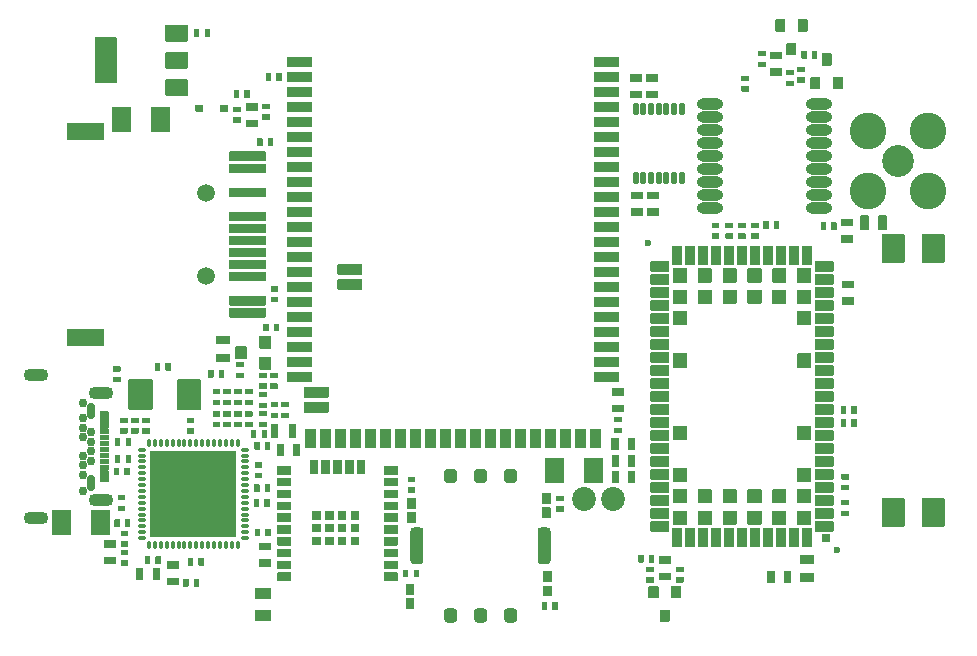
<source format=gbr>
%TF.GenerationSoftware,KiCad,Pcbnew,5.1.9-73d0e3b20d~88~ubuntu20.04.1*%
%TF.CreationDate,2021-01-03T20:47:06+01:00*%
%TF.ProjectId,licheepinano_sarau270,6c696368-6565-4706-996e-616e6f5f7361,V1.0*%
%TF.SameCoordinates,Original*%
%TF.FileFunction,Soldermask,Top*%
%TF.FilePolarity,Negative*%
%FSLAX46Y46*%
G04 Gerber Fmt 4.6, Leading zero omitted, Abs format (unit mm)*
G04 Created by KiCad (PCBNEW 5.1.9-73d0e3b20d~88~ubuntu20.04.1) date 2021-01-03 20:47:06*
%MOMM*%
%LPD*%
G01*
G04 APERTURE LIST*
%ADD10C,1.499540*%
%ADD11C,2.020000*%
%ADD12C,2.700000*%
%ADD13C,3.100000*%
%ADD14C,0.600000*%
%ADD15O,0.770000X0.300000*%
%ADD16O,0.300000X0.770000*%
%ADD17O,2.260000X0.960000*%
%ADD18O,0.550000X1.100000*%
%ADD19O,0.747700X1.397940*%
%ADD20C,0.750000*%
%ADD21O,2.098980X1.098220*%
G04 APERTURE END LIST*
%TO.C,SOM1*%
G36*
G01*
X130760000Y-93710000D02*
X130760000Y-94510000D01*
G75*
G02*
X130700000Y-94570000I-60000J0D01*
G01*
X128700000Y-94570000D01*
G75*
G02*
X128640000Y-94510000I0J60000D01*
G01*
X128640000Y-93710000D01*
G75*
G02*
X128700000Y-93650000I60000J0D01*
G01*
X130700000Y-93650000D01*
G75*
G02*
X130760000Y-93710000I0J-60000D01*
G01*
G37*
G36*
G01*
X130760000Y-94980000D02*
X130760000Y-95780000D01*
G75*
G02*
X130700000Y-95840000I-60000J0D01*
G01*
X128700000Y-95840000D01*
G75*
G02*
X128640000Y-95780000I0J60000D01*
G01*
X128640000Y-94980000D01*
G75*
G02*
X128700000Y-94920000I60000J0D01*
G01*
X130700000Y-94920000D01*
G75*
G02*
X130760000Y-94980000I0J-60000D01*
G01*
G37*
G36*
G01*
X127910000Y-104110000D02*
X127910000Y-104910000D01*
G75*
G02*
X127850000Y-104970000I-60000J0D01*
G01*
X125850000Y-104970000D01*
G75*
G02*
X125790000Y-104910000I0J60000D01*
G01*
X125790000Y-104110000D01*
G75*
G02*
X125850000Y-104050000I60000J0D01*
G01*
X127850000Y-104050000D01*
G75*
G02*
X127910000Y-104110000I0J-60000D01*
G01*
G37*
G36*
G01*
X127910000Y-105380000D02*
X127910000Y-106180000D01*
G75*
G02*
X127850000Y-106240000I-60000J0D01*
G01*
X125850000Y-106240000D01*
G75*
G02*
X125790000Y-106180000I0J60000D01*
G01*
X125790000Y-105380000D01*
G75*
G02*
X125850000Y-105320000I60000J0D01*
G01*
X127850000Y-105320000D01*
G75*
G02*
X127910000Y-105380000I0J-60000D01*
G01*
G37*
G36*
G01*
X128525000Y-107620000D02*
X129325000Y-107620000D01*
G75*
G02*
X129385000Y-107680000I0J-60000D01*
G01*
X129385000Y-109180000D01*
G75*
G02*
X129325000Y-109240000I-60000J0D01*
G01*
X128525000Y-109240000D01*
G75*
G02*
X128465000Y-109180000I0J60000D01*
G01*
X128465000Y-107680000D01*
G75*
G02*
X128525000Y-107620000I60000J0D01*
G01*
G37*
G36*
G01*
X137415000Y-107620000D02*
X138215000Y-107620000D01*
G75*
G02*
X138275000Y-107680000I0J-60000D01*
G01*
X138275000Y-109180000D01*
G75*
G02*
X138215000Y-109240000I-60000J0D01*
G01*
X137415000Y-109240000D01*
G75*
G02*
X137355000Y-109180000I0J60000D01*
G01*
X137355000Y-107680000D01*
G75*
G02*
X137415000Y-107620000I60000J0D01*
G01*
G37*
G36*
G01*
X125985000Y-107620000D02*
X126785000Y-107620000D01*
G75*
G02*
X126845000Y-107680000I0J-60000D01*
G01*
X126845000Y-109180000D01*
G75*
G02*
X126785000Y-109240000I-60000J0D01*
G01*
X125985000Y-109240000D01*
G75*
G02*
X125925000Y-109180000I0J60000D01*
G01*
X125925000Y-107680000D01*
G75*
G02*
X125985000Y-107620000I60000J0D01*
G01*
G37*
G36*
G01*
X129795000Y-107620000D02*
X130595000Y-107620000D01*
G75*
G02*
X130655000Y-107680000I0J-60000D01*
G01*
X130655000Y-109180000D01*
G75*
G02*
X130595000Y-109240000I-60000J0D01*
G01*
X129795000Y-109240000D01*
G75*
G02*
X129735000Y-109180000I0J60000D01*
G01*
X129735000Y-107680000D01*
G75*
G02*
X129795000Y-107620000I60000J0D01*
G01*
G37*
G36*
G01*
X138685000Y-107620000D02*
X139485000Y-107620000D01*
G75*
G02*
X139545000Y-107680000I0J-60000D01*
G01*
X139545000Y-109180000D01*
G75*
G02*
X139485000Y-109240000I-60000J0D01*
G01*
X138685000Y-109240000D01*
G75*
G02*
X138625000Y-109180000I0J60000D01*
G01*
X138625000Y-107680000D01*
G75*
G02*
X138685000Y-107620000I60000J0D01*
G01*
G37*
G36*
G01*
X139955000Y-107620000D02*
X140755000Y-107620000D01*
G75*
G02*
X140815000Y-107680000I0J-60000D01*
G01*
X140815000Y-109180000D01*
G75*
G02*
X140755000Y-109240000I-60000J0D01*
G01*
X139955000Y-109240000D01*
G75*
G02*
X139895000Y-109180000I0J60000D01*
G01*
X139895000Y-107680000D01*
G75*
G02*
X139955000Y-107620000I60000J0D01*
G01*
G37*
G36*
G01*
X136145000Y-107620000D02*
X136945000Y-107620000D01*
G75*
G02*
X137005000Y-107680000I0J-60000D01*
G01*
X137005000Y-109180000D01*
G75*
G02*
X136945000Y-109240000I-60000J0D01*
G01*
X136145000Y-109240000D01*
G75*
G02*
X136085000Y-109180000I0J60000D01*
G01*
X136085000Y-107680000D01*
G75*
G02*
X136145000Y-107620000I60000J0D01*
G01*
G37*
G36*
G01*
X145035000Y-107620000D02*
X145835000Y-107620000D01*
G75*
G02*
X145895000Y-107680000I0J-60000D01*
G01*
X145895000Y-109180000D01*
G75*
G02*
X145835000Y-109240000I-60000J0D01*
G01*
X145035000Y-109240000D01*
G75*
G02*
X144975000Y-109180000I0J60000D01*
G01*
X144975000Y-107680000D01*
G75*
G02*
X145035000Y-107620000I60000J0D01*
G01*
G37*
G36*
G01*
X134875000Y-107620000D02*
X135675000Y-107620000D01*
G75*
G02*
X135735000Y-107680000I0J-60000D01*
G01*
X135735000Y-109180000D01*
G75*
G02*
X135675000Y-109240000I-60000J0D01*
G01*
X134875000Y-109240000D01*
G75*
G02*
X134815000Y-109180000I0J60000D01*
G01*
X134815000Y-107680000D01*
G75*
G02*
X134875000Y-107620000I60000J0D01*
G01*
G37*
G36*
G01*
X141225000Y-107620000D02*
X142025000Y-107620000D01*
G75*
G02*
X142085000Y-107680000I0J-60000D01*
G01*
X142085000Y-109180000D01*
G75*
G02*
X142025000Y-109240000I-60000J0D01*
G01*
X141225000Y-109240000D01*
G75*
G02*
X141165000Y-109180000I0J60000D01*
G01*
X141165000Y-107680000D01*
G75*
G02*
X141225000Y-107620000I60000J0D01*
G01*
G37*
G36*
G01*
X142495000Y-107620000D02*
X143295000Y-107620000D01*
G75*
G02*
X143355000Y-107680000I0J-60000D01*
G01*
X143355000Y-109180000D01*
G75*
G02*
X143295000Y-109240000I-60000J0D01*
G01*
X142495000Y-109240000D01*
G75*
G02*
X142435000Y-109180000I0J60000D01*
G01*
X142435000Y-107680000D01*
G75*
G02*
X142495000Y-107620000I60000J0D01*
G01*
G37*
G36*
G01*
X133605000Y-107620000D02*
X134405000Y-107620000D01*
G75*
G02*
X134465000Y-107680000I0J-60000D01*
G01*
X134465000Y-109180000D01*
G75*
G02*
X134405000Y-109240000I-60000J0D01*
G01*
X133605000Y-109240000D01*
G75*
G02*
X133545000Y-109180000I0J60000D01*
G01*
X133545000Y-107680000D01*
G75*
G02*
X133605000Y-107620000I60000J0D01*
G01*
G37*
G36*
G01*
X131065000Y-107620000D02*
X131865000Y-107620000D01*
G75*
G02*
X131925000Y-107680000I0J-60000D01*
G01*
X131925000Y-109180000D01*
G75*
G02*
X131865000Y-109240000I-60000J0D01*
G01*
X131065000Y-109240000D01*
G75*
G02*
X131005000Y-109180000I0J60000D01*
G01*
X131005000Y-107680000D01*
G75*
G02*
X131065000Y-107620000I60000J0D01*
G01*
G37*
G36*
G01*
X127255000Y-107620000D02*
X128055000Y-107620000D01*
G75*
G02*
X128115000Y-107680000I0J-60000D01*
G01*
X128115000Y-109180000D01*
G75*
G02*
X128055000Y-109240000I-60000J0D01*
G01*
X127255000Y-109240000D01*
G75*
G02*
X127195000Y-109180000I0J60000D01*
G01*
X127195000Y-107680000D01*
G75*
G02*
X127255000Y-107620000I60000J0D01*
G01*
G37*
G36*
G01*
X132335000Y-107620000D02*
X133135000Y-107620000D01*
G75*
G02*
X133195000Y-107680000I0J-60000D01*
G01*
X133195000Y-109180000D01*
G75*
G02*
X133135000Y-109240000I-60000J0D01*
G01*
X132335000Y-109240000D01*
G75*
G02*
X132275000Y-109180000I0J60000D01*
G01*
X132275000Y-107680000D01*
G75*
G02*
X132335000Y-107620000I60000J0D01*
G01*
G37*
G36*
G01*
X148845000Y-107620000D02*
X149645000Y-107620000D01*
G75*
G02*
X149705000Y-107680000I0J-60000D01*
G01*
X149705000Y-109180000D01*
G75*
G02*
X149645000Y-109240000I-60000J0D01*
G01*
X148845000Y-109240000D01*
G75*
G02*
X148785000Y-109180000I0J60000D01*
G01*
X148785000Y-107680000D01*
G75*
G02*
X148845000Y-107620000I60000J0D01*
G01*
G37*
G36*
G01*
X150115000Y-107620000D02*
X150915000Y-107620000D01*
G75*
G02*
X150975000Y-107680000I0J-60000D01*
G01*
X150975000Y-109180000D01*
G75*
G02*
X150915000Y-109240000I-60000J0D01*
G01*
X150115000Y-109240000D01*
G75*
G02*
X150055000Y-109180000I0J60000D01*
G01*
X150055000Y-107680000D01*
G75*
G02*
X150115000Y-107620000I60000J0D01*
G01*
G37*
G36*
G01*
X143765000Y-107620000D02*
X144565000Y-107620000D01*
G75*
G02*
X144625000Y-107680000I0J-60000D01*
G01*
X144625000Y-109180000D01*
G75*
G02*
X144565000Y-109240000I-60000J0D01*
G01*
X143765000Y-109240000D01*
G75*
G02*
X143705000Y-109180000I0J60000D01*
G01*
X143705000Y-107680000D01*
G75*
G02*
X143765000Y-107620000I60000J0D01*
G01*
G37*
G36*
G01*
X146305000Y-107620000D02*
X147105000Y-107620000D01*
G75*
G02*
X147165000Y-107680000I0J-60000D01*
G01*
X147165000Y-109180000D01*
G75*
G02*
X147105000Y-109240000I-60000J0D01*
G01*
X146305000Y-109240000D01*
G75*
G02*
X146245000Y-109180000I0J60000D01*
G01*
X146245000Y-107680000D01*
G75*
G02*
X146305000Y-107620000I60000J0D01*
G01*
G37*
G36*
G01*
X147575000Y-107620000D02*
X148375000Y-107620000D01*
G75*
G02*
X148435000Y-107680000I0J-60000D01*
G01*
X148435000Y-109180000D01*
G75*
G02*
X148375000Y-109240000I-60000J0D01*
G01*
X147575000Y-109240000D01*
G75*
G02*
X147515000Y-109180000I0J60000D01*
G01*
X147515000Y-107680000D01*
G75*
G02*
X147575000Y-107620000I60000J0D01*
G01*
G37*
G36*
G01*
X126510000Y-77410000D02*
X126510000Y-78210000D01*
G75*
G02*
X126450000Y-78270000I-60000J0D01*
G01*
X124450000Y-78270000D01*
G75*
G02*
X124390000Y-78210000I0J60000D01*
G01*
X124390000Y-77410000D01*
G75*
G02*
X124450000Y-77350000I60000J0D01*
G01*
X126450000Y-77350000D01*
G75*
G02*
X126510000Y-77410000I0J-60000D01*
G01*
G37*
G36*
G01*
X126510000Y-90110000D02*
X126510000Y-90910000D01*
G75*
G02*
X126450000Y-90970000I-60000J0D01*
G01*
X124450000Y-90970000D01*
G75*
G02*
X124390000Y-90910000I0J60000D01*
G01*
X124390000Y-90110000D01*
G75*
G02*
X124450000Y-90050000I60000J0D01*
G01*
X126450000Y-90050000D01*
G75*
G02*
X126510000Y-90110000I0J-60000D01*
G01*
G37*
G36*
G01*
X126510000Y-87570000D02*
X126510000Y-88370000D01*
G75*
G02*
X126450000Y-88430000I-60000J0D01*
G01*
X124450000Y-88430000D01*
G75*
G02*
X124390000Y-88370000I0J60000D01*
G01*
X124390000Y-87570000D01*
G75*
G02*
X124450000Y-87510000I60000J0D01*
G01*
X126450000Y-87510000D01*
G75*
G02*
X126510000Y-87570000I0J-60000D01*
G01*
G37*
G36*
G01*
X126510000Y-91380000D02*
X126510000Y-92180000D01*
G75*
G02*
X126450000Y-92240000I-60000J0D01*
G01*
X124450000Y-92240000D01*
G75*
G02*
X124390000Y-92180000I0J60000D01*
G01*
X124390000Y-91380000D01*
G75*
G02*
X124450000Y-91320000I60000J0D01*
G01*
X126450000Y-91320000D01*
G75*
G02*
X126510000Y-91380000I0J-60000D01*
G01*
G37*
G36*
G01*
X126510000Y-93920000D02*
X126510000Y-94720000D01*
G75*
G02*
X126450000Y-94780000I-60000J0D01*
G01*
X124450000Y-94780000D01*
G75*
G02*
X124390000Y-94720000I0J60000D01*
G01*
X124390000Y-93920000D01*
G75*
G02*
X124450000Y-93860000I60000J0D01*
G01*
X126450000Y-93860000D01*
G75*
G02*
X126510000Y-93920000I0J-60000D01*
G01*
G37*
G36*
G01*
X126510000Y-95190000D02*
X126510000Y-95990000D01*
G75*
G02*
X126450000Y-96050000I-60000J0D01*
G01*
X124450000Y-96050000D01*
G75*
G02*
X124390000Y-95990000I0J60000D01*
G01*
X124390000Y-95190000D01*
G75*
G02*
X124450000Y-95130000I60000J0D01*
G01*
X126450000Y-95130000D01*
G75*
G02*
X126510000Y-95190000I0J-60000D01*
G01*
G37*
G36*
G01*
X126510000Y-88840000D02*
X126510000Y-89640000D01*
G75*
G02*
X126450000Y-89700000I-60000J0D01*
G01*
X124450000Y-89700000D01*
G75*
G02*
X124390000Y-89640000I0J60000D01*
G01*
X124390000Y-88840000D01*
G75*
G02*
X124450000Y-88780000I60000J0D01*
G01*
X126450000Y-88780000D01*
G75*
G02*
X126510000Y-88840000I0J-60000D01*
G01*
G37*
G36*
G01*
X126510000Y-92650000D02*
X126510000Y-93450000D01*
G75*
G02*
X126450000Y-93510000I-60000J0D01*
G01*
X124450000Y-93510000D01*
G75*
G02*
X124390000Y-93450000I0J60000D01*
G01*
X124390000Y-92650000D01*
G75*
G02*
X124450000Y-92590000I60000J0D01*
G01*
X126450000Y-92590000D01*
G75*
G02*
X126510000Y-92650000I0J-60000D01*
G01*
G37*
G36*
G01*
X126510000Y-85030000D02*
X126510000Y-85830000D01*
G75*
G02*
X126450000Y-85890000I-60000J0D01*
G01*
X124450000Y-85890000D01*
G75*
G02*
X124390000Y-85830000I0J60000D01*
G01*
X124390000Y-85030000D01*
G75*
G02*
X124450000Y-84970000I60000J0D01*
G01*
X126450000Y-84970000D01*
G75*
G02*
X126510000Y-85030000I0J-60000D01*
G01*
G37*
G36*
G01*
X126510000Y-86300000D02*
X126510000Y-87100000D01*
G75*
G02*
X126450000Y-87160000I-60000J0D01*
G01*
X124450000Y-87160000D01*
G75*
G02*
X124390000Y-87100000I0J60000D01*
G01*
X124390000Y-86300000D01*
G75*
G02*
X124450000Y-86240000I60000J0D01*
G01*
X126450000Y-86240000D01*
G75*
G02*
X126510000Y-86300000I0J-60000D01*
G01*
G37*
G36*
G01*
X126510000Y-83760000D02*
X126510000Y-84560000D01*
G75*
G02*
X126450000Y-84620000I-60000J0D01*
G01*
X124450000Y-84620000D01*
G75*
G02*
X124390000Y-84560000I0J60000D01*
G01*
X124390000Y-83760000D01*
G75*
G02*
X124450000Y-83700000I60000J0D01*
G01*
X126450000Y-83700000D01*
G75*
G02*
X126510000Y-83760000I0J-60000D01*
G01*
G37*
G36*
G01*
X126510000Y-82490000D02*
X126510000Y-83290000D01*
G75*
G02*
X126450000Y-83350000I-60000J0D01*
G01*
X124450000Y-83350000D01*
G75*
G02*
X124390000Y-83290000I0J60000D01*
G01*
X124390000Y-82490000D01*
G75*
G02*
X124450000Y-82430000I60000J0D01*
G01*
X126450000Y-82430000D01*
G75*
G02*
X126510000Y-82490000I0J-60000D01*
G01*
G37*
G36*
G01*
X126510000Y-81220000D02*
X126510000Y-82020000D01*
G75*
G02*
X126450000Y-82080000I-60000J0D01*
G01*
X124450000Y-82080000D01*
G75*
G02*
X124390000Y-82020000I0J60000D01*
G01*
X124390000Y-81220000D01*
G75*
G02*
X124450000Y-81160000I60000J0D01*
G01*
X126450000Y-81160000D01*
G75*
G02*
X126510000Y-81220000I0J-60000D01*
G01*
G37*
G36*
G01*
X126510000Y-79950000D02*
X126510000Y-80750000D01*
G75*
G02*
X126450000Y-80810000I-60000J0D01*
G01*
X124450000Y-80810000D01*
G75*
G02*
X124390000Y-80750000I0J60000D01*
G01*
X124390000Y-79950000D01*
G75*
G02*
X124450000Y-79890000I60000J0D01*
G01*
X126450000Y-79890000D01*
G75*
G02*
X126510000Y-79950000I0J-60000D01*
G01*
G37*
G36*
G01*
X126510000Y-78680000D02*
X126510000Y-79480000D01*
G75*
G02*
X126450000Y-79540000I-60000J0D01*
G01*
X124450000Y-79540000D01*
G75*
G02*
X124390000Y-79480000I0J60000D01*
G01*
X124390000Y-78680000D01*
G75*
G02*
X124450000Y-78620000I60000J0D01*
G01*
X126450000Y-78620000D01*
G75*
G02*
X126510000Y-78680000I0J-60000D01*
G01*
G37*
G36*
G01*
X126510000Y-76140000D02*
X126510000Y-76940000D01*
G75*
G02*
X126450000Y-77000000I-60000J0D01*
G01*
X124450000Y-77000000D01*
G75*
G02*
X124390000Y-76940000I0J60000D01*
G01*
X124390000Y-76140000D01*
G75*
G02*
X124450000Y-76080000I60000J0D01*
G01*
X126450000Y-76080000D01*
G75*
G02*
X126510000Y-76140000I0J-60000D01*
G01*
G37*
G36*
G01*
X126510000Y-97730000D02*
X126510000Y-98530000D01*
G75*
G02*
X126450000Y-98590000I-60000J0D01*
G01*
X124450000Y-98590000D01*
G75*
G02*
X124390000Y-98530000I0J60000D01*
G01*
X124390000Y-97730000D01*
G75*
G02*
X124450000Y-97670000I60000J0D01*
G01*
X126450000Y-97670000D01*
G75*
G02*
X126510000Y-97730000I0J-60000D01*
G01*
G37*
G36*
G01*
X126510000Y-99000000D02*
X126510000Y-99800000D01*
G75*
G02*
X126450000Y-99860000I-60000J0D01*
G01*
X124450000Y-99860000D01*
G75*
G02*
X124390000Y-99800000I0J60000D01*
G01*
X124390000Y-99000000D01*
G75*
G02*
X124450000Y-98940000I60000J0D01*
G01*
X126450000Y-98940000D01*
G75*
G02*
X126510000Y-99000000I0J-60000D01*
G01*
G37*
G36*
G01*
X126510000Y-100270000D02*
X126510000Y-101070000D01*
G75*
G02*
X126450000Y-101130000I-60000J0D01*
G01*
X124450000Y-101130000D01*
G75*
G02*
X124390000Y-101070000I0J60000D01*
G01*
X124390000Y-100270000D01*
G75*
G02*
X124450000Y-100210000I60000J0D01*
G01*
X126450000Y-100210000D01*
G75*
G02*
X126510000Y-100270000I0J-60000D01*
G01*
G37*
G36*
G01*
X126510000Y-96460000D02*
X126510000Y-97260000D01*
G75*
G02*
X126450000Y-97320000I-60000J0D01*
G01*
X124450000Y-97320000D01*
G75*
G02*
X124390000Y-97260000I0J60000D01*
G01*
X124390000Y-96460000D01*
G75*
G02*
X124450000Y-96400000I60000J0D01*
G01*
X126450000Y-96400000D01*
G75*
G02*
X126510000Y-96460000I0J-60000D01*
G01*
G37*
G36*
G01*
X126510000Y-101540000D02*
X126510000Y-102340000D01*
G75*
G02*
X126450000Y-102400000I-60000J0D01*
G01*
X124450000Y-102400000D01*
G75*
G02*
X124390000Y-102340000I0J60000D01*
G01*
X124390000Y-101540000D01*
G75*
G02*
X124450000Y-101480000I60000J0D01*
G01*
X126450000Y-101480000D01*
G75*
G02*
X126510000Y-101540000I0J-60000D01*
G01*
G37*
G36*
G01*
X126510000Y-102810000D02*
X126510000Y-103610000D01*
G75*
G02*
X126450000Y-103670000I-60000J0D01*
G01*
X124450000Y-103670000D01*
G75*
G02*
X124390000Y-103610000I0J60000D01*
G01*
X124390000Y-102810000D01*
G75*
G02*
X124450000Y-102750000I60000J0D01*
G01*
X126450000Y-102750000D01*
G75*
G02*
X126510000Y-102810000I0J-60000D01*
G01*
G37*
G36*
G01*
X152510000Y-97730000D02*
X152510000Y-98530000D01*
G75*
G02*
X152450000Y-98590000I-60000J0D01*
G01*
X150450000Y-98590000D01*
G75*
G02*
X150390000Y-98530000I0J60000D01*
G01*
X150390000Y-97730000D01*
G75*
G02*
X150450000Y-97670000I60000J0D01*
G01*
X152450000Y-97670000D01*
G75*
G02*
X152510000Y-97730000I0J-60000D01*
G01*
G37*
G36*
G01*
X152510000Y-99000000D02*
X152510000Y-99800000D01*
G75*
G02*
X152450000Y-99860000I-60000J0D01*
G01*
X150450000Y-99860000D01*
G75*
G02*
X150390000Y-99800000I0J60000D01*
G01*
X150390000Y-99000000D01*
G75*
G02*
X150450000Y-98940000I60000J0D01*
G01*
X152450000Y-98940000D01*
G75*
G02*
X152510000Y-99000000I0J-60000D01*
G01*
G37*
G36*
G01*
X152510000Y-101540000D02*
X152510000Y-102340000D01*
G75*
G02*
X152450000Y-102400000I-60000J0D01*
G01*
X150450000Y-102400000D01*
G75*
G02*
X150390000Y-102340000I0J60000D01*
G01*
X150390000Y-101540000D01*
G75*
G02*
X150450000Y-101480000I60000J0D01*
G01*
X152450000Y-101480000D01*
G75*
G02*
X152510000Y-101540000I0J-60000D01*
G01*
G37*
G36*
G01*
X152510000Y-102810000D02*
X152510000Y-103610000D01*
G75*
G02*
X152450000Y-103670000I-60000J0D01*
G01*
X150450000Y-103670000D01*
G75*
G02*
X150390000Y-103610000I0J60000D01*
G01*
X150390000Y-102810000D01*
G75*
G02*
X150450000Y-102750000I60000J0D01*
G01*
X152450000Y-102750000D01*
G75*
G02*
X152510000Y-102810000I0J-60000D01*
G01*
G37*
G36*
G01*
X152510000Y-96460000D02*
X152510000Y-97260000D01*
G75*
G02*
X152450000Y-97320000I-60000J0D01*
G01*
X150450000Y-97320000D01*
G75*
G02*
X150390000Y-97260000I0J60000D01*
G01*
X150390000Y-96460000D01*
G75*
G02*
X150450000Y-96400000I60000J0D01*
G01*
X152450000Y-96400000D01*
G75*
G02*
X152510000Y-96460000I0J-60000D01*
G01*
G37*
G36*
G01*
X152510000Y-100270000D02*
X152510000Y-101070000D01*
G75*
G02*
X152450000Y-101130000I-60000J0D01*
G01*
X150450000Y-101130000D01*
G75*
G02*
X150390000Y-101070000I0J60000D01*
G01*
X150390000Y-100270000D01*
G75*
G02*
X150450000Y-100210000I60000J0D01*
G01*
X152450000Y-100210000D01*
G75*
G02*
X152510000Y-100270000I0J-60000D01*
G01*
G37*
G36*
G01*
X152510000Y-87570000D02*
X152510000Y-88370000D01*
G75*
G02*
X152450000Y-88430000I-60000J0D01*
G01*
X150450000Y-88430000D01*
G75*
G02*
X150390000Y-88370000I0J60000D01*
G01*
X150390000Y-87570000D01*
G75*
G02*
X150450000Y-87510000I60000J0D01*
G01*
X152450000Y-87510000D01*
G75*
G02*
X152510000Y-87570000I0J-60000D01*
G01*
G37*
G36*
G01*
X152510000Y-95190000D02*
X152510000Y-95990000D01*
G75*
G02*
X152450000Y-96050000I-60000J0D01*
G01*
X150450000Y-96050000D01*
G75*
G02*
X150390000Y-95990000I0J60000D01*
G01*
X150390000Y-95190000D01*
G75*
G02*
X150450000Y-95130000I60000J0D01*
G01*
X152450000Y-95130000D01*
G75*
G02*
X152510000Y-95190000I0J-60000D01*
G01*
G37*
G36*
G01*
X152510000Y-93920000D02*
X152510000Y-94720000D01*
G75*
G02*
X152450000Y-94780000I-60000J0D01*
G01*
X150450000Y-94780000D01*
G75*
G02*
X150390000Y-94720000I0J60000D01*
G01*
X150390000Y-93920000D01*
G75*
G02*
X150450000Y-93860000I60000J0D01*
G01*
X152450000Y-93860000D01*
G75*
G02*
X152510000Y-93920000I0J-60000D01*
G01*
G37*
G36*
G01*
X152510000Y-92650000D02*
X152510000Y-93450000D01*
G75*
G02*
X152450000Y-93510000I-60000J0D01*
G01*
X150450000Y-93510000D01*
G75*
G02*
X150390000Y-93450000I0J60000D01*
G01*
X150390000Y-92650000D01*
G75*
G02*
X150450000Y-92590000I60000J0D01*
G01*
X152450000Y-92590000D01*
G75*
G02*
X152510000Y-92650000I0J-60000D01*
G01*
G37*
G36*
G01*
X152510000Y-91380000D02*
X152510000Y-92180000D01*
G75*
G02*
X152450000Y-92240000I-60000J0D01*
G01*
X150450000Y-92240000D01*
G75*
G02*
X150390000Y-92180000I0J60000D01*
G01*
X150390000Y-91380000D01*
G75*
G02*
X150450000Y-91320000I60000J0D01*
G01*
X152450000Y-91320000D01*
G75*
G02*
X152510000Y-91380000I0J-60000D01*
G01*
G37*
G36*
G01*
X152510000Y-90110000D02*
X152510000Y-90910000D01*
G75*
G02*
X152450000Y-90970000I-60000J0D01*
G01*
X150450000Y-90970000D01*
G75*
G02*
X150390000Y-90910000I0J60000D01*
G01*
X150390000Y-90110000D01*
G75*
G02*
X150450000Y-90050000I60000J0D01*
G01*
X152450000Y-90050000D01*
G75*
G02*
X152510000Y-90110000I0J-60000D01*
G01*
G37*
G36*
G01*
X152510000Y-88840000D02*
X152510000Y-89640000D01*
G75*
G02*
X152450000Y-89700000I-60000J0D01*
G01*
X150450000Y-89700000D01*
G75*
G02*
X150390000Y-89640000I0J60000D01*
G01*
X150390000Y-88840000D01*
G75*
G02*
X150450000Y-88780000I60000J0D01*
G01*
X152450000Y-88780000D01*
G75*
G02*
X152510000Y-88840000I0J-60000D01*
G01*
G37*
G36*
G01*
X152510000Y-86300000D02*
X152510000Y-87100000D01*
G75*
G02*
X152450000Y-87160000I-60000J0D01*
G01*
X150450000Y-87160000D01*
G75*
G02*
X150390000Y-87100000I0J60000D01*
G01*
X150390000Y-86300000D01*
G75*
G02*
X150450000Y-86240000I60000J0D01*
G01*
X152450000Y-86240000D01*
G75*
G02*
X152510000Y-86300000I0J-60000D01*
G01*
G37*
G36*
G01*
X152510000Y-82490000D02*
X152510000Y-83290000D01*
G75*
G02*
X152450000Y-83350000I-60000J0D01*
G01*
X150450000Y-83350000D01*
G75*
G02*
X150390000Y-83290000I0J60000D01*
G01*
X150390000Y-82490000D01*
G75*
G02*
X150450000Y-82430000I60000J0D01*
G01*
X152450000Y-82430000D01*
G75*
G02*
X152510000Y-82490000I0J-60000D01*
G01*
G37*
G36*
G01*
X152510000Y-85030000D02*
X152510000Y-85830000D01*
G75*
G02*
X152450000Y-85890000I-60000J0D01*
G01*
X150450000Y-85890000D01*
G75*
G02*
X150390000Y-85830000I0J60000D01*
G01*
X150390000Y-85030000D01*
G75*
G02*
X150450000Y-84970000I60000J0D01*
G01*
X152450000Y-84970000D01*
G75*
G02*
X152510000Y-85030000I0J-60000D01*
G01*
G37*
G36*
G01*
X152510000Y-83760000D02*
X152510000Y-84560000D01*
G75*
G02*
X152450000Y-84620000I-60000J0D01*
G01*
X150450000Y-84620000D01*
G75*
G02*
X150390000Y-84560000I0J60000D01*
G01*
X150390000Y-83760000D01*
G75*
G02*
X150450000Y-83700000I60000J0D01*
G01*
X152450000Y-83700000D01*
G75*
G02*
X152510000Y-83760000I0J-60000D01*
G01*
G37*
G36*
G01*
X152510000Y-81220000D02*
X152510000Y-82020000D01*
G75*
G02*
X152450000Y-82080000I-60000J0D01*
G01*
X150450000Y-82080000D01*
G75*
G02*
X150390000Y-82020000I0J60000D01*
G01*
X150390000Y-81220000D01*
G75*
G02*
X150450000Y-81160000I60000J0D01*
G01*
X152450000Y-81160000D01*
G75*
G02*
X152510000Y-81220000I0J-60000D01*
G01*
G37*
G36*
G01*
X152510000Y-79950000D02*
X152510000Y-80750000D01*
G75*
G02*
X152450000Y-80810000I-60000J0D01*
G01*
X150450000Y-80810000D01*
G75*
G02*
X150390000Y-80750000I0J60000D01*
G01*
X150390000Y-79950000D01*
G75*
G02*
X150450000Y-79890000I60000J0D01*
G01*
X152450000Y-79890000D01*
G75*
G02*
X152510000Y-79950000I0J-60000D01*
G01*
G37*
G36*
G01*
X152510000Y-78680000D02*
X152510000Y-79480000D01*
G75*
G02*
X152450000Y-79540000I-60000J0D01*
G01*
X150450000Y-79540000D01*
G75*
G02*
X150390000Y-79480000I0J60000D01*
G01*
X150390000Y-78680000D01*
G75*
G02*
X150450000Y-78620000I60000J0D01*
G01*
X152450000Y-78620000D01*
G75*
G02*
X152510000Y-78680000I0J-60000D01*
G01*
G37*
G36*
G01*
X152510000Y-77410000D02*
X152510000Y-78210000D01*
G75*
G02*
X152450000Y-78270000I-60000J0D01*
G01*
X150450000Y-78270000D01*
G75*
G02*
X150390000Y-78210000I0J60000D01*
G01*
X150390000Y-77410000D01*
G75*
G02*
X150450000Y-77350000I60000J0D01*
G01*
X152450000Y-77350000D01*
G75*
G02*
X152510000Y-77410000I0J-60000D01*
G01*
G37*
G36*
G01*
X152510000Y-76140000D02*
X152510000Y-76940000D01*
G75*
G02*
X152450000Y-77000000I-60000J0D01*
G01*
X150450000Y-77000000D01*
G75*
G02*
X150390000Y-76940000I0J60000D01*
G01*
X150390000Y-76140000D01*
G75*
G02*
X150450000Y-76080000I60000J0D01*
G01*
X152450000Y-76080000D01*
G75*
G02*
X152510000Y-76140000I0J-60000D01*
G01*
G37*
%TD*%
%TO.C,C46*%
G36*
G01*
X118710000Y-105590000D02*
X118110000Y-105590000D01*
G75*
G02*
X118080000Y-105560000I0J30000D01*
G01*
X118080000Y-105160000D01*
G75*
G02*
X118110000Y-105130000I30000J0D01*
G01*
X118710000Y-105130000D01*
G75*
G02*
X118740000Y-105160000I0J-30000D01*
G01*
X118740000Y-105560000D01*
G75*
G02*
X118710000Y-105590000I-30000J0D01*
G01*
G37*
G36*
G01*
X118710000Y-104690000D02*
X118110000Y-104690000D01*
G75*
G02*
X118080000Y-104660000I0J30000D01*
G01*
X118080000Y-104260000D01*
G75*
G02*
X118110000Y-104230000I30000J0D01*
G01*
X118710000Y-104230000D01*
G75*
G02*
X118740000Y-104260000I0J-30000D01*
G01*
X118740000Y-104660000D01*
G75*
G02*
X118710000Y-104690000I-30000J0D01*
G01*
G37*
%TD*%
%TO.C,R20*%
G36*
G01*
X168200000Y-77390000D02*
X167600000Y-77390000D01*
G75*
G02*
X167570000Y-77360000I0J30000D01*
G01*
X167570000Y-76960000D01*
G75*
G02*
X167600000Y-76930000I30000J0D01*
G01*
X168200000Y-76930000D01*
G75*
G02*
X168230000Y-76960000I0J-30000D01*
G01*
X168230000Y-77360000D01*
G75*
G02*
X168200000Y-77390000I-30000J0D01*
G01*
G37*
G36*
G01*
X168200000Y-78290000D02*
X167600000Y-78290000D01*
G75*
G02*
X167570000Y-78260000I0J30000D01*
G01*
X167570000Y-77860000D01*
G75*
G02*
X167600000Y-77830000I30000J0D01*
G01*
X168200000Y-77830000D01*
G75*
G02*
X168230000Y-77860000I0J-30000D01*
G01*
X168230000Y-78260000D01*
G75*
G02*
X168200000Y-78290000I-30000J0D01*
G01*
G37*
%TD*%
D10*
%TO.C,Con2*%
X117540000Y-87652420D03*
X117540000Y-94647580D03*
G36*
G01*
X108841770Y-83174870D02*
X105842030Y-83174870D01*
G75*
G02*
X105792030Y-83124870I0J50000D01*
G01*
X105792030Y-81725330D01*
G75*
G02*
X105842030Y-81675330I50000J0D01*
G01*
X108841770Y-81675330D01*
G75*
G02*
X108891770Y-81725330I0J-50000D01*
G01*
X108891770Y-83124870D01*
G75*
G02*
X108841770Y-83174870I-50000J0D01*
G01*
G37*
G36*
G01*
X108841770Y-100624670D02*
X105842030Y-100624670D01*
G75*
G02*
X105792030Y-100574670I0J50000D01*
G01*
X105792030Y-99175130D01*
G75*
G02*
X105842030Y-99125130I50000J0D01*
G01*
X108841770Y-99125130D01*
G75*
G02*
X108891770Y-99175130I0J-50000D01*
G01*
X108891770Y-100574670D01*
G75*
G02*
X108841770Y-100624670I-50000J0D01*
G01*
G37*
G36*
G01*
X122537450Y-97162650D02*
X119537710Y-97162650D01*
G75*
G02*
X119487710Y-97112650I0J50000D01*
G01*
X119487710Y-96403990D01*
G75*
G02*
X119537710Y-96353990I50000J0D01*
G01*
X122537450Y-96353990D01*
G75*
G02*
X122587450Y-96403990I0J-50000D01*
G01*
X122587450Y-97112650D01*
G75*
G02*
X122537450Y-97162650I-50000J0D01*
G01*
G37*
G36*
G01*
X122537450Y-98183730D02*
X119537710Y-98183730D01*
G75*
G02*
X119487710Y-98133730I0J50000D01*
G01*
X119487710Y-97425070D01*
G75*
G02*
X119537710Y-97375070I50000J0D01*
G01*
X122537450Y-97375070D01*
G75*
G02*
X122587450Y-97425070I0J-50000D01*
G01*
X122587450Y-98133730D01*
G75*
G02*
X122537450Y-98183730I-50000J0D01*
G01*
G37*
G36*
G01*
X122537450Y-84924930D02*
X119537710Y-84924930D01*
G75*
G02*
X119487710Y-84874930I0J50000D01*
G01*
X119487710Y-84166270D01*
G75*
G02*
X119537710Y-84116270I50000J0D01*
G01*
X122537450Y-84116270D01*
G75*
G02*
X122587450Y-84166270I0J-50000D01*
G01*
X122587450Y-84874930D01*
G75*
G02*
X122537450Y-84924930I-50000J0D01*
G01*
G37*
G36*
G01*
X122537450Y-85946010D02*
X119537710Y-85946010D01*
G75*
G02*
X119487710Y-85896010I0J50000D01*
G01*
X119487710Y-85187350D01*
G75*
G02*
X119537710Y-85137350I50000J0D01*
G01*
X122537450Y-85137350D01*
G75*
G02*
X122587450Y-85187350I0J-50000D01*
G01*
X122587450Y-85896010D01*
G75*
G02*
X122537450Y-85946010I-50000J0D01*
G01*
G37*
G36*
G01*
X122537450Y-87985630D02*
X119537710Y-87985630D01*
G75*
G02*
X119487710Y-87935630I0J50000D01*
G01*
X119487710Y-87226970D01*
G75*
G02*
X119537710Y-87176970I50000J0D01*
G01*
X122537450Y-87176970D01*
G75*
G02*
X122587450Y-87226970I0J-50000D01*
G01*
X122587450Y-87935630D01*
G75*
G02*
X122537450Y-87985630I-50000J0D01*
G01*
G37*
G36*
G01*
X122537450Y-90025250D02*
X119537710Y-90025250D01*
G75*
G02*
X119487710Y-89975250I0J50000D01*
G01*
X119487710Y-89266590D01*
G75*
G02*
X119537710Y-89216590I50000J0D01*
G01*
X122537450Y-89216590D01*
G75*
G02*
X122587450Y-89266590I0J-50000D01*
G01*
X122587450Y-89975250D01*
G75*
G02*
X122537450Y-90025250I-50000J0D01*
G01*
G37*
G36*
G01*
X122537450Y-91046330D02*
X119537710Y-91046330D01*
G75*
G02*
X119487710Y-90996330I0J50000D01*
G01*
X119487710Y-90287670D01*
G75*
G02*
X119537710Y-90237670I50000J0D01*
G01*
X122537450Y-90237670D01*
G75*
G02*
X122587450Y-90287670I0J-50000D01*
G01*
X122587450Y-90996330D01*
G75*
G02*
X122537450Y-91046330I-50000J0D01*
G01*
G37*
G36*
G01*
X122537450Y-92062330D02*
X119537710Y-92062330D01*
G75*
G02*
X119487710Y-92012330I0J50000D01*
G01*
X119487710Y-91303670D01*
G75*
G02*
X119537710Y-91253670I50000J0D01*
G01*
X122537450Y-91253670D01*
G75*
G02*
X122587450Y-91303670I0J-50000D01*
G01*
X122587450Y-92012330D01*
G75*
G02*
X122537450Y-92062330I-50000J0D01*
G01*
G37*
G36*
G01*
X122537450Y-93083410D02*
X119537710Y-93083410D01*
G75*
G02*
X119487710Y-93033410I0J50000D01*
G01*
X119487710Y-92324750D01*
G75*
G02*
X119537710Y-92274750I50000J0D01*
G01*
X122537450Y-92274750D01*
G75*
G02*
X122587450Y-92324750I0J-50000D01*
G01*
X122587450Y-93033410D01*
G75*
G02*
X122537450Y-93083410I-50000J0D01*
G01*
G37*
G36*
G01*
X122537450Y-94101950D02*
X119537710Y-94101950D01*
G75*
G02*
X119487710Y-94051950I0J50000D01*
G01*
X119487710Y-93343290D01*
G75*
G02*
X119537710Y-93293290I50000J0D01*
G01*
X122537450Y-93293290D01*
G75*
G02*
X122587450Y-93343290I0J-50000D01*
G01*
X122587450Y-94051950D01*
G75*
G02*
X122537450Y-94101950I-50000J0D01*
G01*
G37*
G36*
G01*
X122537450Y-95123030D02*
X119537710Y-95123030D01*
G75*
G02*
X119487710Y-95073030I0J50000D01*
G01*
X119487710Y-94364370D01*
G75*
G02*
X119537710Y-94314370I50000J0D01*
G01*
X122537450Y-94314370D01*
G75*
G02*
X122587450Y-94364370I0J-50000D01*
G01*
X122587450Y-95073030D01*
G75*
G02*
X122537450Y-95123030I-50000J0D01*
G01*
G37*
%TD*%
%TO.C,Ant1*%
G36*
G01*
X178200000Y-91105000D02*
X180000000Y-91105000D01*
G75*
G02*
X180080000Y-91185000I0J-80000D01*
G01*
X180080000Y-93485000D01*
G75*
G02*
X180000000Y-93565000I-80000J0D01*
G01*
X178200000Y-93565000D01*
G75*
G02*
X178120000Y-93485000I0J80000D01*
G01*
X178120000Y-91185000D01*
G75*
G02*
X178200000Y-91105000I80000J0D01*
G01*
G37*
G36*
G01*
X174800000Y-91105000D02*
X176600000Y-91105000D01*
G75*
G02*
X176680000Y-91185000I0J-80000D01*
G01*
X176680000Y-93485000D01*
G75*
G02*
X176600000Y-93565000I-80000J0D01*
G01*
X174800000Y-93565000D01*
G75*
G02*
X174720000Y-93485000I0J80000D01*
G01*
X174720000Y-91185000D01*
G75*
G02*
X174800000Y-91105000I80000J0D01*
G01*
G37*
G36*
G01*
X178200000Y-113455000D02*
X180000000Y-113455000D01*
G75*
G02*
X180080000Y-113535000I0J-80000D01*
G01*
X180080000Y-115835000D01*
G75*
G02*
X180000000Y-115915000I-80000J0D01*
G01*
X178200000Y-115915000D01*
G75*
G02*
X178120000Y-115835000I0J80000D01*
G01*
X178120000Y-113535000D01*
G75*
G02*
X178200000Y-113455000I80000J0D01*
G01*
G37*
G36*
G01*
X174800000Y-113455000D02*
X176600000Y-113455000D01*
G75*
G02*
X176680000Y-113535000I0J-80000D01*
G01*
X176680000Y-115835000D01*
G75*
G02*
X176600000Y-115915000I-80000J0D01*
G01*
X174800000Y-115915000D01*
G75*
G02*
X174720000Y-115835000I0J80000D01*
G01*
X174720000Y-113535000D01*
G75*
G02*
X174800000Y-113455000I80000J0D01*
G01*
G37*
%TD*%
%TO.C,C1*%
G36*
G01*
X113630000Y-119400000D02*
X113630000Y-120400000D01*
G75*
G02*
X113620000Y-120410000I-10000J0D01*
G01*
X113020000Y-120410000D01*
G75*
G02*
X113010000Y-120400000I0J10000D01*
G01*
X113010000Y-119400000D01*
G75*
G02*
X113020000Y-119390000I10000J0D01*
G01*
X113620000Y-119390000D01*
G75*
G02*
X113630000Y-119400000I0J-10000D01*
G01*
G37*
G36*
G01*
X112230000Y-119400000D02*
X112230000Y-120400000D01*
G75*
G02*
X112220000Y-120410000I-10000J0D01*
G01*
X111620000Y-120410000D01*
G75*
G02*
X111610000Y-120400000I0J10000D01*
G01*
X111610000Y-119400000D01*
G75*
G02*
X111620000Y-119390000I10000J0D01*
G01*
X112220000Y-119390000D01*
G75*
G02*
X112230000Y-119400000I0J-10000D01*
G01*
G37*
%TD*%
%TO.C,C2*%
G36*
G01*
X113700000Y-118430000D02*
X113700000Y-119030000D01*
G75*
G02*
X113670000Y-119060000I-30000J0D01*
G01*
X113270000Y-119060000D01*
G75*
G02*
X113240000Y-119030000I0J30000D01*
G01*
X113240000Y-118430000D01*
G75*
G02*
X113270000Y-118400000I30000J0D01*
G01*
X113670000Y-118400000D01*
G75*
G02*
X113700000Y-118430000I0J-30000D01*
G01*
G37*
G36*
G01*
X112800000Y-118430000D02*
X112800000Y-119030000D01*
G75*
G02*
X112770000Y-119060000I-30000J0D01*
G01*
X112370000Y-119060000D01*
G75*
G02*
X112340000Y-119030000I0J30000D01*
G01*
X112340000Y-118430000D01*
G75*
G02*
X112370000Y-118400000I30000J0D01*
G01*
X112770000Y-118400000D01*
G75*
G02*
X112800000Y-118430000I0J-30000D01*
G01*
G37*
%TD*%
%TO.C,C3*%
G36*
G01*
X110260000Y-103660000D02*
X109660000Y-103660000D01*
G75*
G02*
X109630000Y-103630000I0J30000D01*
G01*
X109630000Y-103230000D01*
G75*
G02*
X109660000Y-103200000I30000J0D01*
G01*
X110260000Y-103200000D01*
G75*
G02*
X110290000Y-103230000I0J-30000D01*
G01*
X110290000Y-103630000D01*
G75*
G02*
X110260000Y-103660000I-30000J0D01*
G01*
G37*
G36*
G01*
X110260000Y-102760000D02*
X109660000Y-102760000D01*
G75*
G02*
X109630000Y-102730000I0J30000D01*
G01*
X109630000Y-102330000D01*
G75*
G02*
X109660000Y-102300000I30000J0D01*
G01*
X110260000Y-102300000D01*
G75*
G02*
X110290000Y-102330000I0J-30000D01*
G01*
X110290000Y-102730000D01*
G75*
G02*
X110260000Y-102760000I-30000J0D01*
G01*
G37*
%TD*%
%TO.C,C4*%
G36*
G01*
X118170000Y-102640000D02*
X118170000Y-103240000D01*
G75*
G02*
X118140000Y-103270000I-30000J0D01*
G01*
X117740000Y-103270000D01*
G75*
G02*
X117710000Y-103240000I0J30000D01*
G01*
X117710000Y-102640000D01*
G75*
G02*
X117740000Y-102610000I30000J0D01*
G01*
X118140000Y-102610000D01*
G75*
G02*
X118170000Y-102640000I0J-30000D01*
G01*
G37*
G36*
G01*
X119070000Y-102640000D02*
X119070000Y-103240000D01*
G75*
G02*
X119040000Y-103270000I-30000J0D01*
G01*
X118640000Y-103270000D01*
G75*
G02*
X118610000Y-103240000I0J30000D01*
G01*
X118610000Y-102640000D01*
G75*
G02*
X118640000Y-102610000I30000J0D01*
G01*
X119040000Y-102610000D01*
G75*
G02*
X119070000Y-102640000I0J-30000D01*
G01*
G37*
%TD*%
%TO.C,C5*%
G36*
G01*
X117340000Y-118550000D02*
X117340000Y-119150000D01*
G75*
G02*
X117310000Y-119180000I-30000J0D01*
G01*
X116910000Y-119180000D01*
G75*
G02*
X116880000Y-119150000I0J30000D01*
G01*
X116880000Y-118550000D01*
G75*
G02*
X116910000Y-118520000I30000J0D01*
G01*
X117310000Y-118520000D01*
G75*
G02*
X117340000Y-118550000I0J-30000D01*
G01*
G37*
G36*
G01*
X116440000Y-118550000D02*
X116440000Y-119150000D01*
G75*
G02*
X116410000Y-119180000I-30000J0D01*
G01*
X116010000Y-119180000D01*
G75*
G02*
X115980000Y-119150000I0J30000D01*
G01*
X115980000Y-118550000D01*
G75*
G02*
X116010000Y-118520000I30000J0D01*
G01*
X116410000Y-118520000D01*
G75*
G02*
X116440000Y-118550000I0J-30000D01*
G01*
G37*
%TD*%
%TO.C,C6*%
G36*
G01*
X122560000Y-116680000D02*
X122560000Y-116080000D01*
G75*
G02*
X122590000Y-116050000I30000J0D01*
G01*
X122990000Y-116050000D01*
G75*
G02*
X123020000Y-116080000I0J-30000D01*
G01*
X123020000Y-116680000D01*
G75*
G02*
X122990000Y-116710000I-30000J0D01*
G01*
X122590000Y-116710000D01*
G75*
G02*
X122560000Y-116680000I0J30000D01*
G01*
G37*
G36*
G01*
X121660000Y-116680000D02*
X121660000Y-116080000D01*
G75*
G02*
X121690000Y-116050000I30000J0D01*
G01*
X122090000Y-116050000D01*
G75*
G02*
X122120000Y-116080000I0J-30000D01*
G01*
X122120000Y-116680000D01*
G75*
G02*
X122090000Y-116710000I-30000J0D01*
G01*
X121690000Y-116710000D01*
G75*
G02*
X121660000Y-116680000I0J30000D01*
G01*
G37*
%TD*%
%TO.C,C7*%
G36*
G01*
X108880000Y-118450000D02*
X109880000Y-118450000D01*
G75*
G02*
X109890000Y-118460000I0J-10000D01*
G01*
X109890000Y-119060000D01*
G75*
G02*
X109880000Y-119070000I-10000J0D01*
G01*
X108880000Y-119070000D01*
G75*
G02*
X108870000Y-119060000I0J10000D01*
G01*
X108870000Y-118460000D01*
G75*
G02*
X108880000Y-118450000I10000J0D01*
G01*
G37*
G36*
G01*
X108880000Y-117050000D02*
X109880000Y-117050000D01*
G75*
G02*
X109890000Y-117060000I0J-10000D01*
G01*
X109890000Y-117660000D01*
G75*
G02*
X109880000Y-117670000I-10000J0D01*
G01*
X108880000Y-117670000D01*
G75*
G02*
X108870000Y-117660000I0J10000D01*
G01*
X108870000Y-117060000D01*
G75*
G02*
X108880000Y-117050000I10000J0D01*
G01*
G37*
%TD*%
%TO.C,C8*%
G36*
G01*
X121670000Y-110420000D02*
X122270000Y-110420000D01*
G75*
G02*
X122300000Y-110450000I0J-30000D01*
G01*
X122300000Y-110850000D01*
G75*
G02*
X122270000Y-110880000I-30000J0D01*
G01*
X121670000Y-110880000D01*
G75*
G02*
X121640000Y-110850000I0J30000D01*
G01*
X121640000Y-110450000D01*
G75*
G02*
X121670000Y-110420000I30000J0D01*
G01*
G37*
G36*
G01*
X121670000Y-111320000D02*
X122270000Y-111320000D01*
G75*
G02*
X122300000Y-111350000I0J-30000D01*
G01*
X122300000Y-111750000D01*
G75*
G02*
X122270000Y-111780000I-30000J0D01*
G01*
X121670000Y-111780000D01*
G75*
G02*
X121640000Y-111750000I0J30000D01*
G01*
X121640000Y-111350000D01*
G75*
G02*
X121670000Y-111320000I30000J0D01*
G01*
G37*
%TD*%
%TO.C,C9*%
G36*
G01*
X110320000Y-118740000D02*
X110920000Y-118740000D01*
G75*
G02*
X110950000Y-118770000I0J-30000D01*
G01*
X110950000Y-119170000D01*
G75*
G02*
X110920000Y-119200000I-30000J0D01*
G01*
X110320000Y-119200000D01*
G75*
G02*
X110290000Y-119170000I0J30000D01*
G01*
X110290000Y-118770000D01*
G75*
G02*
X110320000Y-118740000I30000J0D01*
G01*
G37*
G36*
G01*
X110320000Y-117840000D02*
X110920000Y-117840000D01*
G75*
G02*
X110950000Y-117870000I0J-30000D01*
G01*
X110950000Y-118270000D01*
G75*
G02*
X110920000Y-118300000I-30000J0D01*
G01*
X110320000Y-118300000D01*
G75*
G02*
X110290000Y-118270000I0J30000D01*
G01*
X110290000Y-117870000D01*
G75*
G02*
X110320000Y-117840000I30000J0D01*
G01*
G37*
%TD*%
%TO.C,C10*%
G36*
G01*
X123500000Y-109870000D02*
X123500000Y-108870000D01*
G75*
G02*
X123510000Y-108860000I10000J0D01*
G01*
X124110000Y-108860000D01*
G75*
G02*
X124120000Y-108870000I0J-10000D01*
G01*
X124120000Y-109870000D01*
G75*
G02*
X124110000Y-109880000I-10000J0D01*
G01*
X123510000Y-109880000D01*
G75*
G02*
X123500000Y-109870000I0J10000D01*
G01*
G37*
G36*
G01*
X124900000Y-109870000D02*
X124900000Y-108870000D01*
G75*
G02*
X124910000Y-108860000I10000J0D01*
G01*
X125510000Y-108860000D01*
G75*
G02*
X125520000Y-108870000I0J-10000D01*
G01*
X125520000Y-109870000D01*
G75*
G02*
X125510000Y-109880000I-10000J0D01*
G01*
X124910000Y-109880000D01*
G75*
G02*
X124900000Y-109870000I0J10000D01*
G01*
G37*
%TD*%
%TO.C,C11*%
G36*
G01*
X122470000Y-114180000D02*
X122470000Y-113580000D01*
G75*
G02*
X122500000Y-113550000I30000J0D01*
G01*
X122900000Y-113550000D01*
G75*
G02*
X122930000Y-113580000I0J-30000D01*
G01*
X122930000Y-114180000D01*
G75*
G02*
X122900000Y-114210000I-30000J0D01*
G01*
X122500000Y-114210000D01*
G75*
G02*
X122470000Y-114180000I0J30000D01*
G01*
G37*
G36*
G01*
X121570000Y-114180000D02*
X121570000Y-113580000D01*
G75*
G02*
X121600000Y-113550000I30000J0D01*
G01*
X122000000Y-113550000D01*
G75*
G02*
X122030000Y-113580000I0J-30000D01*
G01*
X122030000Y-114180000D01*
G75*
G02*
X122000000Y-114210000I-30000J0D01*
G01*
X121600000Y-114210000D01*
G75*
G02*
X121570000Y-114180000I0J30000D01*
G01*
G37*
%TD*%
%TO.C,C12*%
G36*
G01*
X110920000Y-117580000D02*
X110320000Y-117580000D01*
G75*
G02*
X110290000Y-117550000I0J30000D01*
G01*
X110290000Y-117150000D01*
G75*
G02*
X110320000Y-117120000I30000J0D01*
G01*
X110920000Y-117120000D01*
G75*
G02*
X110950000Y-117150000I0J-30000D01*
G01*
X110950000Y-117550000D01*
G75*
G02*
X110920000Y-117580000I-30000J0D01*
G01*
G37*
G36*
G01*
X110920000Y-116680000D02*
X110320000Y-116680000D01*
G75*
G02*
X110290000Y-116650000I0J30000D01*
G01*
X110290000Y-116250000D01*
G75*
G02*
X110320000Y-116220000I30000J0D01*
G01*
X110920000Y-116220000D01*
G75*
G02*
X110950000Y-116250000I0J-30000D01*
G01*
X110950000Y-116650000D01*
G75*
G02*
X110920000Y-116680000I-30000J0D01*
G01*
G37*
%TD*%
%TO.C,C13*%
G36*
G01*
X124540000Y-105780000D02*
X123940000Y-105780000D01*
G75*
G02*
X123910000Y-105750000I0J30000D01*
G01*
X123910000Y-105350000D01*
G75*
G02*
X123940000Y-105320000I30000J0D01*
G01*
X124540000Y-105320000D01*
G75*
G02*
X124570000Y-105350000I0J-30000D01*
G01*
X124570000Y-105750000D01*
G75*
G02*
X124540000Y-105780000I-30000J0D01*
G01*
G37*
G36*
G01*
X124540000Y-106680000D02*
X123940000Y-106680000D01*
G75*
G02*
X123910000Y-106650000I0J30000D01*
G01*
X123910000Y-106250000D01*
G75*
G02*
X123940000Y-106220000I30000J0D01*
G01*
X124540000Y-106220000D01*
G75*
G02*
X124570000Y-106250000I0J-30000D01*
G01*
X124570000Y-106650000D01*
G75*
G02*
X124540000Y-106680000I-30000J0D01*
G01*
G37*
%TD*%
%TO.C,C14*%
G36*
G01*
X111130000Y-115290000D02*
X111130000Y-115890000D01*
G75*
G02*
X111100000Y-115920000I-30000J0D01*
G01*
X110700000Y-115920000D01*
G75*
G02*
X110670000Y-115890000I0J30000D01*
G01*
X110670000Y-115290000D01*
G75*
G02*
X110700000Y-115260000I30000J0D01*
G01*
X111100000Y-115260000D01*
G75*
G02*
X111130000Y-115290000I0J-30000D01*
G01*
G37*
G36*
G01*
X110230000Y-115290000D02*
X110230000Y-115890000D01*
G75*
G02*
X110200000Y-115920000I-30000J0D01*
G01*
X109800000Y-115920000D01*
G75*
G02*
X109770000Y-115890000I0J30000D01*
G01*
X109770000Y-115290000D01*
G75*
G02*
X109800000Y-115260000I30000J0D01*
G01*
X110200000Y-115260000D01*
G75*
G02*
X110230000Y-115290000I0J-30000D01*
G01*
G37*
%TD*%
%TO.C,C15*%
G36*
G01*
X110180000Y-110920000D02*
X110180000Y-111520000D01*
G75*
G02*
X110150000Y-111550000I-30000J0D01*
G01*
X109750000Y-111550000D01*
G75*
G02*
X109720000Y-111520000I0J30000D01*
G01*
X109720000Y-110920000D01*
G75*
G02*
X109750000Y-110890000I30000J0D01*
G01*
X110150000Y-110890000D01*
G75*
G02*
X110180000Y-110920000I0J-30000D01*
G01*
G37*
G36*
G01*
X111080000Y-110920000D02*
X111080000Y-111520000D01*
G75*
G02*
X111050000Y-111550000I-30000J0D01*
G01*
X110650000Y-111550000D01*
G75*
G02*
X110620000Y-111520000I0J30000D01*
G01*
X110620000Y-110920000D01*
G75*
G02*
X110650000Y-110890000I30000J0D01*
G01*
X111050000Y-110890000D01*
G75*
G02*
X111080000Y-110920000I0J-30000D01*
G01*
G37*
%TD*%
%TO.C,C16*%
G36*
G01*
X110080000Y-114100000D02*
X110680000Y-114100000D01*
G75*
G02*
X110710000Y-114130000I0J-30000D01*
G01*
X110710000Y-114530000D01*
G75*
G02*
X110680000Y-114560000I-30000J0D01*
G01*
X110080000Y-114560000D01*
G75*
G02*
X110050000Y-114530000I0J30000D01*
G01*
X110050000Y-114130000D01*
G75*
G02*
X110080000Y-114100000I30000J0D01*
G01*
G37*
G36*
G01*
X110080000Y-113200000D02*
X110680000Y-113200000D01*
G75*
G02*
X110710000Y-113230000I0J-30000D01*
G01*
X110710000Y-113630000D01*
G75*
G02*
X110680000Y-113660000I-30000J0D01*
G01*
X110080000Y-113660000D01*
G75*
G02*
X110050000Y-113630000I0J30000D01*
G01*
X110050000Y-113230000D01*
G75*
G02*
X110080000Y-113200000I30000J0D01*
G01*
G37*
%TD*%
%TO.C,C17*%
G36*
G01*
X121330000Y-108370000D02*
X121330000Y-107770000D01*
G75*
G02*
X121360000Y-107740000I30000J0D01*
G01*
X121760000Y-107740000D01*
G75*
G02*
X121790000Y-107770000I0J-30000D01*
G01*
X121790000Y-108370000D01*
G75*
G02*
X121760000Y-108400000I-30000J0D01*
G01*
X121360000Y-108400000D01*
G75*
G02*
X121330000Y-108370000I0J30000D01*
G01*
G37*
G36*
G01*
X122230000Y-108370000D02*
X122230000Y-107770000D01*
G75*
G02*
X122260000Y-107740000I30000J0D01*
G01*
X122660000Y-107740000D01*
G75*
G02*
X122690000Y-107770000I0J-30000D01*
G01*
X122690000Y-108370000D01*
G75*
G02*
X122660000Y-108400000I-30000J0D01*
G01*
X122260000Y-108400000D01*
G75*
G02*
X122230000Y-108370000I0J30000D01*
G01*
G37*
%TD*%
%TO.C,C18*%
G36*
G01*
X123620000Y-105780000D02*
X123020000Y-105780000D01*
G75*
G02*
X122990000Y-105750000I0J30000D01*
G01*
X122990000Y-105350000D01*
G75*
G02*
X123020000Y-105320000I30000J0D01*
G01*
X123620000Y-105320000D01*
G75*
G02*
X123650000Y-105350000I0J-30000D01*
G01*
X123650000Y-105750000D01*
G75*
G02*
X123620000Y-105780000I-30000J0D01*
G01*
G37*
G36*
G01*
X123620000Y-106680000D02*
X123020000Y-106680000D01*
G75*
G02*
X122990000Y-106650000I0J30000D01*
G01*
X122990000Y-106250000D01*
G75*
G02*
X123020000Y-106220000I30000J0D01*
G01*
X123620000Y-106220000D01*
G75*
G02*
X123650000Y-106250000I0J-30000D01*
G01*
X123650000Y-106650000D01*
G75*
G02*
X123620000Y-106680000I-30000J0D01*
G01*
G37*
%TD*%
%TO.C,C19*%
G36*
G01*
X116520000Y-107100000D02*
X115920000Y-107100000D01*
G75*
G02*
X115890000Y-107070000I0J30000D01*
G01*
X115890000Y-106670000D01*
G75*
G02*
X115920000Y-106640000I30000J0D01*
G01*
X116520000Y-106640000D01*
G75*
G02*
X116550000Y-106670000I0J-30000D01*
G01*
X116550000Y-107070000D01*
G75*
G02*
X116520000Y-107100000I-30000J0D01*
G01*
G37*
G36*
G01*
X116520000Y-108000000D02*
X115920000Y-108000000D01*
G75*
G02*
X115890000Y-107970000I0J30000D01*
G01*
X115890000Y-107570000D01*
G75*
G02*
X115920000Y-107540000I30000J0D01*
G01*
X116520000Y-107540000D01*
G75*
G02*
X116550000Y-107570000I0J-30000D01*
G01*
X116550000Y-107970000D01*
G75*
G02*
X116520000Y-108000000I-30000J0D01*
G01*
G37*
%TD*%
%TO.C,C20*%
G36*
G01*
X111800000Y-108000000D02*
X111200000Y-108000000D01*
G75*
G02*
X111170000Y-107970000I0J30000D01*
G01*
X111170000Y-107570000D01*
G75*
G02*
X111200000Y-107540000I30000J0D01*
G01*
X111800000Y-107540000D01*
G75*
G02*
X111830000Y-107570000I0J-30000D01*
G01*
X111830000Y-107970000D01*
G75*
G02*
X111800000Y-108000000I-30000J0D01*
G01*
G37*
G36*
G01*
X111800000Y-107100000D02*
X111200000Y-107100000D01*
G75*
G02*
X111170000Y-107070000I0J30000D01*
G01*
X111170000Y-106670000D01*
G75*
G02*
X111200000Y-106640000I30000J0D01*
G01*
X111800000Y-106640000D01*
G75*
G02*
X111830000Y-106670000I0J-30000D01*
G01*
X111830000Y-107070000D01*
G75*
G02*
X111800000Y-107100000I-30000J0D01*
G01*
G37*
%TD*%
%TO.C,C21*%
G36*
G01*
X110860000Y-108000000D02*
X110260000Y-108000000D01*
G75*
G02*
X110230000Y-107970000I0J30000D01*
G01*
X110230000Y-107570000D01*
G75*
G02*
X110260000Y-107540000I30000J0D01*
G01*
X110860000Y-107540000D01*
G75*
G02*
X110890000Y-107570000I0J-30000D01*
G01*
X110890000Y-107970000D01*
G75*
G02*
X110860000Y-108000000I-30000J0D01*
G01*
G37*
G36*
G01*
X110860000Y-107100000D02*
X110260000Y-107100000D01*
G75*
G02*
X110230000Y-107070000I0J30000D01*
G01*
X110230000Y-106670000D01*
G75*
G02*
X110260000Y-106640000I30000J0D01*
G01*
X110860000Y-106640000D01*
G75*
G02*
X110890000Y-106670000I0J-30000D01*
G01*
X110890000Y-107070000D01*
G75*
G02*
X110860000Y-107100000I-30000J0D01*
G01*
G37*
%TD*%
%TO.C,C23*%
G36*
G01*
X147300000Y-122300000D02*
X147300000Y-122900000D01*
G75*
G02*
X147270000Y-122930000I-30000J0D01*
G01*
X146870000Y-122930000D01*
G75*
G02*
X146840000Y-122900000I0J30000D01*
G01*
X146840000Y-122300000D01*
G75*
G02*
X146870000Y-122270000I30000J0D01*
G01*
X147270000Y-122270000D01*
G75*
G02*
X147300000Y-122300000I0J-30000D01*
G01*
G37*
G36*
G01*
X146400000Y-122300000D02*
X146400000Y-122900000D01*
G75*
G02*
X146370000Y-122930000I-30000J0D01*
G01*
X145970000Y-122930000D01*
G75*
G02*
X145940000Y-122900000I0J30000D01*
G01*
X145940000Y-122300000D01*
G75*
G02*
X145970000Y-122270000I30000J0D01*
G01*
X146370000Y-122270000D01*
G75*
G02*
X146400000Y-122300000I0J-30000D01*
G01*
G37*
%TD*%
%TO.C,C24*%
G36*
G01*
X147200000Y-114160000D02*
X147800000Y-114160000D01*
G75*
G02*
X147830000Y-114190000I0J-30000D01*
G01*
X147830000Y-114590000D01*
G75*
G02*
X147800000Y-114620000I-30000J0D01*
G01*
X147200000Y-114620000D01*
G75*
G02*
X147170000Y-114590000I0J30000D01*
G01*
X147170000Y-114190000D01*
G75*
G02*
X147200000Y-114160000I30000J0D01*
G01*
G37*
G36*
G01*
X147200000Y-113260000D02*
X147800000Y-113260000D01*
G75*
G02*
X147830000Y-113290000I0J-30000D01*
G01*
X147830000Y-113690000D01*
G75*
G02*
X147800000Y-113720000I-30000J0D01*
G01*
X147200000Y-113720000D01*
G75*
G02*
X147170000Y-113690000I0J30000D01*
G01*
X147170000Y-113290000D01*
G75*
G02*
X147200000Y-113260000I30000J0D01*
G01*
G37*
%TD*%
%TO.C,C25*%
G36*
G01*
X134200000Y-120140000D02*
X134200000Y-119540000D01*
G75*
G02*
X134230000Y-119510000I30000J0D01*
G01*
X134630000Y-119510000D01*
G75*
G02*
X134660000Y-119540000I0J-30000D01*
G01*
X134660000Y-120140000D01*
G75*
G02*
X134630000Y-120170000I-30000J0D01*
G01*
X134230000Y-120170000D01*
G75*
G02*
X134200000Y-120140000I0J30000D01*
G01*
G37*
G36*
G01*
X135100000Y-120140000D02*
X135100000Y-119540000D01*
G75*
G02*
X135130000Y-119510000I30000J0D01*
G01*
X135530000Y-119510000D01*
G75*
G02*
X135560000Y-119540000I0J-30000D01*
G01*
X135560000Y-120140000D01*
G75*
G02*
X135530000Y-120170000I-30000J0D01*
G01*
X135130000Y-120170000D01*
G75*
G02*
X135100000Y-120140000I0J30000D01*
G01*
G37*
%TD*%
%TO.C,C26*%
G36*
G01*
X134620000Y-112550000D02*
X135220000Y-112550000D01*
G75*
G02*
X135250000Y-112580000I0J-30000D01*
G01*
X135250000Y-112980000D01*
G75*
G02*
X135220000Y-113010000I-30000J0D01*
G01*
X134620000Y-113010000D01*
G75*
G02*
X134590000Y-112980000I0J30000D01*
G01*
X134590000Y-112580000D01*
G75*
G02*
X134620000Y-112550000I30000J0D01*
G01*
G37*
G36*
G01*
X134620000Y-111650000D02*
X135220000Y-111650000D01*
G75*
G02*
X135250000Y-111680000I0J-30000D01*
G01*
X135250000Y-112080000D01*
G75*
G02*
X135220000Y-112110000I-30000J0D01*
G01*
X134620000Y-112110000D01*
G75*
G02*
X134590000Y-112080000I0J30000D01*
G01*
X134590000Y-111680000D01*
G75*
G02*
X134620000Y-111650000I30000J0D01*
G01*
G37*
%TD*%
D11*
%TO.C,C27*%
X149490000Y-113560000D03*
X151990000Y-113560000D03*
%TD*%
%TO.C,C28*%
G36*
G01*
X172370000Y-95680000D02*
X171370000Y-95680000D01*
G75*
G02*
X171360000Y-95670000I0J10000D01*
G01*
X171360000Y-95070000D01*
G75*
G02*
X171370000Y-95060000I10000J0D01*
G01*
X172370000Y-95060000D01*
G75*
G02*
X172380000Y-95070000I0J-10000D01*
G01*
X172380000Y-95670000D01*
G75*
G02*
X172370000Y-95680000I-10000J0D01*
G01*
G37*
G36*
G01*
X172370000Y-97080000D02*
X171370000Y-97080000D01*
G75*
G02*
X171360000Y-97070000I0J10000D01*
G01*
X171360000Y-96470000D01*
G75*
G02*
X171370000Y-96460000I10000J0D01*
G01*
X172370000Y-96460000D01*
G75*
G02*
X172380000Y-96470000I0J-10000D01*
G01*
X172380000Y-97070000D01*
G75*
G02*
X172370000Y-97080000I-10000J0D01*
G01*
G37*
%TD*%
%TO.C,C29*%
G36*
G01*
X151123000Y-110124000D02*
X151123000Y-112156000D01*
G75*
G02*
X151073000Y-112206000I-50000J0D01*
G01*
X149549000Y-112206000D01*
G75*
G02*
X149499000Y-112156000I0J50000D01*
G01*
X149499000Y-110124000D01*
G75*
G02*
X149549000Y-110074000I50000J0D01*
G01*
X151073000Y-110074000D01*
G75*
G02*
X151123000Y-110124000I0J-50000D01*
G01*
G37*
G36*
G01*
X147821000Y-110124000D02*
X147821000Y-112156000D01*
G75*
G02*
X147771000Y-112206000I-50000J0D01*
G01*
X146247000Y-112206000D01*
G75*
G02*
X146197000Y-112156000I0J50000D01*
G01*
X146197000Y-110124000D01*
G75*
G02*
X146247000Y-110074000I50000J0D01*
G01*
X147771000Y-110074000D01*
G75*
G02*
X147821000Y-110124000I0J-50000D01*
G01*
G37*
%TD*%
%TO.C,C30*%
G36*
G01*
X151860000Y-112170000D02*
X151860000Y-111170000D01*
G75*
G02*
X151870000Y-111160000I10000J0D01*
G01*
X152470000Y-111160000D01*
G75*
G02*
X152480000Y-111170000I0J-10000D01*
G01*
X152480000Y-112170000D01*
G75*
G02*
X152470000Y-112180000I-10000J0D01*
G01*
X151870000Y-112180000D01*
G75*
G02*
X151860000Y-112170000I0J10000D01*
G01*
G37*
G36*
G01*
X153260000Y-112170000D02*
X153260000Y-111170000D01*
G75*
G02*
X153270000Y-111160000I10000J0D01*
G01*
X153870000Y-111160000D01*
G75*
G02*
X153880000Y-111170000I0J-10000D01*
G01*
X153880000Y-112170000D01*
G75*
G02*
X153870000Y-112180000I-10000J0D01*
G01*
X153270000Y-112180000D01*
G75*
G02*
X153260000Y-112170000I0J10000D01*
G01*
G37*
%TD*%
%TO.C,C31*%
G36*
G01*
X151860000Y-110800000D02*
X151860000Y-109800000D01*
G75*
G02*
X151870000Y-109790000I10000J0D01*
G01*
X152470000Y-109790000D01*
G75*
G02*
X152480000Y-109800000I0J-10000D01*
G01*
X152480000Y-110800000D01*
G75*
G02*
X152470000Y-110810000I-10000J0D01*
G01*
X151870000Y-110810000D01*
G75*
G02*
X151860000Y-110800000I0J10000D01*
G01*
G37*
G36*
G01*
X153260000Y-110800000D02*
X153260000Y-109800000D01*
G75*
G02*
X153270000Y-109790000I10000J0D01*
G01*
X153870000Y-109790000D01*
G75*
G02*
X153880000Y-109800000I0J-10000D01*
G01*
X153880000Y-110800000D01*
G75*
G02*
X153870000Y-110810000I-10000J0D01*
G01*
X153270000Y-110810000D01*
G75*
G02*
X153260000Y-110800000I0J10000D01*
G01*
G37*
%TD*%
%TO.C,C32*%
G36*
G01*
X151840000Y-109420000D02*
X151840000Y-108420000D01*
G75*
G02*
X151850000Y-108410000I10000J0D01*
G01*
X152450000Y-108410000D01*
G75*
G02*
X152460000Y-108420000I0J-10000D01*
G01*
X152460000Y-109420000D01*
G75*
G02*
X152450000Y-109430000I-10000J0D01*
G01*
X151850000Y-109430000D01*
G75*
G02*
X151840000Y-109420000I0J10000D01*
G01*
G37*
G36*
G01*
X153240000Y-109420000D02*
X153240000Y-108420000D01*
G75*
G02*
X153250000Y-108410000I10000J0D01*
G01*
X153850000Y-108410000D01*
G75*
G02*
X153860000Y-108420000I0J-10000D01*
G01*
X153860000Y-109420000D01*
G75*
G02*
X153850000Y-109430000I-10000J0D01*
G01*
X153250000Y-109430000D01*
G75*
G02*
X153240000Y-109420000I0J10000D01*
G01*
G37*
%TD*%
%TO.C,C33*%
G36*
G01*
X167080000Y-119630000D02*
X167080000Y-120630000D01*
G75*
G02*
X167070000Y-120640000I-10000J0D01*
G01*
X166470000Y-120640000D01*
G75*
G02*
X166460000Y-120630000I0J10000D01*
G01*
X166460000Y-119630000D01*
G75*
G02*
X166470000Y-119620000I10000J0D01*
G01*
X167070000Y-119620000D01*
G75*
G02*
X167080000Y-119630000I0J-10000D01*
G01*
G37*
G36*
G01*
X165680000Y-119630000D02*
X165680000Y-120630000D01*
G75*
G02*
X165670000Y-120640000I-10000J0D01*
G01*
X165070000Y-120640000D01*
G75*
G02*
X165060000Y-120630000I0J10000D01*
G01*
X165060000Y-119630000D01*
G75*
G02*
X165070000Y-119620000I10000J0D01*
G01*
X165670000Y-119620000D01*
G75*
G02*
X165680000Y-119630000I0J-10000D01*
G01*
G37*
%TD*%
%TO.C,C34*%
G36*
G01*
X165250000Y-75680000D02*
X166250000Y-75680000D01*
G75*
G02*
X166260000Y-75690000I0J-10000D01*
G01*
X166260000Y-76290000D01*
G75*
G02*
X166250000Y-76300000I-10000J0D01*
G01*
X165250000Y-76300000D01*
G75*
G02*
X165240000Y-76290000I0J10000D01*
G01*
X165240000Y-75690000D01*
G75*
G02*
X165250000Y-75680000I10000J0D01*
G01*
G37*
G36*
G01*
X165250000Y-77080000D02*
X166250000Y-77080000D01*
G75*
G02*
X166260000Y-77090000I0J-10000D01*
G01*
X166260000Y-77690000D01*
G75*
G02*
X166250000Y-77700000I-10000J0D01*
G01*
X165250000Y-77700000D01*
G75*
G02*
X165240000Y-77690000I0J10000D01*
G01*
X165240000Y-77090000D01*
G75*
G02*
X165250000Y-77080000I10000J0D01*
G01*
G37*
%TD*%
%TO.C,C35*%
G36*
G01*
X164280000Y-75600000D02*
X164880000Y-75600000D01*
G75*
G02*
X164910000Y-75630000I0J-30000D01*
G01*
X164910000Y-76030000D01*
G75*
G02*
X164880000Y-76060000I-30000J0D01*
G01*
X164280000Y-76060000D01*
G75*
G02*
X164250000Y-76030000I0J30000D01*
G01*
X164250000Y-75630000D01*
G75*
G02*
X164280000Y-75600000I30000J0D01*
G01*
G37*
G36*
G01*
X164280000Y-76500000D02*
X164880000Y-76500000D01*
G75*
G02*
X164910000Y-76530000I0J-30000D01*
G01*
X164910000Y-76930000D01*
G75*
G02*
X164880000Y-76960000I-30000J0D01*
G01*
X164280000Y-76960000D01*
G75*
G02*
X164250000Y-76930000I0J30000D01*
G01*
X164250000Y-76530000D01*
G75*
G02*
X164280000Y-76500000I30000J0D01*
G01*
G37*
%TD*%
%TO.C,C36*%
G36*
G01*
X163490000Y-78150000D02*
X162890000Y-78150000D01*
G75*
G02*
X162860000Y-78120000I0J30000D01*
G01*
X162860000Y-77720000D01*
G75*
G02*
X162890000Y-77690000I30000J0D01*
G01*
X163490000Y-77690000D01*
G75*
G02*
X163520000Y-77720000I0J-30000D01*
G01*
X163520000Y-78120000D01*
G75*
G02*
X163490000Y-78150000I-30000J0D01*
G01*
G37*
G36*
G01*
X163490000Y-79050000D02*
X162890000Y-79050000D01*
G75*
G02*
X162860000Y-79020000I0J30000D01*
G01*
X162860000Y-78620000D01*
G75*
G02*
X162890000Y-78590000I30000J0D01*
G01*
X163490000Y-78590000D01*
G75*
G02*
X163520000Y-78620000I0J-30000D01*
G01*
X163520000Y-79020000D01*
G75*
G02*
X163490000Y-79050000I-30000J0D01*
G01*
G37*
%TD*%
%TO.C,C37*%
G36*
G01*
X164710000Y-90660000D02*
X164710000Y-90060000D01*
G75*
G02*
X164740000Y-90030000I30000J0D01*
G01*
X165140000Y-90030000D01*
G75*
G02*
X165170000Y-90060000I0J-30000D01*
G01*
X165170000Y-90660000D01*
G75*
G02*
X165140000Y-90690000I-30000J0D01*
G01*
X164740000Y-90690000D01*
G75*
G02*
X164710000Y-90660000I0J30000D01*
G01*
G37*
G36*
G01*
X165610000Y-90660000D02*
X165610000Y-90060000D01*
G75*
G02*
X165640000Y-90030000I30000J0D01*
G01*
X166040000Y-90030000D01*
G75*
G02*
X166070000Y-90060000I0J-30000D01*
G01*
X166070000Y-90660000D01*
G75*
G02*
X166040000Y-90690000I-30000J0D01*
G01*
X165640000Y-90690000D01*
G75*
G02*
X165610000Y-90660000I0J30000D01*
G01*
G37*
%TD*%
%TO.C,C38*%
G36*
G01*
X171270000Y-91230000D02*
X172270000Y-91230000D01*
G75*
G02*
X172280000Y-91240000I0J-10000D01*
G01*
X172280000Y-91840000D01*
G75*
G02*
X172270000Y-91850000I-10000J0D01*
G01*
X171270000Y-91850000D01*
G75*
G02*
X171260000Y-91840000I0J10000D01*
G01*
X171260000Y-91240000D01*
G75*
G02*
X171270000Y-91230000I10000J0D01*
G01*
G37*
G36*
G01*
X171270000Y-89830000D02*
X172270000Y-89830000D01*
G75*
G02*
X172280000Y-89840000I0J-10000D01*
G01*
X172280000Y-90440000D01*
G75*
G02*
X172270000Y-90450000I-10000J0D01*
G01*
X171270000Y-90450000D01*
G75*
G02*
X171260000Y-90440000I0J10000D01*
G01*
X171260000Y-89840000D01*
G75*
G02*
X171270000Y-89830000I10000J0D01*
G01*
G37*
%TD*%
%TO.C,Con1*%
G36*
G01*
X143585000Y-124000000D02*
X143035000Y-124000000D01*
G75*
G02*
X142760000Y-123725000I0J275000D01*
G01*
X142760000Y-123075000D01*
G75*
G02*
X143035000Y-122800000I275000J0D01*
G01*
X143585000Y-122800000D01*
G75*
G02*
X143860000Y-123075000I0J-275000D01*
G01*
X143860000Y-123725000D01*
G75*
G02*
X143585000Y-124000000I-275000J0D01*
G01*
G37*
G36*
G01*
X143585000Y-112200000D02*
X143035000Y-112200000D01*
G75*
G02*
X142760000Y-111925000I0J275000D01*
G01*
X142760000Y-111275000D01*
G75*
G02*
X143035000Y-111000000I275000J0D01*
G01*
X143585000Y-111000000D01*
G75*
G02*
X143860000Y-111275000I0J-275000D01*
G01*
X143860000Y-111925000D01*
G75*
G02*
X143585000Y-112200000I-275000J0D01*
G01*
G37*
G36*
G01*
X141045000Y-124000000D02*
X140495000Y-124000000D01*
G75*
G02*
X140220000Y-123725000I0J275000D01*
G01*
X140220000Y-123075000D01*
G75*
G02*
X140495000Y-122800000I275000J0D01*
G01*
X141045000Y-122800000D01*
G75*
G02*
X141320000Y-123075000I0J-275000D01*
G01*
X141320000Y-123725000D01*
G75*
G02*
X141045000Y-124000000I-275000J0D01*
G01*
G37*
G36*
G01*
X141045000Y-112200000D02*
X140495000Y-112200000D01*
G75*
G02*
X140220000Y-111925000I0J275000D01*
G01*
X140220000Y-111275000D01*
G75*
G02*
X140495000Y-111000000I275000J0D01*
G01*
X141045000Y-111000000D01*
G75*
G02*
X141320000Y-111275000I0J-275000D01*
G01*
X141320000Y-111925000D01*
G75*
G02*
X141045000Y-112200000I-275000J0D01*
G01*
G37*
G36*
G01*
X138505000Y-124000000D02*
X137955000Y-124000000D01*
G75*
G02*
X137680000Y-123725000I0J275000D01*
G01*
X137680000Y-123075000D01*
G75*
G02*
X137955000Y-122800000I275000J0D01*
G01*
X138505000Y-122800000D01*
G75*
G02*
X138780000Y-123075000I0J-275000D01*
G01*
X138780000Y-123725000D01*
G75*
G02*
X138505000Y-124000000I-275000J0D01*
G01*
G37*
G36*
G01*
X138505000Y-112200000D02*
X137955000Y-112200000D01*
G75*
G02*
X137680000Y-111925000I0J275000D01*
G01*
X137680000Y-111275000D01*
G75*
G02*
X137955000Y-111000000I275000J0D01*
G01*
X138505000Y-111000000D01*
G75*
G02*
X138780000Y-111275000I0J-275000D01*
G01*
X138780000Y-111925000D01*
G75*
G02*
X138505000Y-112200000I-275000J0D01*
G01*
G37*
G36*
G01*
X146425000Y-119050000D02*
X145875000Y-119050000D01*
G75*
G02*
X145600000Y-118775000I0J275000D01*
G01*
X145600000Y-116225000D01*
G75*
G02*
X145875000Y-115950000I275000J0D01*
G01*
X146425000Y-115950000D01*
G75*
G02*
X146700000Y-116225000I0J-275000D01*
G01*
X146700000Y-118775000D01*
G75*
G02*
X146425000Y-119050000I-275000J0D01*
G01*
G37*
G36*
G01*
X135665000Y-119050000D02*
X135115000Y-119050000D01*
G75*
G02*
X134840000Y-118775000I0J275000D01*
G01*
X134840000Y-116225000D01*
G75*
G02*
X135115000Y-115950000I275000J0D01*
G01*
X135665000Y-115950000D01*
G75*
G02*
X135940000Y-116225000I0J-275000D01*
G01*
X135940000Y-118775000D01*
G75*
G02*
X135665000Y-119050000I-275000J0D01*
G01*
G37*
%TD*%
%TO.C,D1*%
G36*
G01*
X115250000Y-119450000D02*
X114250000Y-119450000D01*
G75*
G02*
X114240000Y-119440000I0J10000D01*
G01*
X114240000Y-118840000D01*
G75*
G02*
X114250000Y-118830000I10000J0D01*
G01*
X115250000Y-118830000D01*
G75*
G02*
X115260000Y-118840000I0J-10000D01*
G01*
X115260000Y-119440000D01*
G75*
G02*
X115250000Y-119450000I-10000J0D01*
G01*
G37*
G36*
G01*
X115250000Y-120850000D02*
X114250000Y-120850000D01*
G75*
G02*
X114240000Y-120840000I0J10000D01*
G01*
X114240000Y-120240000D01*
G75*
G02*
X114250000Y-120230000I10000J0D01*
G01*
X115250000Y-120230000D01*
G75*
G02*
X115260000Y-120240000I0J-10000D01*
G01*
X115260000Y-120840000D01*
G75*
G02*
X115250000Y-120850000I-10000J0D01*
G01*
G37*
%TD*%
%TO.C,D4*%
G36*
G01*
X146810000Y-121755000D02*
X146110000Y-121755000D01*
G75*
G02*
X146090000Y-121735000I0J20000D01*
G01*
X146090000Y-120885000D01*
G75*
G02*
X146110000Y-120865000I20000J0D01*
G01*
X146810000Y-120865000D01*
G75*
G02*
X146830000Y-120885000I0J-20000D01*
G01*
X146830000Y-121735000D01*
G75*
G02*
X146810000Y-121755000I-20000J0D01*
G01*
G37*
G36*
G01*
X146810000Y-120555000D02*
X146110000Y-120555000D01*
G75*
G02*
X146090000Y-120535000I0J20000D01*
G01*
X146090000Y-119685000D01*
G75*
G02*
X146110000Y-119665000I20000J0D01*
G01*
X146810000Y-119665000D01*
G75*
G02*
X146830000Y-119685000I0J-20000D01*
G01*
X146830000Y-120535000D01*
G75*
G02*
X146810000Y-120555000I-20000J0D01*
G01*
G37*
%TD*%
%TO.C,D5*%
G36*
G01*
X146680000Y-113945000D02*
X145980000Y-113945000D01*
G75*
G02*
X145960000Y-113925000I0J20000D01*
G01*
X145960000Y-113075000D01*
G75*
G02*
X145980000Y-113055000I20000J0D01*
G01*
X146680000Y-113055000D01*
G75*
G02*
X146700000Y-113075000I0J-20000D01*
G01*
X146700000Y-113925000D01*
G75*
G02*
X146680000Y-113945000I-20000J0D01*
G01*
G37*
G36*
G01*
X146680000Y-115145000D02*
X145980000Y-115145000D01*
G75*
G02*
X145960000Y-115125000I0J20000D01*
G01*
X145960000Y-114275000D01*
G75*
G02*
X145980000Y-114255000I20000J0D01*
G01*
X146680000Y-114255000D01*
G75*
G02*
X146700000Y-114275000I0J-20000D01*
G01*
X146700000Y-115125000D01*
G75*
G02*
X146680000Y-115145000I-20000J0D01*
G01*
G37*
%TD*%
%TO.C,D6*%
G36*
G01*
X134450000Y-120755000D02*
X135150000Y-120755000D01*
G75*
G02*
X135170000Y-120775000I0J-20000D01*
G01*
X135170000Y-121625000D01*
G75*
G02*
X135150000Y-121645000I-20000J0D01*
G01*
X134450000Y-121645000D01*
G75*
G02*
X134430000Y-121625000I0J20000D01*
G01*
X134430000Y-120775000D01*
G75*
G02*
X134450000Y-120755000I20000J0D01*
G01*
G37*
G36*
G01*
X134450000Y-121955000D02*
X135150000Y-121955000D01*
G75*
G02*
X135170000Y-121975000I0J-20000D01*
G01*
X135170000Y-122825000D01*
G75*
G02*
X135150000Y-122845000I-20000J0D01*
G01*
X134450000Y-122845000D01*
G75*
G02*
X134430000Y-122825000I0J20000D01*
G01*
X134430000Y-121975000D01*
G75*
G02*
X134450000Y-121955000I20000J0D01*
G01*
G37*
%TD*%
%TO.C,D7*%
G36*
G01*
X134570000Y-114655000D02*
X135270000Y-114655000D01*
G75*
G02*
X135290000Y-114675000I0J-20000D01*
G01*
X135290000Y-115525000D01*
G75*
G02*
X135270000Y-115545000I-20000J0D01*
G01*
X134570000Y-115545000D01*
G75*
G02*
X134550000Y-115525000I0J20000D01*
G01*
X134550000Y-114675000D01*
G75*
G02*
X134570000Y-114655000I20000J0D01*
G01*
G37*
G36*
G01*
X134570000Y-113455000D02*
X135270000Y-113455000D01*
G75*
G02*
X135290000Y-113475000I0J-20000D01*
G01*
X135290000Y-114325000D01*
G75*
G02*
X135270000Y-114345000I-20000J0D01*
G01*
X134570000Y-114345000D01*
G75*
G02*
X134550000Y-114325000I0J20000D01*
G01*
X134550000Y-113475000D01*
G75*
G02*
X134570000Y-113455000I20000J0D01*
G01*
G37*
%TD*%
%TO.C,D8*%
G36*
G01*
X155870000Y-118390000D02*
X156870000Y-118390000D01*
G75*
G02*
X156880000Y-118400000I0J-10000D01*
G01*
X156880000Y-119000000D01*
G75*
G02*
X156870000Y-119010000I-10000J0D01*
G01*
X155870000Y-119010000D01*
G75*
G02*
X155860000Y-119000000I0J10000D01*
G01*
X155860000Y-118400000D01*
G75*
G02*
X155870000Y-118390000I10000J0D01*
G01*
G37*
G36*
G01*
X155870000Y-119790000D02*
X156870000Y-119790000D01*
G75*
G02*
X156880000Y-119800000I0J-10000D01*
G01*
X156880000Y-120400000D01*
G75*
G02*
X156870000Y-120410000I-10000J0D01*
G01*
X155870000Y-120410000D01*
G75*
G02*
X155860000Y-120400000I0J10000D01*
G01*
X155860000Y-119800000D01*
G75*
G02*
X155870000Y-119790000I10000J0D01*
G01*
G37*
%TD*%
%TO.C,L1*%
G36*
G01*
X125189500Y-107198500D02*
X125189500Y-108341500D01*
G75*
G02*
X125179500Y-108351500I-10000J0D01*
G01*
X124544500Y-108351500D01*
G75*
G02*
X124534500Y-108341500I0J10000D01*
G01*
X124534500Y-107198500D01*
G75*
G02*
X124544500Y-107188500I10000J0D01*
G01*
X125179500Y-107188500D01*
G75*
G02*
X125189500Y-107198500I0J-10000D01*
G01*
G37*
G36*
G01*
X123665500Y-107198500D02*
X123665500Y-108341500D01*
G75*
G02*
X123655500Y-108351500I-10000J0D01*
G01*
X123020500Y-108351500D01*
G75*
G02*
X123010500Y-108341500I0J10000D01*
G01*
X123010500Y-107198500D01*
G75*
G02*
X123020500Y-107188500I10000J0D01*
G01*
X123655500Y-107188500D01*
G75*
G02*
X123665500Y-107198500I0J-10000D01*
G01*
G37*
%TD*%
%TO.C,L3*%
G36*
G01*
X119541500Y-100395500D02*
X118398500Y-100395500D01*
G75*
G02*
X118388500Y-100385500I0J10000D01*
G01*
X118388500Y-99750500D01*
G75*
G02*
X118398500Y-99740500I10000J0D01*
G01*
X119541500Y-99740500D01*
G75*
G02*
X119551500Y-99750500I0J-10000D01*
G01*
X119551500Y-100385500D01*
G75*
G02*
X119541500Y-100395500I-10000J0D01*
G01*
G37*
G36*
G01*
X119541500Y-101919500D02*
X118398500Y-101919500D01*
G75*
G02*
X118388500Y-101909500I0J10000D01*
G01*
X118388500Y-101274500D01*
G75*
G02*
X118398500Y-101264500I10000J0D01*
G01*
X119541500Y-101264500D01*
G75*
G02*
X119551500Y-101274500I0J-10000D01*
G01*
X119551500Y-101909500D01*
G75*
G02*
X119541500Y-101919500I-10000J0D01*
G01*
G37*
%TD*%
%TO.C,L4*%
G36*
G01*
X168971500Y-120559500D02*
X167828500Y-120559500D01*
G75*
G02*
X167778500Y-120509500I0J50000D01*
G01*
X167778500Y-119874500D01*
G75*
G02*
X167828500Y-119824500I50000J0D01*
G01*
X168971500Y-119824500D01*
G75*
G02*
X169021500Y-119874500I0J-50000D01*
G01*
X169021500Y-120509500D01*
G75*
G02*
X168971500Y-120559500I-50000J0D01*
G01*
G37*
G36*
G01*
X168971500Y-119035500D02*
X167828500Y-119035500D01*
G75*
G02*
X167778500Y-118985500I0J50000D01*
G01*
X167778500Y-118350500D01*
G75*
G02*
X167828500Y-118300500I50000J0D01*
G01*
X168971500Y-118300500D01*
G75*
G02*
X169021500Y-118350500I0J-50000D01*
G01*
X169021500Y-118985500D01*
G75*
G02*
X168971500Y-119035500I-50000J0D01*
G01*
G37*
%TD*%
%TO.C,L5*%
G36*
G01*
X173645500Y-89578500D02*
X173645500Y-90721500D01*
G75*
G02*
X173595500Y-90771500I-50000J0D01*
G01*
X172960500Y-90771500D01*
G75*
G02*
X172910500Y-90721500I0J50000D01*
G01*
X172910500Y-89578500D01*
G75*
G02*
X172960500Y-89528500I50000J0D01*
G01*
X173595500Y-89528500D01*
G75*
G02*
X173645500Y-89578500I0J-50000D01*
G01*
G37*
G36*
G01*
X175169500Y-89578500D02*
X175169500Y-90721500D01*
G75*
G02*
X175119500Y-90771500I-50000J0D01*
G01*
X174484500Y-90771500D01*
G75*
G02*
X174434500Y-90721500I0J50000D01*
G01*
X174434500Y-89578500D01*
G75*
G02*
X174484500Y-89528500I50000J0D01*
G01*
X175119500Y-89528500D01*
G75*
G02*
X175169500Y-89578500I0J-50000D01*
G01*
G37*
%TD*%
D12*
%TO.C,P1*%
X176130000Y-84890000D03*
D13*
X173590000Y-87430000D03*
X173590000Y-82350000D03*
X178670000Y-87430000D03*
X178670000Y-82350000D03*
%TD*%
%TO.C,Q1*%
G36*
G01*
X154980000Y-121880000D02*
X154980000Y-120980000D01*
G75*
G02*
X155060000Y-120900000I80000J0D01*
G01*
X155760000Y-120900000D01*
G75*
G02*
X155840000Y-120980000I0J-80000D01*
G01*
X155840000Y-121880000D01*
G75*
G02*
X155760000Y-121960000I-80000J0D01*
G01*
X155060000Y-121960000D01*
G75*
G02*
X154980000Y-121880000I0J80000D01*
G01*
G37*
G36*
G01*
X156880000Y-121880000D02*
X156880000Y-120980000D01*
G75*
G02*
X156960000Y-120900000I80000J0D01*
G01*
X157660000Y-120900000D01*
G75*
G02*
X157740000Y-120980000I0J-80000D01*
G01*
X157740000Y-121880000D01*
G75*
G02*
X157660000Y-121960000I-80000J0D01*
G01*
X156960000Y-121960000D01*
G75*
G02*
X156880000Y-121880000I0J80000D01*
G01*
G37*
G36*
G01*
X155930000Y-123880000D02*
X155930000Y-122980000D01*
G75*
G02*
X156010000Y-122900000I80000J0D01*
G01*
X156710000Y-122900000D01*
G75*
G02*
X156790000Y-122980000I0J-80000D01*
G01*
X156790000Y-123880000D01*
G75*
G02*
X156710000Y-123960000I-80000J0D01*
G01*
X156010000Y-123960000D01*
G75*
G02*
X155930000Y-123880000I0J80000D01*
G01*
G37*
%TD*%
%TO.C,Q2*%
G36*
G01*
X170500000Y-75880000D02*
X170500000Y-76780000D01*
G75*
G02*
X170420000Y-76860000I-80000J0D01*
G01*
X169720000Y-76860000D01*
G75*
G02*
X169640000Y-76780000I0J80000D01*
G01*
X169640000Y-75880000D01*
G75*
G02*
X169720000Y-75800000I80000J0D01*
G01*
X170420000Y-75800000D01*
G75*
G02*
X170500000Y-75880000I0J-80000D01*
G01*
G37*
G36*
G01*
X169550000Y-77880000D02*
X169550000Y-78780000D01*
G75*
G02*
X169470000Y-78860000I-80000J0D01*
G01*
X168770000Y-78860000D01*
G75*
G02*
X168690000Y-78780000I0J80000D01*
G01*
X168690000Y-77880000D01*
G75*
G02*
X168770000Y-77800000I80000J0D01*
G01*
X169470000Y-77800000D01*
G75*
G02*
X169550000Y-77880000I0J-80000D01*
G01*
G37*
G36*
G01*
X171450000Y-77880000D02*
X171450000Y-78780000D01*
G75*
G02*
X171370000Y-78860000I-80000J0D01*
G01*
X170670000Y-78860000D01*
G75*
G02*
X170590000Y-78780000I0J80000D01*
G01*
X170590000Y-77880000D01*
G75*
G02*
X170670000Y-77800000I80000J0D01*
G01*
X171370000Y-77800000D01*
G75*
G02*
X171450000Y-77880000I0J-80000D01*
G01*
G37*
%TD*%
%TO.C,R1*%
G36*
G01*
X121620000Y-109330000D02*
X121620000Y-108730000D01*
G75*
G02*
X121650000Y-108700000I30000J0D01*
G01*
X122050000Y-108700000D01*
G75*
G02*
X122080000Y-108730000I0J-30000D01*
G01*
X122080000Y-109330000D01*
G75*
G02*
X122050000Y-109360000I-30000J0D01*
G01*
X121650000Y-109360000D01*
G75*
G02*
X121620000Y-109330000I0J30000D01*
G01*
G37*
G36*
G01*
X122520000Y-109330000D02*
X122520000Y-108730000D01*
G75*
G02*
X122550000Y-108700000I30000J0D01*
G01*
X122950000Y-108700000D01*
G75*
G02*
X122980000Y-108730000I0J-30000D01*
G01*
X122980000Y-109330000D01*
G75*
G02*
X122950000Y-109360000I-30000J0D01*
G01*
X122550000Y-109360000D01*
G75*
G02*
X122520000Y-109330000I0J30000D01*
G01*
G37*
%TD*%
%TO.C,R2*%
G36*
G01*
X122510000Y-112930000D02*
X122510000Y-112330000D01*
G75*
G02*
X122540000Y-112300000I30000J0D01*
G01*
X122940000Y-112300000D01*
G75*
G02*
X122970000Y-112330000I0J-30000D01*
G01*
X122970000Y-112930000D01*
G75*
G02*
X122940000Y-112960000I-30000J0D01*
G01*
X122540000Y-112960000D01*
G75*
G02*
X122510000Y-112930000I0J30000D01*
G01*
G37*
G36*
G01*
X121610000Y-112930000D02*
X121610000Y-112330000D01*
G75*
G02*
X121640000Y-112300000I30000J0D01*
G01*
X122040000Y-112300000D01*
G75*
G02*
X122070000Y-112330000I0J-30000D01*
G01*
X122070000Y-112930000D01*
G75*
G02*
X122040000Y-112960000I-30000J0D01*
G01*
X121640000Y-112960000D01*
G75*
G02*
X121610000Y-112930000I0J30000D01*
G01*
G37*
%TD*%
%TO.C,R3*%
G36*
G01*
X114090000Y-102650000D02*
X114090000Y-102050000D01*
G75*
G02*
X114120000Y-102020000I30000J0D01*
G01*
X114520000Y-102020000D01*
G75*
G02*
X114550000Y-102050000I0J-30000D01*
G01*
X114550000Y-102650000D01*
G75*
G02*
X114520000Y-102680000I-30000J0D01*
G01*
X114120000Y-102680000D01*
G75*
G02*
X114090000Y-102650000I0J30000D01*
G01*
G37*
G36*
G01*
X113190000Y-102650000D02*
X113190000Y-102050000D01*
G75*
G02*
X113220000Y-102020000I30000J0D01*
G01*
X113620000Y-102020000D01*
G75*
G02*
X113650000Y-102050000I0J-30000D01*
G01*
X113650000Y-102650000D01*
G75*
G02*
X113620000Y-102680000I-30000J0D01*
G01*
X113220000Y-102680000D01*
G75*
G02*
X113190000Y-102650000I0J30000D01*
G01*
G37*
%TD*%
%TO.C,R4*%
G36*
G01*
X112140000Y-106640000D02*
X112740000Y-106640000D01*
G75*
G02*
X112770000Y-106670000I0J-30000D01*
G01*
X112770000Y-107070000D01*
G75*
G02*
X112740000Y-107100000I-30000J0D01*
G01*
X112140000Y-107100000D01*
G75*
G02*
X112110000Y-107070000I0J30000D01*
G01*
X112110000Y-106670000D01*
G75*
G02*
X112140000Y-106640000I30000J0D01*
G01*
G37*
G36*
G01*
X112140000Y-107540000D02*
X112740000Y-107540000D01*
G75*
G02*
X112770000Y-107570000I0J-30000D01*
G01*
X112770000Y-107970000D01*
G75*
G02*
X112740000Y-108000000I-30000J0D01*
G01*
X112140000Y-108000000D01*
G75*
G02*
X112110000Y-107970000I0J30000D01*
G01*
X112110000Y-107570000D01*
G75*
G02*
X112140000Y-107540000I30000J0D01*
G01*
G37*
%TD*%
%TO.C,R7*%
G36*
G01*
X116950000Y-120320000D02*
X116950000Y-120920000D01*
G75*
G02*
X116920000Y-120950000I-30000J0D01*
G01*
X116520000Y-120950000D01*
G75*
G02*
X116490000Y-120920000I0J30000D01*
G01*
X116490000Y-120320000D01*
G75*
G02*
X116520000Y-120290000I30000J0D01*
G01*
X116920000Y-120290000D01*
G75*
G02*
X116950000Y-120320000I0J-30000D01*
G01*
G37*
G36*
G01*
X116050000Y-120320000D02*
X116050000Y-120920000D01*
G75*
G02*
X116020000Y-120950000I-30000J0D01*
G01*
X115620000Y-120950000D01*
G75*
G02*
X115590000Y-120920000I0J30000D01*
G01*
X115590000Y-120320000D01*
G75*
G02*
X115620000Y-120290000I30000J0D01*
G01*
X116020000Y-120290000D01*
G75*
G02*
X116050000Y-120320000I0J-30000D01*
G01*
G37*
%TD*%
%TO.C,R8*%
G36*
G01*
X123030000Y-96420000D02*
X123630000Y-96420000D01*
G75*
G02*
X123660000Y-96450000I0J-30000D01*
G01*
X123660000Y-96850000D01*
G75*
G02*
X123630000Y-96880000I-30000J0D01*
G01*
X123030000Y-96880000D01*
G75*
G02*
X123000000Y-96850000I0J30000D01*
G01*
X123000000Y-96450000D01*
G75*
G02*
X123030000Y-96420000I30000J0D01*
G01*
G37*
G36*
G01*
X123030000Y-95520000D02*
X123630000Y-95520000D01*
G75*
G02*
X123660000Y-95550000I0J-30000D01*
G01*
X123660000Y-95950000D01*
G75*
G02*
X123630000Y-95980000I-30000J0D01*
G01*
X123030000Y-95980000D01*
G75*
G02*
X123000000Y-95950000I0J30000D01*
G01*
X123000000Y-95550000D01*
G75*
G02*
X123030000Y-95520000I30000J0D01*
G01*
G37*
%TD*%
%TO.C,R9*%
G36*
G01*
X122760000Y-83640000D02*
X122760000Y-83040000D01*
G75*
G02*
X122790000Y-83010000I30000J0D01*
G01*
X123190000Y-83010000D01*
G75*
G02*
X123220000Y-83040000I0J-30000D01*
G01*
X123220000Y-83640000D01*
G75*
G02*
X123190000Y-83670000I-30000J0D01*
G01*
X122790000Y-83670000D01*
G75*
G02*
X122760000Y-83640000I0J30000D01*
G01*
G37*
G36*
G01*
X121860000Y-83640000D02*
X121860000Y-83040000D01*
G75*
G02*
X121890000Y-83010000I30000J0D01*
G01*
X122290000Y-83010000D01*
G75*
G02*
X122320000Y-83040000I0J-30000D01*
G01*
X122320000Y-83640000D01*
G75*
G02*
X122290000Y-83670000I-30000J0D01*
G01*
X121890000Y-83670000D01*
G75*
G02*
X121860000Y-83640000I0J30000D01*
G01*
G37*
%TD*%
%TO.C,R10*%
G36*
G01*
X171350000Y-112330000D02*
X171950000Y-112330000D01*
G75*
G02*
X171980000Y-112360000I0J-30000D01*
G01*
X171980000Y-112760000D01*
G75*
G02*
X171950000Y-112790000I-30000J0D01*
G01*
X171350000Y-112790000D01*
G75*
G02*
X171320000Y-112760000I0J30000D01*
G01*
X171320000Y-112360000D01*
G75*
G02*
X171350000Y-112330000I30000J0D01*
G01*
G37*
G36*
G01*
X171350000Y-111430000D02*
X171950000Y-111430000D01*
G75*
G02*
X171980000Y-111460000I0J-30000D01*
G01*
X171980000Y-111860000D01*
G75*
G02*
X171950000Y-111890000I-30000J0D01*
G01*
X171350000Y-111890000D01*
G75*
G02*
X171320000Y-111860000I0J30000D01*
G01*
X171320000Y-111460000D01*
G75*
G02*
X171350000Y-111430000I30000J0D01*
G01*
G37*
%TD*%
%TO.C,R11*%
G36*
G01*
X172150000Y-107400000D02*
X172150000Y-106800000D01*
G75*
G02*
X172180000Y-106770000I30000J0D01*
G01*
X172580000Y-106770000D01*
G75*
G02*
X172610000Y-106800000I0J-30000D01*
G01*
X172610000Y-107400000D01*
G75*
G02*
X172580000Y-107430000I-30000J0D01*
G01*
X172180000Y-107430000D01*
G75*
G02*
X172150000Y-107400000I0J30000D01*
G01*
G37*
G36*
G01*
X171250000Y-107400000D02*
X171250000Y-106800000D01*
G75*
G02*
X171280000Y-106770000I30000J0D01*
G01*
X171680000Y-106770000D01*
G75*
G02*
X171710000Y-106800000I0J-30000D01*
G01*
X171710000Y-107400000D01*
G75*
G02*
X171680000Y-107430000I-30000J0D01*
G01*
X171280000Y-107430000D01*
G75*
G02*
X171250000Y-107400000I0J30000D01*
G01*
G37*
%TD*%
%TO.C,R12*%
G36*
G01*
X171260000Y-106290000D02*
X171260000Y-105690000D01*
G75*
G02*
X171290000Y-105660000I30000J0D01*
G01*
X171690000Y-105660000D01*
G75*
G02*
X171720000Y-105690000I0J-30000D01*
G01*
X171720000Y-106290000D01*
G75*
G02*
X171690000Y-106320000I-30000J0D01*
G01*
X171290000Y-106320000D01*
G75*
G02*
X171260000Y-106290000I0J30000D01*
G01*
G37*
G36*
G01*
X172160000Y-106290000D02*
X172160000Y-105690000D01*
G75*
G02*
X172190000Y-105660000I30000J0D01*
G01*
X172590000Y-105660000D01*
G75*
G02*
X172620000Y-105690000I0J-30000D01*
G01*
X172620000Y-106290000D01*
G75*
G02*
X172590000Y-106320000I-30000J0D01*
G01*
X172190000Y-106320000D01*
G75*
G02*
X172160000Y-106290000I0J30000D01*
G01*
G37*
%TD*%
%TO.C,R13*%
G36*
G01*
X171960000Y-114090000D02*
X171360000Y-114090000D01*
G75*
G02*
X171330000Y-114060000I0J30000D01*
G01*
X171330000Y-113660000D01*
G75*
G02*
X171360000Y-113630000I30000J0D01*
G01*
X171960000Y-113630000D01*
G75*
G02*
X171990000Y-113660000I0J-30000D01*
G01*
X171990000Y-114060000D01*
G75*
G02*
X171960000Y-114090000I-30000J0D01*
G01*
G37*
G36*
G01*
X171960000Y-114990000D02*
X171360000Y-114990000D01*
G75*
G02*
X171330000Y-114960000I0J30000D01*
G01*
X171330000Y-114560000D01*
G75*
G02*
X171360000Y-114530000I30000J0D01*
G01*
X171960000Y-114530000D01*
G75*
G02*
X171990000Y-114560000I0J-30000D01*
G01*
X171990000Y-114960000D01*
G75*
G02*
X171960000Y-114990000I-30000J0D01*
G01*
G37*
%TD*%
%TO.C,R15*%
G36*
G01*
X157940000Y-120620000D02*
X157340000Y-120620000D01*
G75*
G02*
X157310000Y-120590000I0J30000D01*
G01*
X157310000Y-120190000D01*
G75*
G02*
X157340000Y-120160000I30000J0D01*
G01*
X157940000Y-120160000D01*
G75*
G02*
X157970000Y-120190000I0J-30000D01*
G01*
X157970000Y-120590000D01*
G75*
G02*
X157940000Y-120620000I-30000J0D01*
G01*
G37*
G36*
G01*
X157940000Y-119720000D02*
X157340000Y-119720000D01*
G75*
G02*
X157310000Y-119690000I0J30000D01*
G01*
X157310000Y-119290000D01*
G75*
G02*
X157340000Y-119260000I30000J0D01*
G01*
X157940000Y-119260000D01*
G75*
G02*
X157970000Y-119290000I0J-30000D01*
G01*
X157970000Y-119690000D01*
G75*
G02*
X157940000Y-119720000I-30000J0D01*
G01*
G37*
%TD*%
%TO.C,R16*%
G36*
G01*
X154810000Y-119260000D02*
X155410000Y-119260000D01*
G75*
G02*
X155440000Y-119290000I0J-30000D01*
G01*
X155440000Y-119690000D01*
G75*
G02*
X155410000Y-119720000I-30000J0D01*
G01*
X154810000Y-119720000D01*
G75*
G02*
X154780000Y-119690000I0J30000D01*
G01*
X154780000Y-119290000D01*
G75*
G02*
X154810000Y-119260000I30000J0D01*
G01*
G37*
G36*
G01*
X154810000Y-120160000D02*
X155410000Y-120160000D01*
G75*
G02*
X155440000Y-120190000I0J-30000D01*
G01*
X155440000Y-120590000D01*
G75*
G02*
X155410000Y-120620000I-30000J0D01*
G01*
X154810000Y-120620000D01*
G75*
G02*
X154780000Y-120590000I0J30000D01*
G01*
X154780000Y-120190000D01*
G75*
G02*
X154810000Y-120160000I30000J0D01*
G01*
G37*
%TD*%
%TO.C,R17*%
G36*
G01*
X154120000Y-118890000D02*
X154120000Y-118290000D01*
G75*
G02*
X154150000Y-118260000I30000J0D01*
G01*
X154550000Y-118260000D01*
G75*
G02*
X154580000Y-118290000I0J-30000D01*
G01*
X154580000Y-118890000D01*
G75*
G02*
X154550000Y-118920000I-30000J0D01*
G01*
X154150000Y-118920000D01*
G75*
G02*
X154120000Y-118890000I0J30000D01*
G01*
G37*
G36*
G01*
X155020000Y-118890000D02*
X155020000Y-118290000D01*
G75*
G02*
X155050000Y-118260000I30000J0D01*
G01*
X155450000Y-118260000D01*
G75*
G02*
X155480000Y-118290000I0J-30000D01*
G01*
X155480000Y-118890000D01*
G75*
G02*
X155450000Y-118920000I-30000J0D01*
G01*
X155050000Y-118920000D01*
G75*
G02*
X155020000Y-118890000I0J30000D01*
G01*
G37*
%TD*%
%TO.C,R18*%
G36*
G01*
X169300000Y-75630000D02*
X169300000Y-76230000D01*
G75*
G02*
X169270000Y-76260000I-30000J0D01*
G01*
X168870000Y-76260000D01*
G75*
G02*
X168840000Y-76230000I0J30000D01*
G01*
X168840000Y-75630000D01*
G75*
G02*
X168870000Y-75600000I30000J0D01*
G01*
X169270000Y-75600000D01*
G75*
G02*
X169300000Y-75630000I0J-30000D01*
G01*
G37*
G36*
G01*
X168400000Y-75630000D02*
X168400000Y-76230000D01*
G75*
G02*
X168370000Y-76260000I-30000J0D01*
G01*
X167970000Y-76260000D01*
G75*
G02*
X167940000Y-76230000I0J30000D01*
G01*
X167940000Y-75630000D01*
G75*
G02*
X167970000Y-75600000I30000J0D01*
G01*
X168370000Y-75600000D01*
G75*
G02*
X168400000Y-75630000I0J-30000D01*
G01*
G37*
%TD*%
%TO.C,R19*%
G36*
G01*
X166680000Y-77210000D02*
X167280000Y-77210000D01*
G75*
G02*
X167310000Y-77240000I0J-30000D01*
G01*
X167310000Y-77640000D01*
G75*
G02*
X167280000Y-77670000I-30000J0D01*
G01*
X166680000Y-77670000D01*
G75*
G02*
X166650000Y-77640000I0J30000D01*
G01*
X166650000Y-77240000D01*
G75*
G02*
X166680000Y-77210000I30000J0D01*
G01*
G37*
G36*
G01*
X166680000Y-78110000D02*
X167280000Y-78110000D01*
G75*
G02*
X167310000Y-78140000I0J-30000D01*
G01*
X167310000Y-78540000D01*
G75*
G02*
X167280000Y-78570000I-30000J0D01*
G01*
X166680000Y-78570000D01*
G75*
G02*
X166650000Y-78540000I0J30000D01*
G01*
X166650000Y-78140000D01*
G75*
G02*
X166680000Y-78110000I30000J0D01*
G01*
G37*
%TD*%
%TO.C,R22*%
G36*
G01*
X163190000Y-91510000D02*
X162590000Y-91510000D01*
G75*
G02*
X162560000Y-91480000I0J30000D01*
G01*
X162560000Y-91080000D01*
G75*
G02*
X162590000Y-91050000I30000J0D01*
G01*
X163190000Y-91050000D01*
G75*
G02*
X163220000Y-91080000I0J-30000D01*
G01*
X163220000Y-91480000D01*
G75*
G02*
X163190000Y-91510000I-30000J0D01*
G01*
G37*
G36*
G01*
X163190000Y-90610000D02*
X162590000Y-90610000D01*
G75*
G02*
X162560000Y-90580000I0J30000D01*
G01*
X162560000Y-90180000D01*
G75*
G02*
X162590000Y-90150000I30000J0D01*
G01*
X163190000Y-90150000D01*
G75*
G02*
X163220000Y-90180000I0J-30000D01*
G01*
X163220000Y-90580000D01*
G75*
G02*
X163190000Y-90610000I-30000J0D01*
G01*
G37*
%TD*%
%TO.C,R23*%
G36*
G01*
X164310000Y-90610000D02*
X163710000Y-90610000D01*
G75*
G02*
X163680000Y-90580000I0J30000D01*
G01*
X163680000Y-90180000D01*
G75*
G02*
X163710000Y-90150000I30000J0D01*
G01*
X164310000Y-90150000D01*
G75*
G02*
X164340000Y-90180000I0J-30000D01*
G01*
X164340000Y-90580000D01*
G75*
G02*
X164310000Y-90610000I-30000J0D01*
G01*
G37*
G36*
G01*
X164310000Y-91510000D02*
X163710000Y-91510000D01*
G75*
G02*
X163680000Y-91480000I0J30000D01*
G01*
X163680000Y-91080000D01*
G75*
G02*
X163710000Y-91050000I30000J0D01*
G01*
X164310000Y-91050000D01*
G75*
G02*
X164340000Y-91080000I0J-30000D01*
G01*
X164340000Y-91480000D01*
G75*
G02*
X164310000Y-91510000I-30000J0D01*
G01*
G37*
%TD*%
%TO.C,Modem1*%
G36*
G01*
X170660000Y-115470000D02*
X170660000Y-116270000D01*
G75*
G02*
X170610000Y-116320000I-50000J0D01*
G01*
X169110000Y-116320000D01*
G75*
G02*
X169060000Y-116270000I0J50000D01*
G01*
X169060000Y-115470000D01*
G75*
G02*
X169110000Y-115420000I50000J0D01*
G01*
X170610000Y-115420000D01*
G75*
G02*
X170660000Y-115470000I0J-50000D01*
G01*
G37*
G36*
G01*
X168760000Y-114570000D02*
X168760000Y-115670000D01*
G75*
G02*
X168710000Y-115720000I-50000J0D01*
G01*
X167610000Y-115720000D01*
G75*
G02*
X167560000Y-115670000I0J50000D01*
G01*
X167560000Y-114570000D01*
G75*
G02*
X167610000Y-114520000I50000J0D01*
G01*
X168710000Y-114520000D01*
G75*
G02*
X168760000Y-114570000I0J-50000D01*
G01*
G37*
G36*
G01*
X170360000Y-116570000D02*
X170360000Y-117170000D01*
G75*
G02*
X170310000Y-117220000I-50000J0D01*
G01*
X169710000Y-117220000D01*
G75*
G02*
X169660000Y-117170000I0J50000D01*
G01*
X169660000Y-116570000D01*
G75*
G02*
X169710000Y-116520000I50000J0D01*
G01*
X170310000Y-116520000D01*
G75*
G02*
X170360000Y-116570000I0J-50000D01*
G01*
G37*
G36*
G01*
X170660000Y-114370000D02*
X170660000Y-115170000D01*
G75*
G02*
X170610000Y-115220000I-50000J0D01*
G01*
X169110000Y-115220000D01*
G75*
G02*
X169060000Y-115170000I0J50000D01*
G01*
X169060000Y-114370000D01*
G75*
G02*
X169110000Y-114320000I50000J0D01*
G01*
X170610000Y-114320000D01*
G75*
G02*
X170660000Y-114370000I0J-50000D01*
G01*
G37*
G36*
G01*
X170660000Y-113270000D02*
X170660000Y-114070000D01*
G75*
G02*
X170610000Y-114120000I-50000J0D01*
G01*
X169110000Y-114120000D01*
G75*
G02*
X169060000Y-114070000I0J50000D01*
G01*
X169060000Y-113270000D01*
G75*
G02*
X169110000Y-113220000I50000J0D01*
G01*
X170610000Y-113220000D01*
G75*
G02*
X170660000Y-113270000I0J-50000D01*
G01*
G37*
G36*
G01*
X170660000Y-112170000D02*
X170660000Y-112970000D01*
G75*
G02*
X170610000Y-113020000I-50000J0D01*
G01*
X169110000Y-113020000D01*
G75*
G02*
X169060000Y-112970000I0J50000D01*
G01*
X169060000Y-112170000D01*
G75*
G02*
X169110000Y-112120000I50000J0D01*
G01*
X170610000Y-112120000D01*
G75*
G02*
X170660000Y-112170000I0J-50000D01*
G01*
G37*
G36*
G01*
X170660000Y-111070000D02*
X170660000Y-111870000D01*
G75*
G02*
X170610000Y-111920000I-50000J0D01*
G01*
X169110000Y-111920000D01*
G75*
G02*
X169060000Y-111870000I0J50000D01*
G01*
X169060000Y-111070000D01*
G75*
G02*
X169110000Y-111020000I50000J0D01*
G01*
X170610000Y-111020000D01*
G75*
G02*
X170660000Y-111070000I0J-50000D01*
G01*
G37*
G36*
G01*
X170660000Y-109970000D02*
X170660000Y-110770000D01*
G75*
G02*
X170610000Y-110820000I-50000J0D01*
G01*
X169110000Y-110820000D01*
G75*
G02*
X169060000Y-110770000I0J50000D01*
G01*
X169060000Y-109970000D01*
G75*
G02*
X169110000Y-109920000I50000J0D01*
G01*
X170610000Y-109920000D01*
G75*
G02*
X170660000Y-109970000I0J-50000D01*
G01*
G37*
G36*
G01*
X170660000Y-108870000D02*
X170660000Y-109670000D01*
G75*
G02*
X170610000Y-109720000I-50000J0D01*
G01*
X169110000Y-109720000D01*
G75*
G02*
X169060000Y-109670000I0J50000D01*
G01*
X169060000Y-108870000D01*
G75*
G02*
X169110000Y-108820000I50000J0D01*
G01*
X170610000Y-108820000D01*
G75*
G02*
X170660000Y-108870000I0J-50000D01*
G01*
G37*
G36*
G01*
X170660000Y-107770000D02*
X170660000Y-108570000D01*
G75*
G02*
X170610000Y-108620000I-50000J0D01*
G01*
X169110000Y-108620000D01*
G75*
G02*
X169060000Y-108570000I0J50000D01*
G01*
X169060000Y-107770000D01*
G75*
G02*
X169110000Y-107720000I50000J0D01*
G01*
X170610000Y-107720000D01*
G75*
G02*
X170660000Y-107770000I0J-50000D01*
G01*
G37*
G36*
G01*
X170660000Y-106670000D02*
X170660000Y-107470000D01*
G75*
G02*
X170610000Y-107520000I-50000J0D01*
G01*
X169110000Y-107520000D01*
G75*
G02*
X169060000Y-107470000I0J50000D01*
G01*
X169060000Y-106670000D01*
G75*
G02*
X169110000Y-106620000I50000J0D01*
G01*
X170610000Y-106620000D01*
G75*
G02*
X170660000Y-106670000I0J-50000D01*
G01*
G37*
G36*
G01*
X170660000Y-105570000D02*
X170660000Y-106370000D01*
G75*
G02*
X170610000Y-106420000I-50000J0D01*
G01*
X169110000Y-106420000D01*
G75*
G02*
X169060000Y-106370000I0J50000D01*
G01*
X169060000Y-105570000D01*
G75*
G02*
X169110000Y-105520000I50000J0D01*
G01*
X170610000Y-105520000D01*
G75*
G02*
X170660000Y-105570000I0J-50000D01*
G01*
G37*
G36*
G01*
X170660000Y-104470000D02*
X170660000Y-105270000D01*
G75*
G02*
X170610000Y-105320000I-50000J0D01*
G01*
X169110000Y-105320000D01*
G75*
G02*
X169060000Y-105270000I0J50000D01*
G01*
X169060000Y-104470000D01*
G75*
G02*
X169110000Y-104420000I50000J0D01*
G01*
X170610000Y-104420000D01*
G75*
G02*
X170660000Y-104470000I0J-50000D01*
G01*
G37*
G36*
G01*
X170660000Y-103370000D02*
X170660000Y-104170000D01*
G75*
G02*
X170610000Y-104220000I-50000J0D01*
G01*
X169110000Y-104220000D01*
G75*
G02*
X169060000Y-104170000I0J50000D01*
G01*
X169060000Y-103370000D01*
G75*
G02*
X169110000Y-103320000I50000J0D01*
G01*
X170610000Y-103320000D01*
G75*
G02*
X170660000Y-103370000I0J-50000D01*
G01*
G37*
G36*
G01*
X170660000Y-102270000D02*
X170660000Y-103070000D01*
G75*
G02*
X170610000Y-103120000I-50000J0D01*
G01*
X169110000Y-103120000D01*
G75*
G02*
X169060000Y-103070000I0J50000D01*
G01*
X169060000Y-102270000D01*
G75*
G02*
X169110000Y-102220000I50000J0D01*
G01*
X170610000Y-102220000D01*
G75*
G02*
X170660000Y-102270000I0J-50000D01*
G01*
G37*
G36*
G01*
X170660000Y-101170000D02*
X170660000Y-101970000D01*
G75*
G02*
X170610000Y-102020000I-50000J0D01*
G01*
X169110000Y-102020000D01*
G75*
G02*
X169060000Y-101970000I0J50000D01*
G01*
X169060000Y-101170000D01*
G75*
G02*
X169110000Y-101120000I50000J0D01*
G01*
X170610000Y-101120000D01*
G75*
G02*
X170660000Y-101170000I0J-50000D01*
G01*
G37*
G36*
G01*
X170660000Y-100070000D02*
X170660000Y-100870000D01*
G75*
G02*
X170610000Y-100920000I-50000J0D01*
G01*
X169110000Y-100920000D01*
G75*
G02*
X169060000Y-100870000I0J50000D01*
G01*
X169060000Y-100070000D01*
G75*
G02*
X169110000Y-100020000I50000J0D01*
G01*
X170610000Y-100020000D01*
G75*
G02*
X170660000Y-100070000I0J-50000D01*
G01*
G37*
G36*
G01*
X170660000Y-98970000D02*
X170660000Y-99770000D01*
G75*
G02*
X170610000Y-99820000I-50000J0D01*
G01*
X169110000Y-99820000D01*
G75*
G02*
X169060000Y-99770000I0J50000D01*
G01*
X169060000Y-98970000D01*
G75*
G02*
X169110000Y-98920000I50000J0D01*
G01*
X170610000Y-98920000D01*
G75*
G02*
X170660000Y-98970000I0J-50000D01*
G01*
G37*
G36*
G01*
X170660000Y-97870000D02*
X170660000Y-98670000D01*
G75*
G02*
X170610000Y-98720000I-50000J0D01*
G01*
X169110000Y-98720000D01*
G75*
G02*
X169060000Y-98670000I0J50000D01*
G01*
X169060000Y-97870000D01*
G75*
G02*
X169110000Y-97820000I50000J0D01*
G01*
X170610000Y-97820000D01*
G75*
G02*
X170660000Y-97870000I0J-50000D01*
G01*
G37*
G36*
G01*
X170660000Y-96770000D02*
X170660000Y-97570000D01*
G75*
G02*
X170610000Y-97620000I-50000J0D01*
G01*
X169110000Y-97620000D01*
G75*
G02*
X169060000Y-97570000I0J50000D01*
G01*
X169060000Y-96770000D01*
G75*
G02*
X169110000Y-96720000I50000J0D01*
G01*
X170610000Y-96720000D01*
G75*
G02*
X170660000Y-96770000I0J-50000D01*
G01*
G37*
G36*
G01*
X170660000Y-95670000D02*
X170660000Y-96470000D01*
G75*
G02*
X170610000Y-96520000I-50000J0D01*
G01*
X169110000Y-96520000D01*
G75*
G02*
X169060000Y-96470000I0J50000D01*
G01*
X169060000Y-95670000D01*
G75*
G02*
X169110000Y-95620000I50000J0D01*
G01*
X170610000Y-95620000D01*
G75*
G02*
X170660000Y-95670000I0J-50000D01*
G01*
G37*
G36*
G01*
X170660000Y-94570000D02*
X170660000Y-95370000D01*
G75*
G02*
X170610000Y-95420000I-50000J0D01*
G01*
X169110000Y-95420000D01*
G75*
G02*
X169060000Y-95370000I0J50000D01*
G01*
X169060000Y-94570000D01*
G75*
G02*
X169110000Y-94520000I50000J0D01*
G01*
X170610000Y-94520000D01*
G75*
G02*
X170660000Y-94570000I0J-50000D01*
G01*
G37*
G36*
G01*
X170660000Y-93470000D02*
X170660000Y-94270000D01*
G75*
G02*
X170610000Y-94320000I-50000J0D01*
G01*
X169110000Y-94320000D01*
G75*
G02*
X169060000Y-94270000I0J50000D01*
G01*
X169060000Y-93470000D01*
G75*
G02*
X169110000Y-93420000I50000J0D01*
G01*
X170610000Y-93420000D01*
G75*
G02*
X170660000Y-93470000I0J-50000D01*
G01*
G37*
G36*
G01*
X168860000Y-92170000D02*
X168860000Y-93670000D01*
G75*
G02*
X168810000Y-93720000I-50000J0D01*
G01*
X168010000Y-93720000D01*
G75*
G02*
X167960000Y-93670000I0J50000D01*
G01*
X167960000Y-92170000D01*
G75*
G02*
X168010000Y-92120000I50000J0D01*
G01*
X168810000Y-92120000D01*
G75*
G02*
X168860000Y-92170000I0J-50000D01*
G01*
G37*
G36*
G01*
X167760000Y-92170000D02*
X167760000Y-93670000D01*
G75*
G02*
X167710000Y-93720000I-50000J0D01*
G01*
X166910000Y-93720000D01*
G75*
G02*
X166860000Y-93670000I0J50000D01*
G01*
X166860000Y-92170000D01*
G75*
G02*
X166910000Y-92120000I50000J0D01*
G01*
X167710000Y-92120000D01*
G75*
G02*
X167760000Y-92170000I0J-50000D01*
G01*
G37*
G36*
G01*
X166660000Y-92170000D02*
X166660000Y-93670000D01*
G75*
G02*
X166610000Y-93720000I-50000J0D01*
G01*
X165810000Y-93720000D01*
G75*
G02*
X165760000Y-93670000I0J50000D01*
G01*
X165760000Y-92170000D01*
G75*
G02*
X165810000Y-92120000I50000J0D01*
G01*
X166610000Y-92120000D01*
G75*
G02*
X166660000Y-92170000I0J-50000D01*
G01*
G37*
G36*
G01*
X165560000Y-92170000D02*
X165560000Y-93670000D01*
G75*
G02*
X165510000Y-93720000I-50000J0D01*
G01*
X164710000Y-93720000D01*
G75*
G02*
X164660000Y-93670000I0J50000D01*
G01*
X164660000Y-92170000D01*
G75*
G02*
X164710000Y-92120000I50000J0D01*
G01*
X165510000Y-92120000D01*
G75*
G02*
X165560000Y-92170000I0J-50000D01*
G01*
G37*
G36*
G01*
X164460000Y-92170000D02*
X164460000Y-93670000D01*
G75*
G02*
X164410000Y-93720000I-50000J0D01*
G01*
X163610000Y-93720000D01*
G75*
G02*
X163560000Y-93670000I0J50000D01*
G01*
X163560000Y-92170000D01*
G75*
G02*
X163610000Y-92120000I50000J0D01*
G01*
X164410000Y-92120000D01*
G75*
G02*
X164460000Y-92170000I0J-50000D01*
G01*
G37*
G36*
G01*
X163360000Y-92170000D02*
X163360000Y-93670000D01*
G75*
G02*
X163310000Y-93720000I-50000J0D01*
G01*
X162510000Y-93720000D01*
G75*
G02*
X162460000Y-93670000I0J50000D01*
G01*
X162460000Y-92170000D01*
G75*
G02*
X162510000Y-92120000I50000J0D01*
G01*
X163310000Y-92120000D01*
G75*
G02*
X163360000Y-92170000I0J-50000D01*
G01*
G37*
G36*
G01*
X162260000Y-92170000D02*
X162260000Y-93670000D01*
G75*
G02*
X162210000Y-93720000I-50000J0D01*
G01*
X161410000Y-93720000D01*
G75*
G02*
X161360000Y-93670000I0J50000D01*
G01*
X161360000Y-92170000D01*
G75*
G02*
X161410000Y-92120000I50000J0D01*
G01*
X162210000Y-92120000D01*
G75*
G02*
X162260000Y-92170000I0J-50000D01*
G01*
G37*
G36*
G01*
X161160000Y-92170000D02*
X161160000Y-93670000D01*
G75*
G02*
X161110000Y-93720000I-50000J0D01*
G01*
X160310000Y-93720000D01*
G75*
G02*
X160260000Y-93670000I0J50000D01*
G01*
X160260000Y-92170000D01*
G75*
G02*
X160310000Y-92120000I50000J0D01*
G01*
X161110000Y-92120000D01*
G75*
G02*
X161160000Y-92170000I0J-50000D01*
G01*
G37*
G36*
G01*
X160060000Y-92170000D02*
X160060000Y-93670000D01*
G75*
G02*
X160010000Y-93720000I-50000J0D01*
G01*
X159210000Y-93720000D01*
G75*
G02*
X159160000Y-93670000I0J50000D01*
G01*
X159160000Y-92170000D01*
G75*
G02*
X159210000Y-92120000I50000J0D01*
G01*
X160010000Y-92120000D01*
G75*
G02*
X160060000Y-92170000I0J-50000D01*
G01*
G37*
G36*
G01*
X158960000Y-92170000D02*
X158960000Y-93670000D01*
G75*
G02*
X158910000Y-93720000I-50000J0D01*
G01*
X158110000Y-93720000D01*
G75*
G02*
X158060000Y-93670000I0J50000D01*
G01*
X158060000Y-92170000D01*
G75*
G02*
X158110000Y-92120000I50000J0D01*
G01*
X158910000Y-92120000D01*
G75*
G02*
X158960000Y-92170000I0J-50000D01*
G01*
G37*
G36*
G01*
X157860000Y-92170000D02*
X157860000Y-93670000D01*
G75*
G02*
X157810000Y-93720000I-50000J0D01*
G01*
X157010000Y-93720000D01*
G75*
G02*
X156960000Y-93670000I0J50000D01*
G01*
X156960000Y-92170000D01*
G75*
G02*
X157010000Y-92120000I50000J0D01*
G01*
X157810000Y-92120000D01*
G75*
G02*
X157860000Y-92170000I0J-50000D01*
G01*
G37*
G36*
G01*
X156760000Y-93470000D02*
X156760000Y-94270000D01*
G75*
G02*
X156710000Y-94320000I-50000J0D01*
G01*
X155210000Y-94320000D01*
G75*
G02*
X155160000Y-94270000I0J50000D01*
G01*
X155160000Y-93470000D01*
G75*
G02*
X155210000Y-93420000I50000J0D01*
G01*
X156710000Y-93420000D01*
G75*
G02*
X156760000Y-93470000I0J-50000D01*
G01*
G37*
G36*
G01*
X156760000Y-94570000D02*
X156760000Y-95370000D01*
G75*
G02*
X156710000Y-95420000I-50000J0D01*
G01*
X155210000Y-95420000D01*
G75*
G02*
X155160000Y-95370000I0J50000D01*
G01*
X155160000Y-94570000D01*
G75*
G02*
X155210000Y-94520000I50000J0D01*
G01*
X156710000Y-94520000D01*
G75*
G02*
X156760000Y-94570000I0J-50000D01*
G01*
G37*
G36*
G01*
X156760000Y-95670000D02*
X156760000Y-96470000D01*
G75*
G02*
X156710000Y-96520000I-50000J0D01*
G01*
X155210000Y-96520000D01*
G75*
G02*
X155160000Y-96470000I0J50000D01*
G01*
X155160000Y-95670000D01*
G75*
G02*
X155210000Y-95620000I50000J0D01*
G01*
X156710000Y-95620000D01*
G75*
G02*
X156760000Y-95670000I0J-50000D01*
G01*
G37*
G36*
G01*
X156760000Y-96770000D02*
X156760000Y-97570000D01*
G75*
G02*
X156710000Y-97620000I-50000J0D01*
G01*
X155210000Y-97620000D01*
G75*
G02*
X155160000Y-97570000I0J50000D01*
G01*
X155160000Y-96770000D01*
G75*
G02*
X155210000Y-96720000I50000J0D01*
G01*
X156710000Y-96720000D01*
G75*
G02*
X156760000Y-96770000I0J-50000D01*
G01*
G37*
G36*
G01*
X156760000Y-97870000D02*
X156760000Y-98670000D01*
G75*
G02*
X156710000Y-98720000I-50000J0D01*
G01*
X155210000Y-98720000D01*
G75*
G02*
X155160000Y-98670000I0J50000D01*
G01*
X155160000Y-97870000D01*
G75*
G02*
X155210000Y-97820000I50000J0D01*
G01*
X156710000Y-97820000D01*
G75*
G02*
X156760000Y-97870000I0J-50000D01*
G01*
G37*
G36*
G01*
X156760000Y-98970000D02*
X156760000Y-99770000D01*
G75*
G02*
X156710000Y-99820000I-50000J0D01*
G01*
X155210000Y-99820000D01*
G75*
G02*
X155160000Y-99770000I0J50000D01*
G01*
X155160000Y-98970000D01*
G75*
G02*
X155210000Y-98920000I50000J0D01*
G01*
X156710000Y-98920000D01*
G75*
G02*
X156760000Y-98970000I0J-50000D01*
G01*
G37*
G36*
G01*
X156760000Y-100070000D02*
X156760000Y-100870000D01*
G75*
G02*
X156710000Y-100920000I-50000J0D01*
G01*
X155210000Y-100920000D01*
G75*
G02*
X155160000Y-100870000I0J50000D01*
G01*
X155160000Y-100070000D01*
G75*
G02*
X155210000Y-100020000I50000J0D01*
G01*
X156710000Y-100020000D01*
G75*
G02*
X156760000Y-100070000I0J-50000D01*
G01*
G37*
G36*
G01*
X156760000Y-101170000D02*
X156760000Y-101970000D01*
G75*
G02*
X156710000Y-102020000I-50000J0D01*
G01*
X155210000Y-102020000D01*
G75*
G02*
X155160000Y-101970000I0J50000D01*
G01*
X155160000Y-101170000D01*
G75*
G02*
X155210000Y-101120000I50000J0D01*
G01*
X156710000Y-101120000D01*
G75*
G02*
X156760000Y-101170000I0J-50000D01*
G01*
G37*
G36*
G01*
X156760000Y-102270000D02*
X156760000Y-103070000D01*
G75*
G02*
X156710000Y-103120000I-50000J0D01*
G01*
X155210000Y-103120000D01*
G75*
G02*
X155160000Y-103070000I0J50000D01*
G01*
X155160000Y-102270000D01*
G75*
G02*
X155210000Y-102220000I50000J0D01*
G01*
X156710000Y-102220000D01*
G75*
G02*
X156760000Y-102270000I0J-50000D01*
G01*
G37*
G36*
G01*
X156760000Y-103370000D02*
X156760000Y-104170000D01*
G75*
G02*
X156710000Y-104220000I-50000J0D01*
G01*
X155210000Y-104220000D01*
G75*
G02*
X155160000Y-104170000I0J50000D01*
G01*
X155160000Y-103370000D01*
G75*
G02*
X155210000Y-103320000I50000J0D01*
G01*
X156710000Y-103320000D01*
G75*
G02*
X156760000Y-103370000I0J-50000D01*
G01*
G37*
G36*
G01*
X156760000Y-104470000D02*
X156760000Y-105270000D01*
G75*
G02*
X156710000Y-105320000I-50000J0D01*
G01*
X155210000Y-105320000D01*
G75*
G02*
X155160000Y-105270000I0J50000D01*
G01*
X155160000Y-104470000D01*
G75*
G02*
X155210000Y-104420000I50000J0D01*
G01*
X156710000Y-104420000D01*
G75*
G02*
X156760000Y-104470000I0J-50000D01*
G01*
G37*
G36*
G01*
X156760000Y-105570000D02*
X156760000Y-106370000D01*
G75*
G02*
X156710000Y-106420000I-50000J0D01*
G01*
X155210000Y-106420000D01*
G75*
G02*
X155160000Y-106370000I0J50000D01*
G01*
X155160000Y-105570000D01*
G75*
G02*
X155210000Y-105520000I50000J0D01*
G01*
X156710000Y-105520000D01*
G75*
G02*
X156760000Y-105570000I0J-50000D01*
G01*
G37*
G36*
G01*
X156760000Y-106670000D02*
X156760000Y-107470000D01*
G75*
G02*
X156710000Y-107520000I-50000J0D01*
G01*
X155210000Y-107520000D01*
G75*
G02*
X155160000Y-107470000I0J50000D01*
G01*
X155160000Y-106670000D01*
G75*
G02*
X155210000Y-106620000I50000J0D01*
G01*
X156710000Y-106620000D01*
G75*
G02*
X156760000Y-106670000I0J-50000D01*
G01*
G37*
G36*
G01*
X156760000Y-107770000D02*
X156760000Y-108570000D01*
G75*
G02*
X156710000Y-108620000I-50000J0D01*
G01*
X155210000Y-108620000D01*
G75*
G02*
X155160000Y-108570000I0J50000D01*
G01*
X155160000Y-107770000D01*
G75*
G02*
X155210000Y-107720000I50000J0D01*
G01*
X156710000Y-107720000D01*
G75*
G02*
X156760000Y-107770000I0J-50000D01*
G01*
G37*
G36*
G01*
X156760000Y-108870000D02*
X156760000Y-109670000D01*
G75*
G02*
X156710000Y-109720000I-50000J0D01*
G01*
X155210000Y-109720000D01*
G75*
G02*
X155160000Y-109670000I0J50000D01*
G01*
X155160000Y-108870000D01*
G75*
G02*
X155210000Y-108820000I50000J0D01*
G01*
X156710000Y-108820000D01*
G75*
G02*
X156760000Y-108870000I0J-50000D01*
G01*
G37*
G36*
G01*
X156760000Y-109970000D02*
X156760000Y-110770000D01*
G75*
G02*
X156710000Y-110820000I-50000J0D01*
G01*
X155210000Y-110820000D01*
G75*
G02*
X155160000Y-110770000I0J50000D01*
G01*
X155160000Y-109970000D01*
G75*
G02*
X155210000Y-109920000I50000J0D01*
G01*
X156710000Y-109920000D01*
G75*
G02*
X156760000Y-109970000I0J-50000D01*
G01*
G37*
G36*
G01*
X156760000Y-111070000D02*
X156760000Y-111870000D01*
G75*
G02*
X156710000Y-111920000I-50000J0D01*
G01*
X155210000Y-111920000D01*
G75*
G02*
X155160000Y-111870000I0J50000D01*
G01*
X155160000Y-111070000D01*
G75*
G02*
X155210000Y-111020000I50000J0D01*
G01*
X156710000Y-111020000D01*
G75*
G02*
X156760000Y-111070000I0J-50000D01*
G01*
G37*
G36*
G01*
X156760000Y-112170000D02*
X156760000Y-112970000D01*
G75*
G02*
X156710000Y-113020000I-50000J0D01*
G01*
X155210000Y-113020000D01*
G75*
G02*
X155160000Y-112970000I0J50000D01*
G01*
X155160000Y-112170000D01*
G75*
G02*
X155210000Y-112120000I50000J0D01*
G01*
X156710000Y-112120000D01*
G75*
G02*
X156760000Y-112170000I0J-50000D01*
G01*
G37*
G36*
G01*
X156760000Y-113270000D02*
X156760000Y-114070000D01*
G75*
G02*
X156710000Y-114120000I-50000J0D01*
G01*
X155210000Y-114120000D01*
G75*
G02*
X155160000Y-114070000I0J50000D01*
G01*
X155160000Y-113270000D01*
G75*
G02*
X155210000Y-113220000I50000J0D01*
G01*
X156710000Y-113220000D01*
G75*
G02*
X156760000Y-113270000I0J-50000D01*
G01*
G37*
G36*
G01*
X156760000Y-114370000D02*
X156760000Y-115170000D01*
G75*
G02*
X156710000Y-115220000I-50000J0D01*
G01*
X155210000Y-115220000D01*
G75*
G02*
X155160000Y-115170000I0J50000D01*
G01*
X155160000Y-114370000D01*
G75*
G02*
X155210000Y-114320000I50000J0D01*
G01*
X156710000Y-114320000D01*
G75*
G02*
X156760000Y-114370000I0J-50000D01*
G01*
G37*
G36*
G01*
X156760000Y-115470000D02*
X156760000Y-116270000D01*
G75*
G02*
X156710000Y-116320000I-50000J0D01*
G01*
X155210000Y-116320000D01*
G75*
G02*
X155160000Y-116270000I0J50000D01*
G01*
X155160000Y-115470000D01*
G75*
G02*
X155210000Y-115420000I50000J0D01*
G01*
X156710000Y-115420000D01*
G75*
G02*
X156760000Y-115470000I0J-50000D01*
G01*
G37*
G36*
G01*
X157860000Y-116070000D02*
X157860000Y-117570000D01*
G75*
G02*
X157810000Y-117620000I-50000J0D01*
G01*
X157010000Y-117620000D01*
G75*
G02*
X156960000Y-117570000I0J50000D01*
G01*
X156960000Y-116070000D01*
G75*
G02*
X157010000Y-116020000I50000J0D01*
G01*
X157810000Y-116020000D01*
G75*
G02*
X157860000Y-116070000I0J-50000D01*
G01*
G37*
G36*
G01*
X158960000Y-116070000D02*
X158960000Y-117570000D01*
G75*
G02*
X158910000Y-117620000I-50000J0D01*
G01*
X158110000Y-117620000D01*
G75*
G02*
X158060000Y-117570000I0J50000D01*
G01*
X158060000Y-116070000D01*
G75*
G02*
X158110000Y-116020000I50000J0D01*
G01*
X158910000Y-116020000D01*
G75*
G02*
X158960000Y-116070000I0J-50000D01*
G01*
G37*
G36*
G01*
X160060000Y-116070000D02*
X160060000Y-117570000D01*
G75*
G02*
X160010000Y-117620000I-50000J0D01*
G01*
X159210000Y-117620000D01*
G75*
G02*
X159160000Y-117570000I0J50000D01*
G01*
X159160000Y-116070000D01*
G75*
G02*
X159210000Y-116020000I50000J0D01*
G01*
X160010000Y-116020000D01*
G75*
G02*
X160060000Y-116070000I0J-50000D01*
G01*
G37*
G36*
G01*
X161160000Y-116070000D02*
X161160000Y-117570000D01*
G75*
G02*
X161110000Y-117620000I-50000J0D01*
G01*
X160310000Y-117620000D01*
G75*
G02*
X160260000Y-117570000I0J50000D01*
G01*
X160260000Y-116070000D01*
G75*
G02*
X160310000Y-116020000I50000J0D01*
G01*
X161110000Y-116020000D01*
G75*
G02*
X161160000Y-116070000I0J-50000D01*
G01*
G37*
G36*
G01*
X162260000Y-116070000D02*
X162260000Y-117570000D01*
G75*
G02*
X162210000Y-117620000I-50000J0D01*
G01*
X161410000Y-117620000D01*
G75*
G02*
X161360000Y-117570000I0J50000D01*
G01*
X161360000Y-116070000D01*
G75*
G02*
X161410000Y-116020000I50000J0D01*
G01*
X162210000Y-116020000D01*
G75*
G02*
X162260000Y-116070000I0J-50000D01*
G01*
G37*
G36*
G01*
X163360000Y-116070000D02*
X163360000Y-117570000D01*
G75*
G02*
X163310000Y-117620000I-50000J0D01*
G01*
X162510000Y-117620000D01*
G75*
G02*
X162460000Y-117570000I0J50000D01*
G01*
X162460000Y-116070000D01*
G75*
G02*
X162510000Y-116020000I50000J0D01*
G01*
X163310000Y-116020000D01*
G75*
G02*
X163360000Y-116070000I0J-50000D01*
G01*
G37*
G36*
G01*
X164460000Y-116070000D02*
X164460000Y-117570000D01*
G75*
G02*
X164410000Y-117620000I-50000J0D01*
G01*
X163610000Y-117620000D01*
G75*
G02*
X163560000Y-117570000I0J50000D01*
G01*
X163560000Y-116070000D01*
G75*
G02*
X163610000Y-116020000I50000J0D01*
G01*
X164410000Y-116020000D01*
G75*
G02*
X164460000Y-116070000I0J-50000D01*
G01*
G37*
G36*
G01*
X165560000Y-116070000D02*
X165560000Y-117570000D01*
G75*
G02*
X165510000Y-117620000I-50000J0D01*
G01*
X164710000Y-117620000D01*
G75*
G02*
X164660000Y-117570000I0J50000D01*
G01*
X164660000Y-116070000D01*
G75*
G02*
X164710000Y-116020000I50000J0D01*
G01*
X165510000Y-116020000D01*
G75*
G02*
X165560000Y-116070000I0J-50000D01*
G01*
G37*
G36*
G01*
X166660000Y-116070000D02*
X166660000Y-117570000D01*
G75*
G02*
X166610000Y-117620000I-50000J0D01*
G01*
X165810000Y-117620000D01*
G75*
G02*
X165760000Y-117570000I0J50000D01*
G01*
X165760000Y-116070000D01*
G75*
G02*
X165810000Y-116020000I50000J0D01*
G01*
X166610000Y-116020000D01*
G75*
G02*
X166660000Y-116070000I0J-50000D01*
G01*
G37*
G36*
G01*
X167760000Y-116070000D02*
X167760000Y-117570000D01*
G75*
G02*
X167710000Y-117620000I-50000J0D01*
G01*
X166910000Y-117620000D01*
G75*
G02*
X166860000Y-117570000I0J50000D01*
G01*
X166860000Y-116070000D01*
G75*
G02*
X166910000Y-116020000I50000J0D01*
G01*
X167710000Y-116020000D01*
G75*
G02*
X167760000Y-116070000I0J-50000D01*
G01*
G37*
G36*
G01*
X168860000Y-116070000D02*
X168860000Y-117570000D01*
G75*
G02*
X168810000Y-117620000I-50000J0D01*
G01*
X168010000Y-117620000D01*
G75*
G02*
X167960000Y-117570000I0J50000D01*
G01*
X167960000Y-116070000D01*
G75*
G02*
X168010000Y-116020000I50000J0D01*
G01*
X168810000Y-116020000D01*
G75*
G02*
X168860000Y-116070000I0J-50000D01*
G01*
G37*
G36*
G01*
X168760000Y-112770000D02*
X168760000Y-113870000D01*
G75*
G02*
X168710000Y-113920000I-50000J0D01*
G01*
X167610000Y-113920000D01*
G75*
G02*
X167560000Y-113870000I0J50000D01*
G01*
X167560000Y-112770000D01*
G75*
G02*
X167610000Y-112720000I50000J0D01*
G01*
X168710000Y-112720000D01*
G75*
G02*
X168760000Y-112770000I0J-50000D01*
G01*
G37*
G36*
G01*
X166660000Y-114570000D02*
X166660000Y-115670000D01*
G75*
G02*
X166610000Y-115720000I-50000J0D01*
G01*
X165510000Y-115720000D01*
G75*
G02*
X165460000Y-115670000I0J50000D01*
G01*
X165460000Y-114570000D01*
G75*
G02*
X165510000Y-114520000I50000J0D01*
G01*
X166610000Y-114520000D01*
G75*
G02*
X166660000Y-114570000I0J-50000D01*
G01*
G37*
G36*
G01*
X168760000Y-110970000D02*
X168760000Y-112070000D01*
G75*
G02*
X168710000Y-112120000I-50000J0D01*
G01*
X167610000Y-112120000D01*
G75*
G02*
X167560000Y-112070000I0J50000D01*
G01*
X167560000Y-110970000D01*
G75*
G02*
X167610000Y-110920000I50000J0D01*
G01*
X168710000Y-110920000D01*
G75*
G02*
X168760000Y-110970000I0J-50000D01*
G01*
G37*
G36*
G01*
X168760000Y-107370000D02*
X168760000Y-108470000D01*
G75*
G02*
X168710000Y-108520000I-50000J0D01*
G01*
X167610000Y-108520000D01*
G75*
G02*
X167560000Y-108470000I0J50000D01*
G01*
X167560000Y-107370000D01*
G75*
G02*
X167610000Y-107320000I50000J0D01*
G01*
X168710000Y-107320000D01*
G75*
G02*
X168760000Y-107370000I0J-50000D01*
G01*
G37*
G36*
G01*
X168760000Y-101270000D02*
X168760000Y-102370000D01*
G75*
G02*
X168710000Y-102420000I-50000J0D01*
G01*
X167610000Y-102420000D01*
G75*
G02*
X167560000Y-102370000I0J50000D01*
G01*
X167560000Y-101270000D01*
G75*
G02*
X167610000Y-101220000I50000J0D01*
G01*
X168710000Y-101220000D01*
G75*
G02*
X168760000Y-101270000I0J-50000D01*
G01*
G37*
G36*
G01*
X168760000Y-94070000D02*
X168760000Y-95170000D01*
G75*
G02*
X168710000Y-95220000I-50000J0D01*
G01*
X167610000Y-95220000D01*
G75*
G02*
X167560000Y-95170000I0J50000D01*
G01*
X167560000Y-94070000D01*
G75*
G02*
X167610000Y-94020000I50000J0D01*
G01*
X168710000Y-94020000D01*
G75*
G02*
X168760000Y-94070000I0J-50000D01*
G01*
G37*
G36*
G01*
X168760000Y-95870000D02*
X168760000Y-96970000D01*
G75*
G02*
X168710000Y-97020000I-50000J0D01*
G01*
X167610000Y-97020000D01*
G75*
G02*
X167560000Y-96970000I0J50000D01*
G01*
X167560000Y-95870000D01*
G75*
G02*
X167610000Y-95820000I50000J0D01*
G01*
X168710000Y-95820000D01*
G75*
G02*
X168760000Y-95870000I0J-50000D01*
G01*
G37*
G36*
G01*
X168760000Y-97670000D02*
X168760000Y-98770000D01*
G75*
G02*
X168710000Y-98820000I-50000J0D01*
G01*
X167610000Y-98820000D01*
G75*
G02*
X167560000Y-98770000I0J50000D01*
G01*
X167560000Y-97670000D01*
G75*
G02*
X167610000Y-97620000I50000J0D01*
G01*
X168710000Y-97620000D01*
G75*
G02*
X168760000Y-97670000I0J-50000D01*
G01*
G37*
G36*
G01*
X166660000Y-94070000D02*
X166660000Y-95170000D01*
G75*
G02*
X166610000Y-95220000I-50000J0D01*
G01*
X165510000Y-95220000D01*
G75*
G02*
X165460000Y-95170000I0J50000D01*
G01*
X165460000Y-94070000D01*
G75*
G02*
X165510000Y-94020000I50000J0D01*
G01*
X166610000Y-94020000D01*
G75*
G02*
X166660000Y-94070000I0J-50000D01*
G01*
G37*
G36*
G01*
X164560000Y-94070000D02*
X164560000Y-95170000D01*
G75*
G02*
X164510000Y-95220000I-50000J0D01*
G01*
X163410000Y-95220000D01*
G75*
G02*
X163360000Y-95170000I0J50000D01*
G01*
X163360000Y-94070000D01*
G75*
G02*
X163410000Y-94020000I50000J0D01*
G01*
X164510000Y-94020000D01*
G75*
G02*
X164560000Y-94070000I0J-50000D01*
G01*
G37*
G36*
G01*
X162460000Y-94070000D02*
X162460000Y-95170000D01*
G75*
G02*
X162410000Y-95220000I-50000J0D01*
G01*
X161310000Y-95220000D01*
G75*
G02*
X161260000Y-95170000I0J50000D01*
G01*
X161260000Y-94070000D01*
G75*
G02*
X161310000Y-94020000I50000J0D01*
G01*
X162410000Y-94020000D01*
G75*
G02*
X162460000Y-94070000I0J-50000D01*
G01*
G37*
G36*
G01*
X160360000Y-94070000D02*
X160360000Y-95170000D01*
G75*
G02*
X160310000Y-95220000I-50000J0D01*
G01*
X159210000Y-95220000D01*
G75*
G02*
X159160000Y-95170000I0J50000D01*
G01*
X159160000Y-94070000D01*
G75*
G02*
X159210000Y-94020000I50000J0D01*
G01*
X160310000Y-94020000D01*
G75*
G02*
X160360000Y-94070000I0J-50000D01*
G01*
G37*
G36*
G01*
X158260000Y-94070000D02*
X158260000Y-95170000D01*
G75*
G02*
X158210000Y-95220000I-50000J0D01*
G01*
X157110000Y-95220000D01*
G75*
G02*
X157060000Y-95170000I0J50000D01*
G01*
X157060000Y-94070000D01*
G75*
G02*
X157110000Y-94020000I50000J0D01*
G01*
X158210000Y-94020000D01*
G75*
G02*
X158260000Y-94070000I0J-50000D01*
G01*
G37*
G36*
G01*
X166660000Y-95870000D02*
X166660000Y-96970000D01*
G75*
G02*
X166610000Y-97020000I-50000J0D01*
G01*
X165510000Y-97020000D01*
G75*
G02*
X165460000Y-96970000I0J50000D01*
G01*
X165460000Y-95870000D01*
G75*
G02*
X165510000Y-95820000I50000J0D01*
G01*
X166610000Y-95820000D01*
G75*
G02*
X166660000Y-95870000I0J-50000D01*
G01*
G37*
G36*
G01*
X164560000Y-95870000D02*
X164560000Y-96970000D01*
G75*
G02*
X164510000Y-97020000I-50000J0D01*
G01*
X163410000Y-97020000D01*
G75*
G02*
X163360000Y-96970000I0J50000D01*
G01*
X163360000Y-95870000D01*
G75*
G02*
X163410000Y-95820000I50000J0D01*
G01*
X164510000Y-95820000D01*
G75*
G02*
X164560000Y-95870000I0J-50000D01*
G01*
G37*
G36*
G01*
X162460000Y-95870000D02*
X162460000Y-96970000D01*
G75*
G02*
X162410000Y-97020000I-50000J0D01*
G01*
X161310000Y-97020000D01*
G75*
G02*
X161260000Y-96970000I0J50000D01*
G01*
X161260000Y-95870000D01*
G75*
G02*
X161310000Y-95820000I50000J0D01*
G01*
X162410000Y-95820000D01*
G75*
G02*
X162460000Y-95870000I0J-50000D01*
G01*
G37*
G36*
G01*
X160360000Y-95870000D02*
X160360000Y-96970000D01*
G75*
G02*
X160310000Y-97020000I-50000J0D01*
G01*
X159210000Y-97020000D01*
G75*
G02*
X159160000Y-96970000I0J50000D01*
G01*
X159160000Y-95870000D01*
G75*
G02*
X159210000Y-95820000I50000J0D01*
G01*
X160310000Y-95820000D01*
G75*
G02*
X160360000Y-95870000I0J-50000D01*
G01*
G37*
G36*
G01*
X158260000Y-95870000D02*
X158260000Y-96970000D01*
G75*
G02*
X158210000Y-97020000I-50000J0D01*
G01*
X157110000Y-97020000D01*
G75*
G02*
X157060000Y-96970000I0J50000D01*
G01*
X157060000Y-95870000D01*
G75*
G02*
X157110000Y-95820000I50000J0D01*
G01*
X158210000Y-95820000D01*
G75*
G02*
X158260000Y-95870000I0J-50000D01*
G01*
G37*
G36*
G01*
X164560000Y-114570000D02*
X164560000Y-115670000D01*
G75*
G02*
X164510000Y-115720000I-50000J0D01*
G01*
X163410000Y-115720000D01*
G75*
G02*
X163360000Y-115670000I0J50000D01*
G01*
X163360000Y-114570000D01*
G75*
G02*
X163410000Y-114520000I50000J0D01*
G01*
X164510000Y-114520000D01*
G75*
G02*
X164560000Y-114570000I0J-50000D01*
G01*
G37*
G36*
G01*
X162460000Y-114570000D02*
X162460000Y-115670000D01*
G75*
G02*
X162410000Y-115720000I-50000J0D01*
G01*
X161310000Y-115720000D01*
G75*
G02*
X161260000Y-115670000I0J50000D01*
G01*
X161260000Y-114570000D01*
G75*
G02*
X161310000Y-114520000I50000J0D01*
G01*
X162410000Y-114520000D01*
G75*
G02*
X162460000Y-114570000I0J-50000D01*
G01*
G37*
G36*
G01*
X160360000Y-114570000D02*
X160360000Y-115670000D01*
G75*
G02*
X160310000Y-115720000I-50000J0D01*
G01*
X159210000Y-115720000D01*
G75*
G02*
X159160000Y-115670000I0J50000D01*
G01*
X159160000Y-114570000D01*
G75*
G02*
X159210000Y-114520000I50000J0D01*
G01*
X160310000Y-114520000D01*
G75*
G02*
X160360000Y-114570000I0J-50000D01*
G01*
G37*
G36*
G01*
X158260000Y-114570000D02*
X158260000Y-115670000D01*
G75*
G02*
X158210000Y-115720000I-50000J0D01*
G01*
X157110000Y-115720000D01*
G75*
G02*
X157060000Y-115670000I0J50000D01*
G01*
X157060000Y-114570000D01*
G75*
G02*
X157110000Y-114520000I50000J0D01*
G01*
X158210000Y-114520000D01*
G75*
G02*
X158260000Y-114570000I0J-50000D01*
G01*
G37*
G36*
G01*
X166660000Y-112770000D02*
X166660000Y-113870000D01*
G75*
G02*
X166610000Y-113920000I-50000J0D01*
G01*
X165510000Y-113920000D01*
G75*
G02*
X165460000Y-113870000I0J50000D01*
G01*
X165460000Y-112770000D01*
G75*
G02*
X165510000Y-112720000I50000J0D01*
G01*
X166610000Y-112720000D01*
G75*
G02*
X166660000Y-112770000I0J-50000D01*
G01*
G37*
G36*
G01*
X164560000Y-112770000D02*
X164560000Y-113870000D01*
G75*
G02*
X164510000Y-113920000I-50000J0D01*
G01*
X163410000Y-113920000D01*
G75*
G02*
X163360000Y-113870000I0J50000D01*
G01*
X163360000Y-112770000D01*
G75*
G02*
X163410000Y-112720000I50000J0D01*
G01*
X164510000Y-112720000D01*
G75*
G02*
X164560000Y-112770000I0J-50000D01*
G01*
G37*
G36*
G01*
X162460000Y-112770000D02*
X162460000Y-113870000D01*
G75*
G02*
X162410000Y-113920000I-50000J0D01*
G01*
X161310000Y-113920000D01*
G75*
G02*
X161260000Y-113870000I0J50000D01*
G01*
X161260000Y-112770000D01*
G75*
G02*
X161310000Y-112720000I50000J0D01*
G01*
X162410000Y-112720000D01*
G75*
G02*
X162460000Y-112770000I0J-50000D01*
G01*
G37*
G36*
G01*
X160360000Y-112770000D02*
X160360000Y-113870000D01*
G75*
G02*
X160310000Y-113920000I-50000J0D01*
G01*
X159210000Y-113920000D01*
G75*
G02*
X159160000Y-113870000I0J50000D01*
G01*
X159160000Y-112770000D01*
G75*
G02*
X159210000Y-112720000I50000J0D01*
G01*
X160310000Y-112720000D01*
G75*
G02*
X160360000Y-112770000I0J-50000D01*
G01*
G37*
G36*
G01*
X158260000Y-112770000D02*
X158260000Y-113870000D01*
G75*
G02*
X158210000Y-113920000I-50000J0D01*
G01*
X157110000Y-113920000D01*
G75*
G02*
X157060000Y-113870000I0J50000D01*
G01*
X157060000Y-112770000D01*
G75*
G02*
X157110000Y-112720000I50000J0D01*
G01*
X158210000Y-112720000D01*
G75*
G02*
X158260000Y-112770000I0J-50000D01*
G01*
G37*
G36*
G01*
X158260000Y-110970000D02*
X158260000Y-112070000D01*
G75*
G02*
X158210000Y-112120000I-50000J0D01*
G01*
X157110000Y-112120000D01*
G75*
G02*
X157060000Y-112070000I0J50000D01*
G01*
X157060000Y-110970000D01*
G75*
G02*
X157110000Y-110920000I50000J0D01*
G01*
X158210000Y-110920000D01*
G75*
G02*
X158260000Y-110970000I0J-50000D01*
G01*
G37*
G36*
G01*
X158260000Y-107370000D02*
X158260000Y-108470000D01*
G75*
G02*
X158210000Y-108520000I-50000J0D01*
G01*
X157110000Y-108520000D01*
G75*
G02*
X157060000Y-108470000I0J50000D01*
G01*
X157060000Y-107370000D01*
G75*
G02*
X157110000Y-107320000I50000J0D01*
G01*
X158210000Y-107320000D01*
G75*
G02*
X158260000Y-107370000I0J-50000D01*
G01*
G37*
G36*
G01*
X158260000Y-101270000D02*
X158260000Y-102370000D01*
G75*
G02*
X158210000Y-102420000I-50000J0D01*
G01*
X157110000Y-102420000D01*
G75*
G02*
X157060000Y-102370000I0J50000D01*
G01*
X157060000Y-101270000D01*
G75*
G02*
X157110000Y-101220000I50000J0D01*
G01*
X158210000Y-101220000D01*
G75*
G02*
X158260000Y-101270000I0J-50000D01*
G01*
G37*
G36*
G01*
X158260000Y-97670000D02*
X158260000Y-98770000D01*
G75*
G02*
X158210000Y-98820000I-50000J0D01*
G01*
X157110000Y-98820000D01*
G75*
G02*
X157060000Y-98770000I0J50000D01*
G01*
X157060000Y-97670000D01*
G75*
G02*
X157110000Y-97620000I50000J0D01*
G01*
X158210000Y-97620000D01*
G75*
G02*
X158260000Y-97670000I0J-50000D01*
G01*
G37*
D14*
X170910000Y-117870000D03*
X154910000Y-91870000D03*
%TD*%
%TO.C,T1*%
G36*
G01*
X165710000Y-73900000D02*
X165710000Y-73000000D01*
G75*
G02*
X165790000Y-72920000I80000J0D01*
G01*
X166490000Y-72920000D01*
G75*
G02*
X166570000Y-73000000I0J-80000D01*
G01*
X166570000Y-73900000D01*
G75*
G02*
X166490000Y-73980000I-80000J0D01*
G01*
X165790000Y-73980000D01*
G75*
G02*
X165710000Y-73900000I0J80000D01*
G01*
G37*
G36*
G01*
X167610000Y-73900000D02*
X167610000Y-73000000D01*
G75*
G02*
X167690000Y-72920000I80000J0D01*
G01*
X168390000Y-72920000D01*
G75*
G02*
X168470000Y-73000000I0J-80000D01*
G01*
X168470000Y-73900000D01*
G75*
G02*
X168390000Y-73980000I-80000J0D01*
G01*
X167690000Y-73980000D01*
G75*
G02*
X167610000Y-73900000I0J80000D01*
G01*
G37*
G36*
G01*
X166660000Y-75900000D02*
X166660000Y-75000000D01*
G75*
G02*
X166740000Y-74920000I80000J0D01*
G01*
X167440000Y-74920000D01*
G75*
G02*
X167520000Y-75000000I0J-80000D01*
G01*
X167520000Y-75900000D01*
G75*
G02*
X167440000Y-75980000I-80000J0D01*
G01*
X166740000Y-75980000D01*
G75*
G02*
X166660000Y-75900000I0J80000D01*
G01*
G37*
%TD*%
%TO.C,U1*%
G36*
G01*
X112800000Y-116710000D02*
X112800000Y-115510000D01*
G75*
G02*
X112850000Y-115460000I50000J0D01*
G01*
X114050000Y-115460000D01*
G75*
G02*
X114100000Y-115510000I0J-50000D01*
G01*
X114100000Y-116710000D01*
G75*
G02*
X114050000Y-116760000I-50000J0D01*
G01*
X112850000Y-116760000D01*
G75*
G02*
X112800000Y-116710000I0J50000D01*
G01*
G37*
G36*
G01*
X112800000Y-115510000D02*
X112800000Y-114310000D01*
G75*
G02*
X112850000Y-114260000I50000J0D01*
G01*
X114050000Y-114260000D01*
G75*
G02*
X114100000Y-114310000I0J-50000D01*
G01*
X114100000Y-115510000D01*
G75*
G02*
X114050000Y-115560000I-50000J0D01*
G01*
X112850000Y-115560000D01*
G75*
G02*
X112800000Y-115510000I0J50000D01*
G01*
G37*
G36*
G01*
X112800000Y-114310000D02*
X112800000Y-113110000D01*
G75*
G02*
X112850000Y-113060000I50000J0D01*
G01*
X114050000Y-113060000D01*
G75*
G02*
X114100000Y-113110000I0J-50000D01*
G01*
X114100000Y-114310000D01*
G75*
G02*
X114050000Y-114360000I-50000J0D01*
G01*
X112850000Y-114360000D01*
G75*
G02*
X112800000Y-114310000I0J50000D01*
G01*
G37*
G36*
G01*
X112800000Y-113110000D02*
X112800000Y-111910000D01*
G75*
G02*
X112850000Y-111860000I50000J0D01*
G01*
X114050000Y-111860000D01*
G75*
G02*
X114100000Y-111910000I0J-50000D01*
G01*
X114100000Y-113110000D01*
G75*
G02*
X114050000Y-113160000I-50000J0D01*
G01*
X112850000Y-113160000D01*
G75*
G02*
X112800000Y-113110000I0J50000D01*
G01*
G37*
G36*
G01*
X112800000Y-111910000D02*
X112800000Y-110710000D01*
G75*
G02*
X112850000Y-110660000I50000J0D01*
G01*
X114050000Y-110660000D01*
G75*
G02*
X114100000Y-110710000I0J-50000D01*
G01*
X114100000Y-111910000D01*
G75*
G02*
X114050000Y-111960000I-50000J0D01*
G01*
X112850000Y-111960000D01*
G75*
G02*
X112800000Y-111910000I0J50000D01*
G01*
G37*
G36*
G01*
X112800000Y-110710000D02*
X112800000Y-109510000D01*
G75*
G02*
X112850000Y-109460000I50000J0D01*
G01*
X114050000Y-109460000D01*
G75*
G02*
X114100000Y-109510000I0J-50000D01*
G01*
X114100000Y-110710000D01*
G75*
G02*
X114050000Y-110760000I-50000J0D01*
G01*
X112850000Y-110760000D01*
G75*
G02*
X112800000Y-110710000I0J50000D01*
G01*
G37*
G36*
G01*
X114000000Y-116710000D02*
X114000000Y-115510000D01*
G75*
G02*
X114050000Y-115460000I50000J0D01*
G01*
X115250000Y-115460000D01*
G75*
G02*
X115300000Y-115510000I0J-50000D01*
G01*
X115300000Y-116710000D01*
G75*
G02*
X115250000Y-116760000I-50000J0D01*
G01*
X114050000Y-116760000D01*
G75*
G02*
X114000000Y-116710000I0J50000D01*
G01*
G37*
G36*
G01*
X114000000Y-115510000D02*
X114000000Y-114310000D01*
G75*
G02*
X114050000Y-114260000I50000J0D01*
G01*
X115250000Y-114260000D01*
G75*
G02*
X115300000Y-114310000I0J-50000D01*
G01*
X115300000Y-115510000D01*
G75*
G02*
X115250000Y-115560000I-50000J0D01*
G01*
X114050000Y-115560000D01*
G75*
G02*
X114000000Y-115510000I0J50000D01*
G01*
G37*
G36*
G01*
X114000000Y-114310000D02*
X114000000Y-113110000D01*
G75*
G02*
X114050000Y-113060000I50000J0D01*
G01*
X115250000Y-113060000D01*
G75*
G02*
X115300000Y-113110000I0J-50000D01*
G01*
X115300000Y-114310000D01*
G75*
G02*
X115250000Y-114360000I-50000J0D01*
G01*
X114050000Y-114360000D01*
G75*
G02*
X114000000Y-114310000I0J50000D01*
G01*
G37*
G36*
G01*
X114000000Y-113110000D02*
X114000000Y-111910000D01*
G75*
G02*
X114050000Y-111860000I50000J0D01*
G01*
X115250000Y-111860000D01*
G75*
G02*
X115300000Y-111910000I0J-50000D01*
G01*
X115300000Y-113110000D01*
G75*
G02*
X115250000Y-113160000I-50000J0D01*
G01*
X114050000Y-113160000D01*
G75*
G02*
X114000000Y-113110000I0J50000D01*
G01*
G37*
G36*
G01*
X114000000Y-111910000D02*
X114000000Y-110710000D01*
G75*
G02*
X114050000Y-110660000I50000J0D01*
G01*
X115250000Y-110660000D01*
G75*
G02*
X115300000Y-110710000I0J-50000D01*
G01*
X115300000Y-111910000D01*
G75*
G02*
X115250000Y-111960000I-50000J0D01*
G01*
X114050000Y-111960000D01*
G75*
G02*
X114000000Y-111910000I0J50000D01*
G01*
G37*
G36*
G01*
X114000000Y-110710000D02*
X114000000Y-109510000D01*
G75*
G02*
X114050000Y-109460000I50000J0D01*
G01*
X115250000Y-109460000D01*
G75*
G02*
X115300000Y-109510000I0J-50000D01*
G01*
X115300000Y-110710000D01*
G75*
G02*
X115250000Y-110760000I-50000J0D01*
G01*
X114050000Y-110760000D01*
G75*
G02*
X114000000Y-110710000I0J50000D01*
G01*
G37*
G36*
G01*
X115200000Y-116710000D02*
X115200000Y-115510000D01*
G75*
G02*
X115250000Y-115460000I50000J0D01*
G01*
X116450000Y-115460000D01*
G75*
G02*
X116500000Y-115510000I0J-50000D01*
G01*
X116500000Y-116710000D01*
G75*
G02*
X116450000Y-116760000I-50000J0D01*
G01*
X115250000Y-116760000D01*
G75*
G02*
X115200000Y-116710000I0J50000D01*
G01*
G37*
G36*
G01*
X115200000Y-115510000D02*
X115200000Y-114310000D01*
G75*
G02*
X115250000Y-114260000I50000J0D01*
G01*
X116450000Y-114260000D01*
G75*
G02*
X116500000Y-114310000I0J-50000D01*
G01*
X116500000Y-115510000D01*
G75*
G02*
X116450000Y-115560000I-50000J0D01*
G01*
X115250000Y-115560000D01*
G75*
G02*
X115200000Y-115510000I0J50000D01*
G01*
G37*
G36*
G01*
X115200000Y-114310000D02*
X115200000Y-113110000D01*
G75*
G02*
X115250000Y-113060000I50000J0D01*
G01*
X116450000Y-113060000D01*
G75*
G02*
X116500000Y-113110000I0J-50000D01*
G01*
X116500000Y-114310000D01*
G75*
G02*
X116450000Y-114360000I-50000J0D01*
G01*
X115250000Y-114360000D01*
G75*
G02*
X115200000Y-114310000I0J50000D01*
G01*
G37*
G36*
G01*
X115200000Y-113110000D02*
X115200000Y-111910000D01*
G75*
G02*
X115250000Y-111860000I50000J0D01*
G01*
X116450000Y-111860000D01*
G75*
G02*
X116500000Y-111910000I0J-50000D01*
G01*
X116500000Y-113110000D01*
G75*
G02*
X116450000Y-113160000I-50000J0D01*
G01*
X115250000Y-113160000D01*
G75*
G02*
X115200000Y-113110000I0J50000D01*
G01*
G37*
G36*
G01*
X115200000Y-111910000D02*
X115200000Y-110710000D01*
G75*
G02*
X115250000Y-110660000I50000J0D01*
G01*
X116450000Y-110660000D01*
G75*
G02*
X116500000Y-110710000I0J-50000D01*
G01*
X116500000Y-111910000D01*
G75*
G02*
X116450000Y-111960000I-50000J0D01*
G01*
X115250000Y-111960000D01*
G75*
G02*
X115200000Y-111910000I0J50000D01*
G01*
G37*
G36*
G01*
X115200000Y-110710000D02*
X115200000Y-109510000D01*
G75*
G02*
X115250000Y-109460000I50000J0D01*
G01*
X116450000Y-109460000D01*
G75*
G02*
X116500000Y-109510000I0J-50000D01*
G01*
X116500000Y-110710000D01*
G75*
G02*
X116450000Y-110760000I-50000J0D01*
G01*
X115250000Y-110760000D01*
G75*
G02*
X115200000Y-110710000I0J50000D01*
G01*
G37*
G36*
G01*
X116400000Y-116710000D02*
X116400000Y-115510000D01*
G75*
G02*
X116450000Y-115460000I50000J0D01*
G01*
X117650000Y-115460000D01*
G75*
G02*
X117700000Y-115510000I0J-50000D01*
G01*
X117700000Y-116710000D01*
G75*
G02*
X117650000Y-116760000I-50000J0D01*
G01*
X116450000Y-116760000D01*
G75*
G02*
X116400000Y-116710000I0J50000D01*
G01*
G37*
G36*
G01*
X116400000Y-115510000D02*
X116400000Y-114310000D01*
G75*
G02*
X116450000Y-114260000I50000J0D01*
G01*
X117650000Y-114260000D01*
G75*
G02*
X117700000Y-114310000I0J-50000D01*
G01*
X117700000Y-115510000D01*
G75*
G02*
X117650000Y-115560000I-50000J0D01*
G01*
X116450000Y-115560000D01*
G75*
G02*
X116400000Y-115510000I0J50000D01*
G01*
G37*
G36*
G01*
X116400000Y-114310000D02*
X116400000Y-113110000D01*
G75*
G02*
X116450000Y-113060000I50000J0D01*
G01*
X117650000Y-113060000D01*
G75*
G02*
X117700000Y-113110000I0J-50000D01*
G01*
X117700000Y-114310000D01*
G75*
G02*
X117650000Y-114360000I-50000J0D01*
G01*
X116450000Y-114360000D01*
G75*
G02*
X116400000Y-114310000I0J50000D01*
G01*
G37*
G36*
G01*
X116400000Y-113110000D02*
X116400000Y-111910000D01*
G75*
G02*
X116450000Y-111860000I50000J0D01*
G01*
X117650000Y-111860000D01*
G75*
G02*
X117700000Y-111910000I0J-50000D01*
G01*
X117700000Y-113110000D01*
G75*
G02*
X117650000Y-113160000I-50000J0D01*
G01*
X116450000Y-113160000D01*
G75*
G02*
X116400000Y-113110000I0J50000D01*
G01*
G37*
G36*
G01*
X116400000Y-111910000D02*
X116400000Y-110710000D01*
G75*
G02*
X116450000Y-110660000I50000J0D01*
G01*
X117650000Y-110660000D01*
G75*
G02*
X117700000Y-110710000I0J-50000D01*
G01*
X117700000Y-111910000D01*
G75*
G02*
X117650000Y-111960000I-50000J0D01*
G01*
X116450000Y-111960000D01*
G75*
G02*
X116400000Y-111910000I0J50000D01*
G01*
G37*
G36*
G01*
X116400000Y-110710000D02*
X116400000Y-109510000D01*
G75*
G02*
X116450000Y-109460000I50000J0D01*
G01*
X117650000Y-109460000D01*
G75*
G02*
X117700000Y-109510000I0J-50000D01*
G01*
X117700000Y-110710000D01*
G75*
G02*
X117650000Y-110760000I-50000J0D01*
G01*
X116450000Y-110760000D01*
G75*
G02*
X116400000Y-110710000I0J50000D01*
G01*
G37*
G36*
G01*
X117600000Y-116710000D02*
X117600000Y-115510000D01*
G75*
G02*
X117650000Y-115460000I50000J0D01*
G01*
X118850000Y-115460000D01*
G75*
G02*
X118900000Y-115510000I0J-50000D01*
G01*
X118900000Y-116710000D01*
G75*
G02*
X118850000Y-116760000I-50000J0D01*
G01*
X117650000Y-116760000D01*
G75*
G02*
X117600000Y-116710000I0J50000D01*
G01*
G37*
G36*
G01*
X117600000Y-115510000D02*
X117600000Y-114310000D01*
G75*
G02*
X117650000Y-114260000I50000J0D01*
G01*
X118850000Y-114260000D01*
G75*
G02*
X118900000Y-114310000I0J-50000D01*
G01*
X118900000Y-115510000D01*
G75*
G02*
X118850000Y-115560000I-50000J0D01*
G01*
X117650000Y-115560000D01*
G75*
G02*
X117600000Y-115510000I0J50000D01*
G01*
G37*
G36*
G01*
X117600000Y-114310000D02*
X117600000Y-113110000D01*
G75*
G02*
X117650000Y-113060000I50000J0D01*
G01*
X118850000Y-113060000D01*
G75*
G02*
X118900000Y-113110000I0J-50000D01*
G01*
X118900000Y-114310000D01*
G75*
G02*
X118850000Y-114360000I-50000J0D01*
G01*
X117650000Y-114360000D01*
G75*
G02*
X117600000Y-114310000I0J50000D01*
G01*
G37*
G36*
G01*
X117600000Y-113110000D02*
X117600000Y-111910000D01*
G75*
G02*
X117650000Y-111860000I50000J0D01*
G01*
X118850000Y-111860000D01*
G75*
G02*
X118900000Y-111910000I0J-50000D01*
G01*
X118900000Y-113110000D01*
G75*
G02*
X118850000Y-113160000I-50000J0D01*
G01*
X117650000Y-113160000D01*
G75*
G02*
X117600000Y-113110000I0J50000D01*
G01*
G37*
G36*
G01*
X117600000Y-111910000D02*
X117600000Y-110710000D01*
G75*
G02*
X117650000Y-110660000I50000J0D01*
G01*
X118850000Y-110660000D01*
G75*
G02*
X118900000Y-110710000I0J-50000D01*
G01*
X118900000Y-111910000D01*
G75*
G02*
X118850000Y-111960000I-50000J0D01*
G01*
X117650000Y-111960000D01*
G75*
G02*
X117600000Y-111910000I0J50000D01*
G01*
G37*
G36*
G01*
X117600000Y-110710000D02*
X117600000Y-109510000D01*
G75*
G02*
X117650000Y-109460000I50000J0D01*
G01*
X118850000Y-109460000D01*
G75*
G02*
X118900000Y-109510000I0J-50000D01*
G01*
X118900000Y-110710000D01*
G75*
G02*
X118850000Y-110760000I-50000J0D01*
G01*
X117650000Y-110760000D01*
G75*
G02*
X117600000Y-110710000I0J50000D01*
G01*
G37*
G36*
G01*
X118800000Y-116710000D02*
X118800000Y-115510000D01*
G75*
G02*
X118850000Y-115460000I50000J0D01*
G01*
X120050000Y-115460000D01*
G75*
G02*
X120100000Y-115510000I0J-50000D01*
G01*
X120100000Y-116710000D01*
G75*
G02*
X120050000Y-116760000I-50000J0D01*
G01*
X118850000Y-116760000D01*
G75*
G02*
X118800000Y-116710000I0J50000D01*
G01*
G37*
G36*
G01*
X118800000Y-115510000D02*
X118800000Y-114310000D01*
G75*
G02*
X118850000Y-114260000I50000J0D01*
G01*
X120050000Y-114260000D01*
G75*
G02*
X120100000Y-114310000I0J-50000D01*
G01*
X120100000Y-115510000D01*
G75*
G02*
X120050000Y-115560000I-50000J0D01*
G01*
X118850000Y-115560000D01*
G75*
G02*
X118800000Y-115510000I0J50000D01*
G01*
G37*
G36*
G01*
X118800000Y-114310000D02*
X118800000Y-113110000D01*
G75*
G02*
X118850000Y-113060000I50000J0D01*
G01*
X120050000Y-113060000D01*
G75*
G02*
X120100000Y-113110000I0J-50000D01*
G01*
X120100000Y-114310000D01*
G75*
G02*
X120050000Y-114360000I-50000J0D01*
G01*
X118850000Y-114360000D01*
G75*
G02*
X118800000Y-114310000I0J50000D01*
G01*
G37*
G36*
G01*
X118800000Y-113110000D02*
X118800000Y-111910000D01*
G75*
G02*
X118850000Y-111860000I50000J0D01*
G01*
X120050000Y-111860000D01*
G75*
G02*
X120100000Y-111910000I0J-50000D01*
G01*
X120100000Y-113110000D01*
G75*
G02*
X120050000Y-113160000I-50000J0D01*
G01*
X118850000Y-113160000D01*
G75*
G02*
X118800000Y-113110000I0J50000D01*
G01*
G37*
G36*
G01*
X118800000Y-111910000D02*
X118800000Y-110710000D01*
G75*
G02*
X118850000Y-110660000I50000J0D01*
G01*
X120050000Y-110660000D01*
G75*
G02*
X120100000Y-110710000I0J-50000D01*
G01*
X120100000Y-111910000D01*
G75*
G02*
X120050000Y-111960000I-50000J0D01*
G01*
X118850000Y-111960000D01*
G75*
G02*
X118800000Y-111910000I0J50000D01*
G01*
G37*
D15*
X112105000Y-109360000D03*
X112105000Y-109860000D03*
X112105000Y-110360000D03*
X112105000Y-110860000D03*
X112105000Y-111360000D03*
X112105000Y-111860000D03*
X112105000Y-112360000D03*
X112105000Y-112860000D03*
X112105000Y-113360000D03*
X112105000Y-113860000D03*
X112105000Y-114360000D03*
X112105000Y-114860000D03*
X112105000Y-115360000D03*
X112105000Y-115860000D03*
X112105000Y-116360000D03*
X112105000Y-116860000D03*
X120795000Y-109360000D03*
X120795000Y-109860000D03*
X120795000Y-110360000D03*
X120795000Y-110860000D03*
X120795000Y-111360000D03*
X120795000Y-111860000D03*
X120795000Y-112360000D03*
X120795000Y-112860000D03*
X120795000Y-113360000D03*
X120795000Y-113860000D03*
X120795000Y-114360000D03*
X120795000Y-114860000D03*
X120795000Y-115360000D03*
X120795000Y-115860000D03*
X120795000Y-116360000D03*
X120795000Y-116860000D03*
D16*
X120200000Y-108765000D03*
X120200000Y-117455000D03*
X119700000Y-108765000D03*
X119700000Y-117455000D03*
X119200000Y-108765000D03*
X119200000Y-117455000D03*
X118700000Y-108765000D03*
X118700000Y-117455000D03*
X118200000Y-108765000D03*
X118200000Y-117455000D03*
X117700000Y-108765000D03*
X117700000Y-117455000D03*
X117200000Y-108765000D03*
X117200000Y-117455000D03*
X116700000Y-108765000D03*
X116700000Y-117455000D03*
X116200000Y-108765000D03*
X116200000Y-117455000D03*
X115700000Y-108765000D03*
X115700000Y-117455000D03*
X115200000Y-108765000D03*
X115200000Y-117455000D03*
X114700000Y-108765000D03*
X114700000Y-117455000D03*
X114200000Y-108765000D03*
X114200000Y-117455000D03*
X113700000Y-108765000D03*
X113700000Y-117455000D03*
X113200000Y-108765000D03*
X113200000Y-117455000D03*
X112700000Y-108765000D03*
X112700000Y-117455000D03*
G36*
G01*
X118800000Y-110710000D02*
X118800000Y-109510000D01*
G75*
G02*
X118850000Y-109460000I50000J0D01*
G01*
X120050000Y-109460000D01*
G75*
G02*
X120100000Y-109510000I0J-50000D01*
G01*
X120100000Y-110710000D01*
G75*
G02*
X120050000Y-110760000I-50000J0D01*
G01*
X118850000Y-110760000D01*
G75*
G02*
X118800000Y-110710000I0J50000D01*
G01*
G37*
%TD*%
D17*
%TO.C,U4*%
X160240000Y-80100000D03*
X160240000Y-81200000D03*
X160240000Y-82300000D03*
X160240000Y-83400000D03*
X160240000Y-84500000D03*
X169440000Y-80100000D03*
X169440000Y-81200000D03*
X169440000Y-82300000D03*
X169440000Y-83400000D03*
X169440000Y-84500000D03*
X160240000Y-85600000D03*
X160240000Y-86700000D03*
X160240000Y-87800000D03*
X160240000Y-88900000D03*
X169440000Y-87800000D03*
X169440000Y-88900000D03*
X169440000Y-85600000D03*
X169440000Y-86700000D03*
%TD*%
%TO.C,X1*%
G36*
G01*
X117130000Y-103510000D02*
X117130000Y-105910000D01*
G75*
G02*
X117030000Y-106010000I-100000J0D01*
G01*
X115130000Y-106010000D01*
G75*
G02*
X115030000Y-105910000I0J100000D01*
G01*
X115030000Y-103510000D01*
G75*
G02*
X115130000Y-103410000I100000J0D01*
G01*
X117030000Y-103410000D01*
G75*
G02*
X117130000Y-103510000I0J-100000D01*
G01*
G37*
G36*
G01*
X113030001Y-103510000D02*
X113030001Y-105910000D01*
G75*
G02*
X112930001Y-106010000I-100000J0D01*
G01*
X111030001Y-106010000D01*
G75*
G02*
X110930001Y-105910000I0J100000D01*
G01*
X110930001Y-103510000D01*
G75*
G02*
X111030001Y-103410000I100000J0D01*
G01*
X112930001Y-103410000D01*
G75*
G02*
X113030001Y-103510000I0J-100000D01*
G01*
G37*
%TD*%
%TO.C,C39*%
G36*
G01*
X154880000Y-88940000D02*
X155880000Y-88940000D01*
G75*
G02*
X155890000Y-88950000I0J-10000D01*
G01*
X155890000Y-89550000D01*
G75*
G02*
X155880000Y-89560000I-10000J0D01*
G01*
X154880000Y-89560000D01*
G75*
G02*
X154870000Y-89550000I0J10000D01*
G01*
X154870000Y-88950000D01*
G75*
G02*
X154880000Y-88940000I10000J0D01*
G01*
G37*
G36*
G01*
X154880000Y-87540000D02*
X155880000Y-87540000D01*
G75*
G02*
X155890000Y-87550000I0J-10000D01*
G01*
X155890000Y-88150000D01*
G75*
G02*
X155880000Y-88160000I-10000J0D01*
G01*
X154880000Y-88160000D01*
G75*
G02*
X154870000Y-88150000I0J10000D01*
G01*
X154870000Y-87550000D01*
G75*
G02*
X154880000Y-87540000I10000J0D01*
G01*
G37*
%TD*%
%TO.C,C40*%
G36*
G01*
X153490000Y-88940000D02*
X154490000Y-88940000D01*
G75*
G02*
X154500000Y-88950000I0J-10000D01*
G01*
X154500000Y-89550000D01*
G75*
G02*
X154490000Y-89560000I-10000J0D01*
G01*
X153490000Y-89560000D01*
G75*
G02*
X153480000Y-89550000I0J10000D01*
G01*
X153480000Y-88950000D01*
G75*
G02*
X153490000Y-88940000I10000J0D01*
G01*
G37*
G36*
G01*
X153490000Y-87540000D02*
X154490000Y-87540000D01*
G75*
G02*
X154500000Y-87550000I0J-10000D01*
G01*
X154500000Y-88150000D01*
G75*
G02*
X154490000Y-88160000I-10000J0D01*
G01*
X153490000Y-88160000D01*
G75*
G02*
X153480000Y-88150000I0J10000D01*
G01*
X153480000Y-87550000D01*
G75*
G02*
X153490000Y-87540000I10000J0D01*
G01*
G37*
%TD*%
%TO.C,C41*%
G36*
G01*
X155810000Y-79610000D02*
X154810000Y-79610000D01*
G75*
G02*
X154800000Y-79600000I0J10000D01*
G01*
X154800000Y-79000000D01*
G75*
G02*
X154810000Y-78990000I10000J0D01*
G01*
X155810000Y-78990000D01*
G75*
G02*
X155820000Y-79000000I0J-10000D01*
G01*
X155820000Y-79600000D01*
G75*
G02*
X155810000Y-79610000I-10000J0D01*
G01*
G37*
G36*
G01*
X155810000Y-78210000D02*
X154810000Y-78210000D01*
G75*
G02*
X154800000Y-78200000I0J10000D01*
G01*
X154800000Y-77600000D01*
G75*
G02*
X154810000Y-77590000I10000J0D01*
G01*
X155810000Y-77590000D01*
G75*
G02*
X155820000Y-77600000I0J-10000D01*
G01*
X155820000Y-78200000D01*
G75*
G02*
X155810000Y-78210000I-10000J0D01*
G01*
G37*
%TD*%
%TO.C,C42*%
G36*
G01*
X154420000Y-79610000D02*
X153420000Y-79610000D01*
G75*
G02*
X153410000Y-79600000I0J10000D01*
G01*
X153410000Y-79000000D01*
G75*
G02*
X153420000Y-78990000I10000J0D01*
G01*
X154420000Y-78990000D01*
G75*
G02*
X154430000Y-79000000I0J-10000D01*
G01*
X154430000Y-79600000D01*
G75*
G02*
X154420000Y-79610000I-10000J0D01*
G01*
G37*
G36*
G01*
X154420000Y-78210000D02*
X153420000Y-78210000D01*
G75*
G02*
X153410000Y-78200000I0J10000D01*
G01*
X153410000Y-77600000D01*
G75*
G02*
X153420000Y-77590000I10000J0D01*
G01*
X154420000Y-77590000D01*
G75*
G02*
X154430000Y-77600000I0J-10000D01*
G01*
X154430000Y-78200000D01*
G75*
G02*
X154420000Y-78210000I-10000J0D01*
G01*
G37*
%TD*%
D18*
%TO.C,U5*%
X157805000Y-80540000D03*
X157155000Y-80540000D03*
X156505000Y-80540000D03*
X155855000Y-80540000D03*
X155205000Y-80540000D03*
X154555000Y-80540000D03*
X153905000Y-80540000D03*
X153905000Y-86340000D03*
X154555000Y-86340000D03*
X155205000Y-86340000D03*
X155855000Y-86340000D03*
X156505000Y-86340000D03*
X157155000Y-86340000D03*
X157805000Y-86340000D03*
%TD*%
%TO.C,C43*%
G36*
G01*
X109587000Y-82416000D02*
X109587000Y-80384000D01*
G75*
G02*
X109637000Y-80334000I50000J0D01*
G01*
X111161000Y-80334000D01*
G75*
G02*
X111211000Y-80384000I0J-50000D01*
G01*
X111211000Y-82416000D01*
G75*
G02*
X111161000Y-82466000I-50000J0D01*
G01*
X109637000Y-82466000D01*
G75*
G02*
X109587000Y-82416000I0J50000D01*
G01*
G37*
G36*
G01*
X112889000Y-82416000D02*
X112889000Y-80384000D01*
G75*
G02*
X112939000Y-80334000I50000J0D01*
G01*
X114463000Y-80334000D01*
G75*
G02*
X114513000Y-80384000I0J-50000D01*
G01*
X114513000Y-82416000D01*
G75*
G02*
X114463000Y-82466000I-50000J0D01*
G01*
X112939000Y-82466000D01*
G75*
G02*
X112889000Y-82416000I0J50000D01*
G01*
G37*
%TD*%
%TO.C,L6*%
G36*
G01*
X122650000Y-106550000D02*
X122050000Y-106550000D01*
G75*
G02*
X122020000Y-106520000I0J30000D01*
G01*
X122020000Y-106120000D01*
G75*
G02*
X122050000Y-106090000I30000J0D01*
G01*
X122650000Y-106090000D01*
G75*
G02*
X122680000Y-106120000I0J-30000D01*
G01*
X122680000Y-106520000D01*
G75*
G02*
X122650000Y-106550000I-30000J0D01*
G01*
G37*
G36*
G01*
X122650000Y-107450000D02*
X122050000Y-107450000D01*
G75*
G02*
X122020000Y-107420000I0J30000D01*
G01*
X122020000Y-107020000D01*
G75*
G02*
X122050000Y-106990000I30000J0D01*
G01*
X122650000Y-106990000D01*
G75*
G02*
X122680000Y-107020000I0J-30000D01*
G01*
X122680000Y-107420000D01*
G75*
G02*
X122650000Y-107450000I-30000J0D01*
G01*
G37*
%TD*%
%TO.C,C50*%
G36*
G01*
X104507000Y-116546000D02*
X104507000Y-114514000D01*
G75*
G02*
X104557000Y-114464000I50000J0D01*
G01*
X106081000Y-114464000D01*
G75*
G02*
X106131000Y-114514000I0J-50000D01*
G01*
X106131000Y-116546000D01*
G75*
G02*
X106081000Y-116596000I-50000J0D01*
G01*
X104557000Y-116596000D01*
G75*
G02*
X104507000Y-116546000I0J50000D01*
G01*
G37*
G36*
G01*
X107809000Y-116546000D02*
X107809000Y-114514000D01*
G75*
G02*
X107859000Y-114464000I50000J0D01*
G01*
X109383000Y-114464000D01*
G75*
G02*
X109433000Y-114514000I0J-50000D01*
G01*
X109433000Y-116546000D01*
G75*
G02*
X109383000Y-116596000I-50000J0D01*
G01*
X107859000Y-116596000D01*
G75*
G02*
X107809000Y-116546000I0J50000D01*
G01*
G37*
%TD*%
%TO.C,C52*%
G36*
G01*
X123020000Y-119260000D02*
X122020000Y-119260000D01*
G75*
G02*
X122010000Y-119250000I0J10000D01*
G01*
X122010000Y-118650000D01*
G75*
G02*
X122020000Y-118640000I10000J0D01*
G01*
X123020000Y-118640000D01*
G75*
G02*
X123030000Y-118650000I0J-10000D01*
G01*
X123030000Y-119250000D01*
G75*
G02*
X123020000Y-119260000I-10000J0D01*
G01*
G37*
G36*
G01*
X123020000Y-117860000D02*
X122020000Y-117860000D01*
G75*
G02*
X122010000Y-117850000I0J10000D01*
G01*
X122010000Y-117250000D01*
G75*
G02*
X122020000Y-117240000I10000J0D01*
G01*
X123020000Y-117240000D01*
G75*
G02*
X123030000Y-117250000I0J-10000D01*
G01*
X123030000Y-117850000D01*
G75*
G02*
X123020000Y-117860000I-10000J0D01*
G01*
G37*
%TD*%
%TO.C,Con3*%
G36*
G01*
X108564540Y-106126720D02*
X109264540Y-106126720D01*
G75*
G02*
X109314540Y-106176720I0J-50000D01*
G01*
X109314540Y-106526720D01*
G75*
G02*
X109264540Y-106576720I-50000J0D01*
G01*
X108564540Y-106576720D01*
G75*
G02*
X108514540Y-106526720I0J50000D01*
G01*
X108514540Y-106176720D01*
G75*
G02*
X108564540Y-106126720I50000J0D01*
G01*
G37*
G36*
G01*
X108564540Y-106627100D02*
X109264540Y-106627100D01*
G75*
G02*
X109314540Y-106677100I0J-50000D01*
G01*
X109314540Y-107027100D01*
G75*
G02*
X109264540Y-107077100I-50000J0D01*
G01*
X108564540Y-107077100D01*
G75*
G02*
X108514540Y-107027100I0J50000D01*
G01*
X108514540Y-106677100D01*
G75*
G02*
X108564540Y-106627100I50000J0D01*
G01*
G37*
G36*
G01*
X108564540Y-107127480D02*
X109264540Y-107127480D01*
G75*
G02*
X109314540Y-107177480I0J-50000D01*
G01*
X109314540Y-107527480D01*
G75*
G02*
X109264540Y-107577480I-50000J0D01*
G01*
X108564540Y-107577480D01*
G75*
G02*
X108514540Y-107527480I0J50000D01*
G01*
X108514540Y-107177480D01*
G75*
G02*
X108564540Y-107127480I50000J0D01*
G01*
G37*
G36*
G01*
X108564540Y-107625320D02*
X109264540Y-107625320D01*
G75*
G02*
X109314540Y-107675320I0J-50000D01*
G01*
X109314540Y-108025320D01*
G75*
G02*
X109264540Y-108075320I-50000J0D01*
G01*
X108564540Y-108075320D01*
G75*
G02*
X108514540Y-108025320I0J50000D01*
G01*
X108514540Y-107675320D01*
G75*
G02*
X108564540Y-107625320I50000J0D01*
G01*
G37*
G36*
G01*
X108564540Y-108125700D02*
X109264540Y-108125700D01*
G75*
G02*
X109314540Y-108175700I0J-50000D01*
G01*
X109314540Y-108525700D01*
G75*
G02*
X109264540Y-108575700I-50000J0D01*
G01*
X108564540Y-108575700D01*
G75*
G02*
X108514540Y-108525700I0J50000D01*
G01*
X108514540Y-108175700D01*
G75*
G02*
X108564540Y-108125700I50000J0D01*
G01*
G37*
G36*
G01*
X108564540Y-108626080D02*
X109264540Y-108626080D01*
G75*
G02*
X109314540Y-108676080I0J-50000D01*
G01*
X109314540Y-109026080D01*
G75*
G02*
X109264540Y-109076080I-50000J0D01*
G01*
X108564540Y-109076080D01*
G75*
G02*
X108514540Y-109026080I0J50000D01*
G01*
X108514540Y-108676080D01*
G75*
G02*
X108564540Y-108626080I50000J0D01*
G01*
G37*
G36*
G01*
X108564540Y-109123920D02*
X109264540Y-109123920D01*
G75*
G02*
X109314540Y-109173920I0J-50000D01*
G01*
X109314540Y-109523920D01*
G75*
G02*
X109264540Y-109573920I-50000J0D01*
G01*
X108564540Y-109573920D01*
G75*
G02*
X108514540Y-109523920I0J50000D01*
G01*
X108514540Y-109173920D01*
G75*
G02*
X108564540Y-109123920I50000J0D01*
G01*
G37*
G36*
G01*
X108564540Y-109624300D02*
X109264540Y-109624300D01*
G75*
G02*
X109314540Y-109674300I0J-50000D01*
G01*
X109314540Y-110024300D01*
G75*
G02*
X109264540Y-110074300I-50000J0D01*
G01*
X108564540Y-110074300D01*
G75*
G02*
X108514540Y-110024300I0J50000D01*
G01*
X108514540Y-109674300D01*
G75*
G02*
X108564540Y-109624300I50000J0D01*
G01*
G37*
G36*
G01*
X108564540Y-110124680D02*
X109264540Y-110124680D01*
G75*
G02*
X109314540Y-110174680I0J-50000D01*
G01*
X109314540Y-110524680D01*
G75*
G02*
X109264540Y-110574680I-50000J0D01*
G01*
X108564540Y-110574680D01*
G75*
G02*
X108514540Y-110524680I0J50000D01*
G01*
X108514540Y-110174680D01*
G75*
G02*
X108564540Y-110124680I50000J0D01*
G01*
G37*
G36*
G01*
X108564540Y-110622520D02*
X109264540Y-110622520D01*
G75*
G02*
X109314540Y-110672520I0J-50000D01*
G01*
X109314540Y-111022520D01*
G75*
G02*
X109264540Y-111072520I-50000J0D01*
G01*
X108564540Y-111072520D01*
G75*
G02*
X108514540Y-111022520I0J50000D01*
G01*
X108514540Y-110672520D01*
G75*
G02*
X108564540Y-110622520I50000J0D01*
G01*
G37*
G36*
G01*
X108564540Y-111122900D02*
X109264540Y-111122900D01*
G75*
G02*
X109314540Y-111172900I0J-50000D01*
G01*
X109314540Y-111522900D01*
G75*
G02*
X109264540Y-111572900I-50000J0D01*
G01*
X108564540Y-111572900D01*
G75*
G02*
X108514540Y-111522900I0J50000D01*
G01*
X108514540Y-111172900D01*
G75*
G02*
X108564540Y-111122900I50000J0D01*
G01*
G37*
G36*
G01*
X108564540Y-111623280D02*
X109264540Y-111623280D01*
G75*
G02*
X109314540Y-111673280I0J-50000D01*
G01*
X109314540Y-112023280D01*
G75*
G02*
X109264540Y-112073280I-50000J0D01*
G01*
X108564540Y-112073280D01*
G75*
G02*
X108514540Y-112023280I0J50000D01*
G01*
X108514540Y-111673280D01*
G75*
G02*
X108564540Y-111623280I50000J0D01*
G01*
G37*
D19*
X107804560Y-112148000D03*
D20*
X107103520Y-111497760D03*
X107103520Y-110697660D03*
X107804560Y-110298880D03*
X107103520Y-109897560D03*
X107804560Y-109498780D03*
X107804560Y-108701220D03*
X107103520Y-108302440D03*
X107804560Y-107901120D03*
X107103520Y-107502340D03*
X107103520Y-106702240D03*
D19*
X107804560Y-106052000D03*
D21*
X108604660Y-104601660D03*
X108604660Y-113598340D03*
X103105560Y-103026860D03*
X103105560Y-115173140D03*
D20*
X107103520Y-105376360D03*
X107103520Y-112823640D03*
%TD*%
%TO.C,R28*%
G36*
G01*
X110280000Y-109850000D02*
X110280000Y-110450000D01*
G75*
G02*
X110250000Y-110480000I-30000J0D01*
G01*
X109850000Y-110480000D01*
G75*
G02*
X109820000Y-110450000I0J30000D01*
G01*
X109820000Y-109850000D01*
G75*
G02*
X109850000Y-109820000I30000J0D01*
G01*
X110250000Y-109820000D01*
G75*
G02*
X110280000Y-109850000I0J-30000D01*
G01*
G37*
G36*
G01*
X111180000Y-109850000D02*
X111180000Y-110450000D01*
G75*
G02*
X111150000Y-110480000I-30000J0D01*
G01*
X110750000Y-110480000D01*
G75*
G02*
X110720000Y-110450000I0J30000D01*
G01*
X110720000Y-109850000D01*
G75*
G02*
X110750000Y-109820000I30000J0D01*
G01*
X111150000Y-109820000D01*
G75*
G02*
X111180000Y-109850000I0J-30000D01*
G01*
G37*
%TD*%
%TO.C,R29*%
G36*
G01*
X110280000Y-108420000D02*
X110280000Y-109020000D01*
G75*
G02*
X110250000Y-109050000I-30000J0D01*
G01*
X109850000Y-109050000D01*
G75*
G02*
X109820000Y-109020000I0J30000D01*
G01*
X109820000Y-108420000D01*
G75*
G02*
X109850000Y-108390000I30000J0D01*
G01*
X110250000Y-108390000D01*
G75*
G02*
X110280000Y-108420000I0J-30000D01*
G01*
G37*
G36*
G01*
X111180000Y-108420000D02*
X111180000Y-109020000D01*
G75*
G02*
X111150000Y-109050000I-30000J0D01*
G01*
X110750000Y-109050000D01*
G75*
G02*
X110720000Y-109020000I0J30000D01*
G01*
X110720000Y-108420000D01*
G75*
G02*
X110750000Y-108390000I30000J0D01*
G01*
X111150000Y-108390000D01*
G75*
G02*
X111180000Y-108420000I0J-30000D01*
G01*
G37*
%TD*%
%TO.C,R30*%
G36*
G01*
X160970000Y-91500000D02*
X160370000Y-91500000D01*
G75*
G02*
X160340000Y-91470000I0J30000D01*
G01*
X160340000Y-91070000D01*
G75*
G02*
X160370000Y-91040000I30000J0D01*
G01*
X160970000Y-91040000D01*
G75*
G02*
X161000000Y-91070000I0J-30000D01*
G01*
X161000000Y-91470000D01*
G75*
G02*
X160970000Y-91500000I-30000J0D01*
G01*
G37*
G36*
G01*
X160970000Y-90600000D02*
X160370000Y-90600000D01*
G75*
G02*
X160340000Y-90570000I0J30000D01*
G01*
X160340000Y-90170000D01*
G75*
G02*
X160370000Y-90140000I30000J0D01*
G01*
X160970000Y-90140000D01*
G75*
G02*
X161000000Y-90170000I0J-30000D01*
G01*
X161000000Y-90570000D01*
G75*
G02*
X160970000Y-90600000I-30000J0D01*
G01*
G37*
%TD*%
%TO.C,R31*%
G36*
G01*
X162140000Y-91500000D02*
X161540000Y-91500000D01*
G75*
G02*
X161510000Y-91470000I0J30000D01*
G01*
X161510000Y-91070000D01*
G75*
G02*
X161540000Y-91040000I30000J0D01*
G01*
X162140000Y-91040000D01*
G75*
G02*
X162170000Y-91070000I0J-30000D01*
G01*
X162170000Y-91470000D01*
G75*
G02*
X162140000Y-91500000I-30000J0D01*
G01*
G37*
G36*
G01*
X162140000Y-90600000D02*
X161540000Y-90600000D01*
G75*
G02*
X161510000Y-90570000I0J30000D01*
G01*
X161510000Y-90170000D01*
G75*
G02*
X161540000Y-90140000I30000J0D01*
G01*
X162140000Y-90140000D01*
G75*
G02*
X162170000Y-90170000I0J-30000D01*
G01*
X162170000Y-90570000D01*
G75*
G02*
X162140000Y-90600000I-30000J0D01*
G01*
G37*
%TD*%
%TO.C,U3*%
G36*
G01*
X123585000Y-110760000D02*
X124735000Y-110760000D01*
G75*
G02*
X124745000Y-110770000I0J-10000D01*
G01*
X124745000Y-111470000D01*
G75*
G02*
X124735000Y-111480000I-10000J0D01*
G01*
X123585000Y-111480000D01*
G75*
G02*
X123575000Y-111470000I0J10000D01*
G01*
X123575000Y-110770000D01*
G75*
G02*
X123585000Y-110760000I10000J0D01*
G01*
G37*
G36*
G01*
X123585000Y-111760000D02*
X124735000Y-111760000D01*
G75*
G02*
X124745000Y-111770000I0J-10000D01*
G01*
X124745000Y-112470000D01*
G75*
G02*
X124735000Y-112480000I-10000J0D01*
G01*
X123585000Y-112480000D01*
G75*
G02*
X123575000Y-112470000I0J10000D01*
G01*
X123575000Y-111770000D01*
G75*
G02*
X123585000Y-111760000I10000J0D01*
G01*
G37*
G36*
G01*
X123585000Y-112760000D02*
X124735000Y-112760000D01*
G75*
G02*
X124745000Y-112770000I0J-10000D01*
G01*
X124745000Y-113470000D01*
G75*
G02*
X124735000Y-113480000I-10000J0D01*
G01*
X123585000Y-113480000D01*
G75*
G02*
X123575000Y-113470000I0J10000D01*
G01*
X123575000Y-112770000D01*
G75*
G02*
X123585000Y-112760000I10000J0D01*
G01*
G37*
G36*
G01*
X123585000Y-113760000D02*
X124735000Y-113760000D01*
G75*
G02*
X124745000Y-113770000I0J-10000D01*
G01*
X124745000Y-114470000D01*
G75*
G02*
X124735000Y-114480000I-10000J0D01*
G01*
X123585000Y-114480000D01*
G75*
G02*
X123575000Y-114470000I0J10000D01*
G01*
X123575000Y-113770000D01*
G75*
G02*
X123585000Y-113760000I10000J0D01*
G01*
G37*
G36*
G01*
X123585000Y-114760000D02*
X124735000Y-114760000D01*
G75*
G02*
X124745000Y-114770000I0J-10000D01*
G01*
X124745000Y-115470000D01*
G75*
G02*
X124735000Y-115480000I-10000J0D01*
G01*
X123585000Y-115480000D01*
G75*
G02*
X123575000Y-115470000I0J10000D01*
G01*
X123575000Y-114770000D01*
G75*
G02*
X123585000Y-114760000I10000J0D01*
G01*
G37*
G36*
G01*
X123585000Y-115760000D02*
X124735000Y-115760000D01*
G75*
G02*
X124745000Y-115770000I0J-10000D01*
G01*
X124745000Y-116470000D01*
G75*
G02*
X124735000Y-116480000I-10000J0D01*
G01*
X123585000Y-116480000D01*
G75*
G02*
X123575000Y-116470000I0J10000D01*
G01*
X123575000Y-115770000D01*
G75*
G02*
X123585000Y-115760000I10000J0D01*
G01*
G37*
G36*
G01*
X123585000Y-116760000D02*
X124735000Y-116760000D01*
G75*
G02*
X124745000Y-116770000I0J-10000D01*
G01*
X124745000Y-117470000D01*
G75*
G02*
X124735000Y-117480000I-10000J0D01*
G01*
X123585000Y-117480000D01*
G75*
G02*
X123575000Y-117470000I0J10000D01*
G01*
X123575000Y-116770000D01*
G75*
G02*
X123585000Y-116760000I10000J0D01*
G01*
G37*
G36*
G01*
X123585000Y-117760000D02*
X124735000Y-117760000D01*
G75*
G02*
X124745000Y-117770000I0J-10000D01*
G01*
X124745000Y-118470000D01*
G75*
G02*
X124735000Y-118480000I-10000J0D01*
G01*
X123585000Y-118480000D01*
G75*
G02*
X123575000Y-118470000I0J10000D01*
G01*
X123575000Y-117770000D01*
G75*
G02*
X123585000Y-117760000I10000J0D01*
G01*
G37*
G36*
G01*
X123585000Y-119760000D02*
X124735000Y-119760000D01*
G75*
G02*
X124745000Y-119770000I0J-10000D01*
G01*
X124745000Y-120470000D01*
G75*
G02*
X124735000Y-120480000I-10000J0D01*
G01*
X123585000Y-120480000D01*
G75*
G02*
X123575000Y-120470000I0J10000D01*
G01*
X123575000Y-119770000D01*
G75*
G02*
X123585000Y-119760000I10000J0D01*
G01*
G37*
G36*
G01*
X132585000Y-113760000D02*
X133735000Y-113760000D01*
G75*
G02*
X133745000Y-113770000I0J-10000D01*
G01*
X133745000Y-114470000D01*
G75*
G02*
X133735000Y-114480000I-10000J0D01*
G01*
X132585000Y-114480000D01*
G75*
G02*
X132575000Y-114470000I0J10000D01*
G01*
X132575000Y-113770000D01*
G75*
G02*
X132585000Y-113760000I10000J0D01*
G01*
G37*
G36*
G01*
X132585000Y-111760000D02*
X133735000Y-111760000D01*
G75*
G02*
X133745000Y-111770000I0J-10000D01*
G01*
X133745000Y-112470000D01*
G75*
G02*
X133735000Y-112480000I-10000J0D01*
G01*
X132585000Y-112480000D01*
G75*
G02*
X132575000Y-112470000I0J10000D01*
G01*
X132575000Y-111770000D01*
G75*
G02*
X132585000Y-111760000I10000J0D01*
G01*
G37*
G36*
G01*
X132585000Y-116760000D02*
X133735000Y-116760000D01*
G75*
G02*
X133745000Y-116770000I0J-10000D01*
G01*
X133745000Y-117470000D01*
G75*
G02*
X133735000Y-117480000I-10000J0D01*
G01*
X132585000Y-117480000D01*
G75*
G02*
X132575000Y-117470000I0J10000D01*
G01*
X132575000Y-116770000D01*
G75*
G02*
X132585000Y-116760000I10000J0D01*
G01*
G37*
G36*
G01*
X132585000Y-112760000D02*
X133735000Y-112760000D01*
G75*
G02*
X133745000Y-112770000I0J-10000D01*
G01*
X133745000Y-113470000D01*
G75*
G02*
X133735000Y-113480000I-10000J0D01*
G01*
X132585000Y-113480000D01*
G75*
G02*
X132575000Y-113470000I0J10000D01*
G01*
X132575000Y-112770000D01*
G75*
G02*
X132585000Y-112760000I10000J0D01*
G01*
G37*
G36*
G01*
X132585000Y-110760000D02*
X133735000Y-110760000D01*
G75*
G02*
X133745000Y-110770000I0J-10000D01*
G01*
X133745000Y-111470000D01*
G75*
G02*
X133735000Y-111480000I-10000J0D01*
G01*
X132585000Y-111480000D01*
G75*
G02*
X132575000Y-111470000I0J10000D01*
G01*
X132575000Y-110770000D01*
G75*
G02*
X132585000Y-110760000I10000J0D01*
G01*
G37*
G36*
G01*
X132585000Y-118760000D02*
X133735000Y-118760000D01*
G75*
G02*
X133745000Y-118770000I0J-10000D01*
G01*
X133745000Y-119470000D01*
G75*
G02*
X133735000Y-119480000I-10000J0D01*
G01*
X132585000Y-119480000D01*
G75*
G02*
X132575000Y-119470000I0J10000D01*
G01*
X132575000Y-118770000D01*
G75*
G02*
X132585000Y-118760000I10000J0D01*
G01*
G37*
G36*
G01*
X132585000Y-114760000D02*
X133735000Y-114760000D01*
G75*
G02*
X133745000Y-114770000I0J-10000D01*
G01*
X133745000Y-115470000D01*
G75*
G02*
X133735000Y-115480000I-10000J0D01*
G01*
X132585000Y-115480000D01*
G75*
G02*
X132575000Y-115470000I0J10000D01*
G01*
X132575000Y-114770000D01*
G75*
G02*
X132585000Y-114760000I10000J0D01*
G01*
G37*
G36*
G01*
X132585000Y-115760000D02*
X133735000Y-115760000D01*
G75*
G02*
X133745000Y-115770000I0J-10000D01*
G01*
X133745000Y-116470000D01*
G75*
G02*
X133735000Y-116480000I-10000J0D01*
G01*
X132585000Y-116480000D01*
G75*
G02*
X132575000Y-116470000I0J10000D01*
G01*
X132575000Y-115770000D01*
G75*
G02*
X132585000Y-115760000I10000J0D01*
G01*
G37*
G36*
G01*
X132585000Y-117760000D02*
X133735000Y-117760000D01*
G75*
G02*
X133745000Y-117770000I0J-10000D01*
G01*
X133745000Y-118470000D01*
G75*
G02*
X133735000Y-118480000I-10000J0D01*
G01*
X132585000Y-118480000D01*
G75*
G02*
X132575000Y-118470000I0J10000D01*
G01*
X132575000Y-117770000D01*
G75*
G02*
X132585000Y-117760000I10000J0D01*
G01*
G37*
G36*
G01*
X123585000Y-118760000D02*
X124735000Y-118760000D01*
G75*
G02*
X124745000Y-118770000I0J-10000D01*
G01*
X124745000Y-119470000D01*
G75*
G02*
X124735000Y-119480000I-10000J0D01*
G01*
X123585000Y-119480000D01*
G75*
G02*
X123575000Y-119470000I0J10000D01*
G01*
X123575000Y-118770000D01*
G75*
G02*
X123585000Y-118760000I10000J0D01*
G01*
G37*
G36*
G01*
X132585000Y-119760000D02*
X133735000Y-119760000D01*
G75*
G02*
X133745000Y-119770000I0J-10000D01*
G01*
X133745000Y-120470000D01*
G75*
G02*
X133735000Y-120480000I-10000J0D01*
G01*
X132585000Y-120480000D01*
G75*
G02*
X132575000Y-120470000I0J10000D01*
G01*
X132575000Y-119770000D01*
G75*
G02*
X132585000Y-119760000I10000J0D01*
G01*
G37*
G36*
G01*
X126300000Y-111395000D02*
X126300000Y-110245000D01*
G75*
G02*
X126310000Y-110235000I10000J0D01*
G01*
X127010000Y-110235000D01*
G75*
G02*
X127020000Y-110245000I0J-10000D01*
G01*
X127020000Y-111395000D01*
G75*
G02*
X127010000Y-111405000I-10000J0D01*
G01*
X126310000Y-111405000D01*
G75*
G02*
X126300000Y-111395000I0J10000D01*
G01*
G37*
G36*
G01*
X127300000Y-111395000D02*
X127300000Y-110245000D01*
G75*
G02*
X127310000Y-110235000I10000J0D01*
G01*
X128010000Y-110235000D01*
G75*
G02*
X128020000Y-110245000I0J-10000D01*
G01*
X128020000Y-111395000D01*
G75*
G02*
X128010000Y-111405000I-10000J0D01*
G01*
X127310000Y-111405000D01*
G75*
G02*
X127300000Y-111395000I0J10000D01*
G01*
G37*
G36*
G01*
X128300000Y-111395000D02*
X128300000Y-110245000D01*
G75*
G02*
X128310000Y-110235000I10000J0D01*
G01*
X129010000Y-110235000D01*
G75*
G02*
X129020000Y-110245000I0J-10000D01*
G01*
X129020000Y-111395000D01*
G75*
G02*
X129010000Y-111405000I-10000J0D01*
G01*
X128310000Y-111405000D01*
G75*
G02*
X128300000Y-111395000I0J10000D01*
G01*
G37*
G36*
G01*
X129300000Y-111395000D02*
X129300000Y-110245000D01*
G75*
G02*
X129310000Y-110235000I10000J0D01*
G01*
X130010000Y-110235000D01*
G75*
G02*
X130020000Y-110245000I0J-10000D01*
G01*
X130020000Y-111395000D01*
G75*
G02*
X130010000Y-111405000I-10000J0D01*
G01*
X129310000Y-111405000D01*
G75*
G02*
X129300000Y-111395000I0J10000D01*
G01*
G37*
G36*
G01*
X130300000Y-111395000D02*
X130300000Y-110245000D01*
G75*
G02*
X130310000Y-110235000I10000J0D01*
G01*
X131010000Y-110235000D01*
G75*
G02*
X131020000Y-110245000I0J-10000D01*
G01*
X131020000Y-111395000D01*
G75*
G02*
X131010000Y-111405000I-10000J0D01*
G01*
X130310000Y-111405000D01*
G75*
G02*
X130300000Y-111395000I0J10000D01*
G01*
G37*
G36*
G01*
X127620000Y-115280000D02*
X127620000Y-114580000D01*
G75*
G02*
X127630000Y-114570000I10000J0D01*
G01*
X128330000Y-114570000D01*
G75*
G02*
X128340000Y-114580000I0J-10000D01*
G01*
X128340000Y-115280000D01*
G75*
G02*
X128330000Y-115290000I-10000J0D01*
G01*
X127630000Y-115290000D01*
G75*
G02*
X127620000Y-115280000I0J10000D01*
G01*
G37*
G36*
G01*
X128700000Y-115280000D02*
X128700000Y-114580000D01*
G75*
G02*
X128710000Y-114570000I10000J0D01*
G01*
X129410000Y-114570000D01*
G75*
G02*
X129420000Y-114580000I0J-10000D01*
G01*
X129420000Y-115280000D01*
G75*
G02*
X129410000Y-115290000I-10000J0D01*
G01*
X128710000Y-115290000D01*
G75*
G02*
X128700000Y-115280000I0J10000D01*
G01*
G37*
G36*
G01*
X127620000Y-117440000D02*
X127620000Y-116740000D01*
G75*
G02*
X127630000Y-116730000I10000J0D01*
G01*
X128330000Y-116730000D01*
G75*
G02*
X128340000Y-116740000I0J-10000D01*
G01*
X128340000Y-117440000D01*
G75*
G02*
X128330000Y-117450000I-10000J0D01*
G01*
X127630000Y-117450000D01*
G75*
G02*
X127620000Y-117440000I0J10000D01*
G01*
G37*
G36*
G01*
X128700000Y-117440000D02*
X128700000Y-116740000D01*
G75*
G02*
X128710000Y-116730000I10000J0D01*
G01*
X129410000Y-116730000D01*
G75*
G02*
X129420000Y-116740000I0J-10000D01*
G01*
X129420000Y-117440000D01*
G75*
G02*
X129410000Y-117450000I-10000J0D01*
G01*
X128710000Y-117450000D01*
G75*
G02*
X128700000Y-117440000I0J10000D01*
G01*
G37*
G36*
G01*
X127620000Y-116360000D02*
X127620000Y-115660000D01*
G75*
G02*
X127630000Y-115650000I10000J0D01*
G01*
X128330000Y-115650000D01*
G75*
G02*
X128340000Y-115660000I0J-10000D01*
G01*
X128340000Y-116360000D01*
G75*
G02*
X128330000Y-116370000I-10000J0D01*
G01*
X127630000Y-116370000D01*
G75*
G02*
X127620000Y-116360000I0J10000D01*
G01*
G37*
G36*
G01*
X128700000Y-116360000D02*
X128700000Y-115660000D01*
G75*
G02*
X128710000Y-115650000I10000J0D01*
G01*
X129410000Y-115650000D01*
G75*
G02*
X129420000Y-115660000I0J-10000D01*
G01*
X129420000Y-116360000D01*
G75*
G02*
X129410000Y-116370000I-10000J0D01*
G01*
X128710000Y-116370000D01*
G75*
G02*
X128700000Y-116360000I0J10000D01*
G01*
G37*
G36*
G01*
X129780000Y-117440000D02*
X129780000Y-116740000D01*
G75*
G02*
X129790000Y-116730000I10000J0D01*
G01*
X130490000Y-116730000D01*
G75*
G02*
X130500000Y-116740000I0J-10000D01*
G01*
X130500000Y-117440000D01*
G75*
G02*
X130490000Y-117450000I-10000J0D01*
G01*
X129790000Y-117450000D01*
G75*
G02*
X129780000Y-117440000I0J10000D01*
G01*
G37*
G36*
G01*
X126540000Y-117440000D02*
X126540000Y-116740000D01*
G75*
G02*
X126550000Y-116730000I10000J0D01*
G01*
X127250000Y-116730000D01*
G75*
G02*
X127260000Y-116740000I0J-10000D01*
G01*
X127260000Y-117440000D01*
G75*
G02*
X127250000Y-117450000I-10000J0D01*
G01*
X126550000Y-117450000D01*
G75*
G02*
X126540000Y-117440000I0J10000D01*
G01*
G37*
G36*
G01*
X129780000Y-115280000D02*
X129780000Y-114580000D01*
G75*
G02*
X129790000Y-114570000I10000J0D01*
G01*
X130490000Y-114570000D01*
G75*
G02*
X130500000Y-114580000I0J-10000D01*
G01*
X130500000Y-115280000D01*
G75*
G02*
X130490000Y-115290000I-10000J0D01*
G01*
X129790000Y-115290000D01*
G75*
G02*
X129780000Y-115280000I0J10000D01*
G01*
G37*
G36*
G01*
X126540000Y-115280000D02*
X126540000Y-114580000D01*
G75*
G02*
X126550000Y-114570000I10000J0D01*
G01*
X127250000Y-114570000D01*
G75*
G02*
X127260000Y-114580000I0J-10000D01*
G01*
X127260000Y-115280000D01*
G75*
G02*
X127250000Y-115290000I-10000J0D01*
G01*
X126550000Y-115290000D01*
G75*
G02*
X126540000Y-115280000I0J10000D01*
G01*
G37*
G36*
G01*
X129780000Y-116360000D02*
X129780000Y-115660000D01*
G75*
G02*
X129790000Y-115650000I10000J0D01*
G01*
X130490000Y-115650000D01*
G75*
G02*
X130500000Y-115660000I0J-10000D01*
G01*
X130500000Y-116360000D01*
G75*
G02*
X130490000Y-116370000I-10000J0D01*
G01*
X129790000Y-116370000D01*
G75*
G02*
X129780000Y-116360000I0J10000D01*
G01*
G37*
G36*
G01*
X126540000Y-116360000D02*
X126540000Y-115660000D01*
G75*
G02*
X126550000Y-115650000I10000J0D01*
G01*
X127250000Y-115650000D01*
G75*
G02*
X127260000Y-115660000I0J-10000D01*
G01*
X127260000Y-116360000D01*
G75*
G02*
X127250000Y-116370000I-10000J0D01*
G01*
X126550000Y-116370000D01*
G75*
G02*
X126540000Y-116360000I0J10000D01*
G01*
G37*
%TD*%
%TO.C,C51*%
G36*
G01*
X121651500Y-122968000D02*
X123048500Y-122968000D01*
G75*
G02*
X123058500Y-122978000I0J-10000D01*
G01*
X123058500Y-123867000D01*
G75*
G02*
X123048500Y-123877000I-10000J0D01*
G01*
X121651500Y-123877000D01*
G75*
G02*
X121641500Y-123867000I0J10000D01*
G01*
X121641500Y-122978000D01*
G75*
G02*
X121651500Y-122968000I10000J0D01*
G01*
G37*
G36*
G01*
X121651500Y-121063000D02*
X123048500Y-121063000D01*
G75*
G02*
X123058500Y-121073000I0J-10000D01*
G01*
X123058500Y-121962000D01*
G75*
G02*
X123048500Y-121972000I-10000J0D01*
G01*
X121651500Y-121972000D01*
G75*
G02*
X121641500Y-121962000I0J10000D01*
G01*
X121641500Y-121073000D01*
G75*
G02*
X121651500Y-121063000I10000J0D01*
G01*
G37*
%TD*%
%TO.C,C53*%
G36*
G01*
X116510000Y-74410000D02*
X116510000Y-73810000D01*
G75*
G02*
X116540000Y-73780000I30000J0D01*
G01*
X116940000Y-73780000D01*
G75*
G02*
X116970000Y-73810000I0J-30000D01*
G01*
X116970000Y-74410000D01*
G75*
G02*
X116940000Y-74440000I-30000J0D01*
G01*
X116540000Y-74440000D01*
G75*
G02*
X116510000Y-74410000I0J30000D01*
G01*
G37*
G36*
G01*
X117410000Y-74410000D02*
X117410000Y-73810000D01*
G75*
G02*
X117440000Y-73780000I30000J0D01*
G01*
X117840000Y-73780000D01*
G75*
G02*
X117870000Y-73810000I0J-30000D01*
G01*
X117870000Y-74410000D01*
G75*
G02*
X117840000Y-74440000I-30000J0D01*
G01*
X117440000Y-74440000D01*
G75*
G02*
X117410000Y-74410000I0J30000D01*
G01*
G37*
%TD*%
%TO.C,C54*%
G36*
G01*
X120090000Y-102830000D02*
X120690000Y-102830000D01*
G75*
G02*
X120720000Y-102860000I0J-30000D01*
G01*
X120720000Y-103260000D01*
G75*
G02*
X120690000Y-103290000I-30000J0D01*
G01*
X120090000Y-103290000D01*
G75*
G02*
X120060000Y-103260000I0J30000D01*
G01*
X120060000Y-102860000D01*
G75*
G02*
X120090000Y-102830000I30000J0D01*
G01*
G37*
G36*
G01*
X120090000Y-101930000D02*
X120690000Y-101930000D01*
G75*
G02*
X120720000Y-101960000I0J-30000D01*
G01*
X120720000Y-102360000D01*
G75*
G02*
X120690000Y-102390000I-30000J0D01*
G01*
X120090000Y-102390000D01*
G75*
G02*
X120060000Y-102360000I0J30000D01*
G01*
X120060000Y-101960000D01*
G75*
G02*
X120090000Y-101930000I30000J0D01*
G01*
G37*
%TD*%
%TO.C,C55*%
G36*
G01*
X123270000Y-99320000D02*
X123270000Y-98720000D01*
G75*
G02*
X123300000Y-98690000I30000J0D01*
G01*
X123700000Y-98690000D01*
G75*
G02*
X123730000Y-98720000I0J-30000D01*
G01*
X123730000Y-99320000D01*
G75*
G02*
X123700000Y-99350000I-30000J0D01*
G01*
X123300000Y-99350000D01*
G75*
G02*
X123270000Y-99320000I0J30000D01*
G01*
G37*
G36*
G01*
X122370000Y-99320000D02*
X122370000Y-98720000D01*
G75*
G02*
X122400000Y-98690000I30000J0D01*
G01*
X122800000Y-98690000D01*
G75*
G02*
X122830000Y-98720000I0J-30000D01*
G01*
X122830000Y-99320000D01*
G75*
G02*
X122800000Y-99350000I-30000J0D01*
G01*
X122400000Y-99350000D01*
G75*
G02*
X122370000Y-99320000I0J30000D01*
G01*
G37*
%TD*%
%TO.C,C56*%
G36*
G01*
X120940000Y-80050000D02*
X121940000Y-80050000D01*
G75*
G02*
X121950000Y-80060000I0J-10000D01*
G01*
X121950000Y-80660000D01*
G75*
G02*
X121940000Y-80670000I-10000J0D01*
G01*
X120940000Y-80670000D01*
G75*
G02*
X120930000Y-80660000I0J10000D01*
G01*
X120930000Y-80060000D01*
G75*
G02*
X120940000Y-80050000I10000J0D01*
G01*
G37*
G36*
G01*
X120940000Y-81450000D02*
X121940000Y-81450000D01*
G75*
G02*
X121950000Y-81460000I0J-10000D01*
G01*
X121950000Y-82060000D01*
G75*
G02*
X121940000Y-82070000I-10000J0D01*
G01*
X120940000Y-82070000D01*
G75*
G02*
X120930000Y-82060000I0J10000D01*
G01*
X120930000Y-81460000D01*
G75*
G02*
X120940000Y-81450000I10000J0D01*
G01*
G37*
%TD*%
%TO.C,C57*%
G36*
G01*
X119860000Y-80310000D02*
X120460000Y-80310000D01*
G75*
G02*
X120490000Y-80340000I0J-30000D01*
G01*
X120490000Y-80740000D01*
G75*
G02*
X120460000Y-80770000I-30000J0D01*
G01*
X119860000Y-80770000D01*
G75*
G02*
X119830000Y-80740000I0J30000D01*
G01*
X119830000Y-80340000D01*
G75*
G02*
X119860000Y-80310000I30000J0D01*
G01*
G37*
G36*
G01*
X119860000Y-81210000D02*
X120460000Y-81210000D01*
G75*
G02*
X120490000Y-81240000I0J-30000D01*
G01*
X120490000Y-81640000D01*
G75*
G02*
X120460000Y-81670000I-30000J0D01*
G01*
X119860000Y-81670000D01*
G75*
G02*
X119830000Y-81640000I0J30000D01*
G01*
X119830000Y-81240000D01*
G75*
G02*
X119860000Y-81210000I30000J0D01*
G01*
G37*
%TD*%
%TO.C,D2*%
G36*
G01*
X152930000Y-104800000D02*
X151930000Y-104800000D01*
G75*
G02*
X151920000Y-104790000I0J10000D01*
G01*
X151920000Y-104190000D01*
G75*
G02*
X151930000Y-104180000I10000J0D01*
G01*
X152930000Y-104180000D01*
G75*
G02*
X152940000Y-104190000I0J-10000D01*
G01*
X152940000Y-104790000D01*
G75*
G02*
X152930000Y-104800000I-10000J0D01*
G01*
G37*
G36*
G01*
X152930000Y-106200000D02*
X151930000Y-106200000D01*
G75*
G02*
X151920000Y-106190000I0J10000D01*
G01*
X151920000Y-105590000D01*
G75*
G02*
X151930000Y-105580000I10000J0D01*
G01*
X152930000Y-105580000D01*
G75*
G02*
X152940000Y-105590000I0J-10000D01*
G01*
X152940000Y-106190000D01*
G75*
G02*
X152930000Y-106200000I-10000J0D01*
G01*
G37*
%TD*%
%TO.C,D3*%
G36*
G01*
X117310000Y-80245000D02*
X117310000Y-80695000D01*
G75*
G02*
X117260000Y-80745000I-50000J0D01*
G01*
X116660000Y-80745000D01*
G75*
G02*
X116610000Y-80695000I0J50000D01*
G01*
X116610000Y-80245000D01*
G75*
G02*
X116660000Y-80195000I50000J0D01*
G01*
X117260000Y-80195000D01*
G75*
G02*
X117310000Y-80245000I0J-50000D01*
G01*
G37*
G36*
G01*
X119410000Y-80245000D02*
X119410000Y-80695000D01*
G75*
G02*
X119360000Y-80745000I-50000J0D01*
G01*
X118760000Y-80745000D01*
G75*
G02*
X118710000Y-80695000I0J50000D01*
G01*
X118710000Y-80245000D01*
G75*
G02*
X118760000Y-80195000I50000J0D01*
G01*
X119360000Y-80195000D01*
G75*
G02*
X119410000Y-80245000I0J-50000D01*
G01*
G37*
%TD*%
%TO.C,R32*%
G36*
G01*
X152690000Y-107060000D02*
X152090000Y-107060000D01*
G75*
G02*
X152060000Y-107030000I0J30000D01*
G01*
X152060000Y-106630000D01*
G75*
G02*
X152090000Y-106600000I30000J0D01*
G01*
X152690000Y-106600000D01*
G75*
G02*
X152720000Y-106630000I0J-30000D01*
G01*
X152720000Y-107030000D01*
G75*
G02*
X152690000Y-107060000I-30000J0D01*
G01*
G37*
G36*
G01*
X152690000Y-107960000D02*
X152090000Y-107960000D01*
G75*
G02*
X152060000Y-107930000I0J30000D01*
G01*
X152060000Y-107530000D01*
G75*
G02*
X152090000Y-107500000I30000J0D01*
G01*
X152690000Y-107500000D01*
G75*
G02*
X152720000Y-107530000I0J-30000D01*
G01*
X152720000Y-107930000D01*
G75*
G02*
X152690000Y-107960000I-30000J0D01*
G01*
G37*
%TD*%
%TO.C,R33*%
G36*
G01*
X123480000Y-78110000D02*
X123480000Y-77510000D01*
G75*
G02*
X123510000Y-77480000I30000J0D01*
G01*
X123910000Y-77480000D01*
G75*
G02*
X123940000Y-77510000I0J-30000D01*
G01*
X123940000Y-78110000D01*
G75*
G02*
X123910000Y-78140000I-30000J0D01*
G01*
X123510000Y-78140000D01*
G75*
G02*
X123480000Y-78110000I0J30000D01*
G01*
G37*
G36*
G01*
X122580000Y-78110000D02*
X122580000Y-77510000D01*
G75*
G02*
X122610000Y-77480000I30000J0D01*
G01*
X123010000Y-77480000D01*
G75*
G02*
X123040000Y-77510000I0J-30000D01*
G01*
X123040000Y-78110000D01*
G75*
G02*
X123010000Y-78140000I-30000J0D01*
G01*
X122610000Y-78140000D01*
G75*
G02*
X122580000Y-78110000I0J30000D01*
G01*
G37*
%TD*%
%TO.C,R34*%
G36*
G01*
X120340000Y-78940000D02*
X120340000Y-79540000D01*
G75*
G02*
X120310000Y-79570000I-30000J0D01*
G01*
X119910000Y-79570000D01*
G75*
G02*
X119880000Y-79540000I0J30000D01*
G01*
X119880000Y-78940000D01*
G75*
G02*
X119910000Y-78910000I30000J0D01*
G01*
X120310000Y-78910000D01*
G75*
G02*
X120340000Y-78940000I0J-30000D01*
G01*
G37*
G36*
G01*
X121240000Y-78940000D02*
X121240000Y-79540000D01*
G75*
G02*
X121210000Y-79570000I-30000J0D01*
G01*
X120810000Y-79570000D01*
G75*
G02*
X120780000Y-79540000I0J30000D01*
G01*
X120780000Y-78940000D01*
G75*
G02*
X120810000Y-78910000I30000J0D01*
G01*
X121210000Y-78910000D01*
G75*
G02*
X121240000Y-78940000I0J-30000D01*
G01*
G37*
%TD*%
%TO.C,R35*%
G36*
G01*
X122910000Y-80520000D02*
X122310000Y-80520000D01*
G75*
G02*
X122280000Y-80490000I0J30000D01*
G01*
X122280000Y-80090000D01*
G75*
G02*
X122310000Y-80060000I30000J0D01*
G01*
X122910000Y-80060000D01*
G75*
G02*
X122940000Y-80090000I0J-30000D01*
G01*
X122940000Y-80490000D01*
G75*
G02*
X122910000Y-80520000I-30000J0D01*
G01*
G37*
G36*
G01*
X122910000Y-81420000D02*
X122310000Y-81420000D01*
G75*
G02*
X122280000Y-81390000I0J30000D01*
G01*
X122280000Y-80990000D01*
G75*
G02*
X122310000Y-80960000I30000J0D01*
G01*
X122910000Y-80960000D01*
G75*
G02*
X122940000Y-80990000I0J-30000D01*
G01*
X122940000Y-81390000D01*
G75*
G02*
X122910000Y-81420000I-30000J0D01*
G01*
G37*
%TD*%
%TO.C,U6*%
G36*
G01*
X122068800Y-99733800D02*
X122983200Y-99733800D01*
G75*
G02*
X123063200Y-99813800I0J-80000D01*
G01*
X123063200Y-100728200D01*
G75*
G02*
X122983200Y-100808200I-80000J0D01*
G01*
X122068800Y-100808200D01*
G75*
G02*
X121988800Y-100728200I0J80000D01*
G01*
X121988800Y-99813800D01*
G75*
G02*
X122068800Y-99733800I80000J0D01*
G01*
G37*
G36*
G01*
X122068800Y-101511800D02*
X122983200Y-101511800D01*
G75*
G02*
X123063200Y-101591800I0J-80000D01*
G01*
X123063200Y-102506200D01*
G75*
G02*
X122983200Y-102586200I-80000J0D01*
G01*
X122068800Y-102586200D01*
G75*
G02*
X121988800Y-102506200I0J80000D01*
G01*
X121988800Y-101591800D01*
G75*
G02*
X122068800Y-101511800I80000J0D01*
G01*
G37*
G36*
G01*
X120036800Y-100622800D02*
X120951200Y-100622800D01*
G75*
G02*
X121031200Y-100702800I0J-80000D01*
G01*
X121031200Y-101617200D01*
G75*
G02*
X120951200Y-101697200I-80000J0D01*
G01*
X120036800Y-101697200D01*
G75*
G02*
X119956800Y-101617200I0J80000D01*
G01*
X119956800Y-100702800D01*
G75*
G02*
X120036800Y-100622800I80000J0D01*
G01*
G37*
%TD*%
%TO.C,U7*%
G36*
G01*
X115940170Y-79411480D02*
X114139310Y-79411480D01*
G75*
G02*
X114089310Y-79361480I0J50000D01*
G01*
X114089310Y-78061000D01*
G75*
G02*
X114139310Y-78011000I50000J0D01*
G01*
X115940170Y-78011000D01*
G75*
G02*
X115990170Y-78061000I0J-50000D01*
G01*
X115990170Y-79361480D01*
G75*
G02*
X115940170Y-79411480I-50000J0D01*
G01*
G37*
G36*
G01*
X115940170Y-77110240D02*
X114139310Y-77110240D01*
G75*
G02*
X114089310Y-77060240I0J50000D01*
G01*
X114089310Y-75759760D01*
G75*
G02*
X114139310Y-75709760I50000J0D01*
G01*
X115940170Y-75709760D01*
G75*
G02*
X115990170Y-75759760I0J-50000D01*
G01*
X115990170Y-77060240D01*
G75*
G02*
X115940170Y-77110240I-50000J0D01*
G01*
G37*
G36*
G01*
X115940170Y-74809000D02*
X114139310Y-74809000D01*
G75*
G02*
X114089310Y-74759000I0J50000D01*
G01*
X114089310Y-73458520D01*
G75*
G02*
X114139310Y-73408520I50000J0D01*
G01*
X115940170Y-73408520D01*
G75*
G02*
X115990170Y-73458520I0J-50000D01*
G01*
X115990170Y-74759000D01*
G75*
G02*
X115940170Y-74809000I-50000J0D01*
G01*
G37*
G36*
G01*
X109940690Y-78359920D02*
X108139830Y-78359920D01*
G75*
G02*
X108089830Y-78309920I0J50000D01*
G01*
X108089830Y-74510080D01*
G75*
G02*
X108139830Y-74460080I50000J0D01*
G01*
X109940690Y-74460080D01*
G75*
G02*
X109990690Y-74510080I0J-50000D01*
G01*
X109990690Y-78309920D01*
G75*
G02*
X109940690Y-78359920I-50000J0D01*
G01*
G37*
%TD*%
%TO.C,C44*%
G36*
G01*
X120530000Y-104690000D02*
X119930000Y-104690000D01*
G75*
G02*
X119900000Y-104660000I0J30000D01*
G01*
X119900000Y-104260000D01*
G75*
G02*
X119930000Y-104230000I30000J0D01*
G01*
X120530000Y-104230000D01*
G75*
G02*
X120560000Y-104260000I0J-30000D01*
G01*
X120560000Y-104660000D01*
G75*
G02*
X120530000Y-104690000I-30000J0D01*
G01*
G37*
G36*
G01*
X120530000Y-105590000D02*
X119930000Y-105590000D01*
G75*
G02*
X119900000Y-105560000I0J30000D01*
G01*
X119900000Y-105160000D01*
G75*
G02*
X119930000Y-105130000I30000J0D01*
G01*
X120530000Y-105130000D01*
G75*
G02*
X120560000Y-105160000I0J-30000D01*
G01*
X120560000Y-105560000D01*
G75*
G02*
X120530000Y-105590000I-30000J0D01*
G01*
G37*
%TD*%
%TO.C,C45*%
G36*
G01*
X121440000Y-104690000D02*
X120840000Y-104690000D01*
G75*
G02*
X120810000Y-104660000I0J30000D01*
G01*
X120810000Y-104260000D01*
G75*
G02*
X120840000Y-104230000I30000J0D01*
G01*
X121440000Y-104230000D01*
G75*
G02*
X121470000Y-104260000I0J-30000D01*
G01*
X121470000Y-104660000D01*
G75*
G02*
X121440000Y-104690000I-30000J0D01*
G01*
G37*
G36*
G01*
X121440000Y-105590000D02*
X120840000Y-105590000D01*
G75*
G02*
X120810000Y-105560000I0J30000D01*
G01*
X120810000Y-105160000D01*
G75*
G02*
X120840000Y-105130000I30000J0D01*
G01*
X121440000Y-105130000D01*
G75*
G02*
X121470000Y-105160000I0J-30000D01*
G01*
X121470000Y-105560000D01*
G75*
G02*
X121440000Y-105590000I-30000J0D01*
G01*
G37*
%TD*%
%TO.C,C47*%
G36*
G01*
X119620000Y-105590000D02*
X119020000Y-105590000D01*
G75*
G02*
X118990000Y-105560000I0J30000D01*
G01*
X118990000Y-105160000D01*
G75*
G02*
X119020000Y-105130000I30000J0D01*
G01*
X119620000Y-105130000D01*
G75*
G02*
X119650000Y-105160000I0J-30000D01*
G01*
X119650000Y-105560000D01*
G75*
G02*
X119620000Y-105590000I-30000J0D01*
G01*
G37*
G36*
G01*
X119620000Y-104690000D02*
X119020000Y-104690000D01*
G75*
G02*
X118990000Y-104660000I0J30000D01*
G01*
X118990000Y-104260000D01*
G75*
G02*
X119020000Y-104230000I30000J0D01*
G01*
X119620000Y-104230000D01*
G75*
G02*
X119650000Y-104260000I0J-30000D01*
G01*
X119650000Y-104660000D01*
G75*
G02*
X119620000Y-104690000I-30000J0D01*
G01*
G37*
%TD*%
%TO.C,R14*%
G36*
G01*
X120530000Y-107470000D02*
X119930000Y-107470000D01*
G75*
G02*
X119900000Y-107440000I0J30000D01*
G01*
X119900000Y-107040000D01*
G75*
G02*
X119930000Y-107010000I30000J0D01*
G01*
X120530000Y-107010000D01*
G75*
G02*
X120560000Y-107040000I0J-30000D01*
G01*
X120560000Y-107440000D01*
G75*
G02*
X120530000Y-107470000I-30000J0D01*
G01*
G37*
G36*
G01*
X120530000Y-106570000D02*
X119930000Y-106570000D01*
G75*
G02*
X119900000Y-106540000I0J30000D01*
G01*
X119900000Y-106140000D01*
G75*
G02*
X119930000Y-106110000I30000J0D01*
G01*
X120530000Y-106110000D01*
G75*
G02*
X120560000Y-106140000I0J-30000D01*
G01*
X120560000Y-106540000D01*
G75*
G02*
X120530000Y-106570000I-30000J0D01*
G01*
G37*
%TD*%
%TO.C,R24*%
G36*
G01*
X121440000Y-106570000D02*
X120840000Y-106570000D01*
G75*
G02*
X120810000Y-106540000I0J30000D01*
G01*
X120810000Y-106140000D01*
G75*
G02*
X120840000Y-106110000I30000J0D01*
G01*
X121440000Y-106110000D01*
G75*
G02*
X121470000Y-106140000I0J-30000D01*
G01*
X121470000Y-106540000D01*
G75*
G02*
X121440000Y-106570000I-30000J0D01*
G01*
G37*
G36*
G01*
X121440000Y-107470000D02*
X120840000Y-107470000D01*
G75*
G02*
X120810000Y-107440000I0J30000D01*
G01*
X120810000Y-107040000D01*
G75*
G02*
X120840000Y-107010000I30000J0D01*
G01*
X121440000Y-107010000D01*
G75*
G02*
X121470000Y-107040000I0J-30000D01*
G01*
X121470000Y-107440000D01*
G75*
G02*
X121440000Y-107470000I-30000J0D01*
G01*
G37*
%TD*%
%TO.C,R25*%
G36*
G01*
X118710000Y-107470000D02*
X118110000Y-107470000D01*
G75*
G02*
X118080000Y-107440000I0J30000D01*
G01*
X118080000Y-107040000D01*
G75*
G02*
X118110000Y-107010000I30000J0D01*
G01*
X118710000Y-107010000D01*
G75*
G02*
X118740000Y-107040000I0J-30000D01*
G01*
X118740000Y-107440000D01*
G75*
G02*
X118710000Y-107470000I-30000J0D01*
G01*
G37*
G36*
G01*
X118710000Y-106570000D02*
X118110000Y-106570000D01*
G75*
G02*
X118080000Y-106540000I0J30000D01*
G01*
X118080000Y-106140000D01*
G75*
G02*
X118110000Y-106110000I30000J0D01*
G01*
X118710000Y-106110000D01*
G75*
G02*
X118740000Y-106140000I0J-30000D01*
G01*
X118740000Y-106540000D01*
G75*
G02*
X118710000Y-106570000I-30000J0D01*
G01*
G37*
%TD*%
%TO.C,R26*%
G36*
G01*
X119620000Y-106570000D02*
X119020000Y-106570000D01*
G75*
G02*
X118990000Y-106540000I0J30000D01*
G01*
X118990000Y-106140000D01*
G75*
G02*
X119020000Y-106110000I30000J0D01*
G01*
X119620000Y-106110000D01*
G75*
G02*
X119650000Y-106140000I0J-30000D01*
G01*
X119650000Y-106540000D01*
G75*
G02*
X119620000Y-106570000I-30000J0D01*
G01*
G37*
G36*
G01*
X119620000Y-107470000D02*
X119020000Y-107470000D01*
G75*
G02*
X118990000Y-107440000I0J30000D01*
G01*
X118990000Y-107040000D01*
G75*
G02*
X119020000Y-107010000I30000J0D01*
G01*
X119620000Y-107010000D01*
G75*
G02*
X119650000Y-107040000I0J-30000D01*
G01*
X119650000Y-107440000D01*
G75*
G02*
X119620000Y-107470000I-30000J0D01*
G01*
G37*
%TD*%
%TO.C,R27*%
G36*
G01*
X122650000Y-104940000D02*
X122050000Y-104940000D01*
G75*
G02*
X122020000Y-104910000I0J30000D01*
G01*
X122020000Y-104510000D01*
G75*
G02*
X122050000Y-104480000I30000J0D01*
G01*
X122650000Y-104480000D01*
G75*
G02*
X122680000Y-104510000I0J-30000D01*
G01*
X122680000Y-104910000D01*
G75*
G02*
X122650000Y-104940000I-30000J0D01*
G01*
G37*
G36*
G01*
X122650000Y-105840000D02*
X122050000Y-105840000D01*
G75*
G02*
X122020000Y-105810000I0J30000D01*
G01*
X122020000Y-105410000D01*
G75*
G02*
X122050000Y-105380000I30000J0D01*
G01*
X122650000Y-105380000D01*
G75*
G02*
X122680000Y-105410000I0J-30000D01*
G01*
X122680000Y-105810000D01*
G75*
G02*
X122650000Y-105840000I-30000J0D01*
G01*
G37*
%TD*%
%TO.C,C48*%
G36*
G01*
X122650000Y-104220000D02*
X122050000Y-104220000D01*
G75*
G02*
X122020000Y-104190000I0J30000D01*
G01*
X122020000Y-103790000D01*
G75*
G02*
X122050000Y-103760000I30000J0D01*
G01*
X122650000Y-103760000D01*
G75*
G02*
X122680000Y-103790000I0J-30000D01*
G01*
X122680000Y-104190000D01*
G75*
G02*
X122650000Y-104220000I-30000J0D01*
G01*
G37*
G36*
G01*
X122650000Y-103320000D02*
X122050000Y-103320000D01*
G75*
G02*
X122020000Y-103290000I0J30000D01*
G01*
X122020000Y-102890000D01*
G75*
G02*
X122050000Y-102860000I30000J0D01*
G01*
X122650000Y-102860000D01*
G75*
G02*
X122680000Y-102890000I0J-30000D01*
G01*
X122680000Y-103290000D01*
G75*
G02*
X122650000Y-103320000I-30000J0D01*
G01*
G37*
%TD*%
%TO.C,C49*%
G36*
G01*
X123560000Y-103320000D02*
X122960000Y-103320000D01*
G75*
G02*
X122930000Y-103290000I0J30000D01*
G01*
X122930000Y-102890000D01*
G75*
G02*
X122960000Y-102860000I30000J0D01*
G01*
X123560000Y-102860000D01*
G75*
G02*
X123590000Y-102890000I0J-30000D01*
G01*
X123590000Y-103290000D01*
G75*
G02*
X123560000Y-103320000I-30000J0D01*
G01*
G37*
G36*
G01*
X123560000Y-104220000D02*
X122960000Y-104220000D01*
G75*
G02*
X122930000Y-104190000I0J30000D01*
G01*
X122930000Y-103790000D01*
G75*
G02*
X122960000Y-103760000I30000J0D01*
G01*
X123560000Y-103760000D01*
G75*
G02*
X123590000Y-103790000I0J-30000D01*
G01*
X123590000Y-104190000D01*
G75*
G02*
X123560000Y-104220000I-30000J0D01*
G01*
G37*
%TD*%
%TO.C,R21*%
G36*
G01*
X170020000Y-90140000D02*
X170020000Y-90740000D01*
G75*
G02*
X169990000Y-90770000I-30000J0D01*
G01*
X169590000Y-90770000D01*
G75*
G02*
X169560000Y-90740000I0J30000D01*
G01*
X169560000Y-90140000D01*
G75*
G02*
X169590000Y-90110000I30000J0D01*
G01*
X169990000Y-90110000D01*
G75*
G02*
X170020000Y-90140000I0J-30000D01*
G01*
G37*
G36*
G01*
X170920000Y-90140000D02*
X170920000Y-90740000D01*
G75*
G02*
X170890000Y-90770000I-30000J0D01*
G01*
X170490000Y-90770000D01*
G75*
G02*
X170460000Y-90740000I0J30000D01*
G01*
X170460000Y-90140000D01*
G75*
G02*
X170490000Y-90110000I30000J0D01*
G01*
X170890000Y-90110000D01*
G75*
G02*
X170920000Y-90140000I0J-30000D01*
G01*
G37*
%TD*%
M02*

</source>
